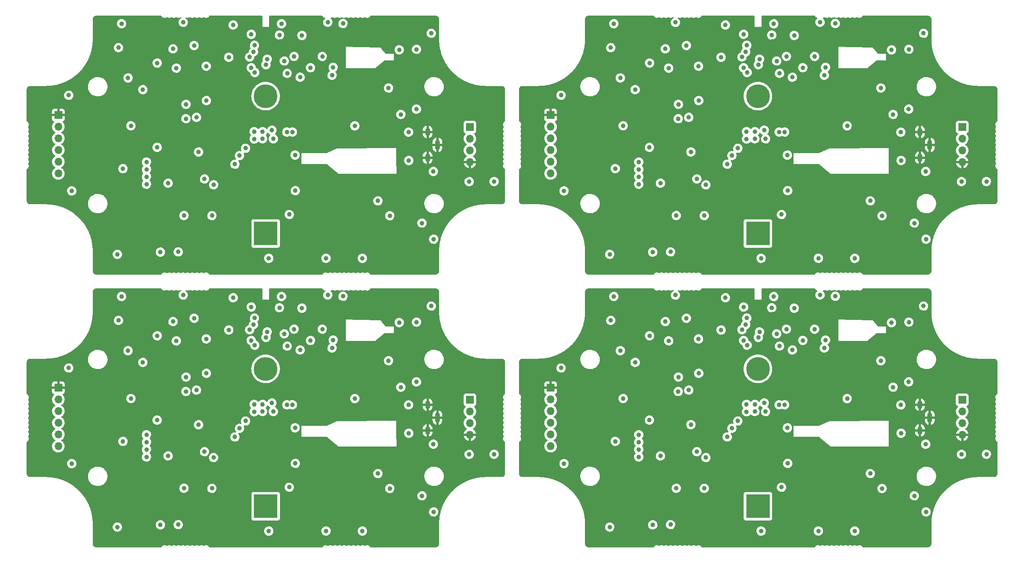
<source format=gbr>
%TF.GenerationSoftware,KiCad,Pcbnew,6.0.11-2627ca5db0~126~ubuntu20.04.1*%
%TF.CreationDate,2024-09-10T20:57:43-04:00*%
%TF.ProjectId,panel,70616e65-6c2e-46b6-9963-61645f706362,rev?*%
%TF.SameCoordinates,Original*%
%TF.FileFunction,Copper,L2,Inr*%
%TF.FilePolarity,Positive*%
%FSLAX46Y46*%
G04 Gerber Fmt 4.6, Leading zero omitted, Abs format (unit mm)*
G04 Created by KiCad (PCBNEW 6.0.11-2627ca5db0~126~ubuntu20.04.1) date 2024-09-10 20:57:43*
%MOMM*%
%LPD*%
G01*
G04 APERTURE LIST*
%TA.AperFunction,ComponentPad*%
%ADD10R,5.175000X5.175000*%
%TD*%
%TA.AperFunction,ComponentPad*%
%ADD11C,5.175000*%
%TD*%
%TA.AperFunction,ComponentPad*%
%ADD12R,1.700000X1.700000*%
%TD*%
%TA.AperFunction,ComponentPad*%
%ADD13O,1.700000X1.700000*%
%TD*%
%TA.AperFunction,ComponentPad*%
%ADD14O,1.100000X1.800000*%
%TD*%
%TA.AperFunction,ComponentPad*%
%ADD15O,1.100000X2.200000*%
%TD*%
%TA.AperFunction,ViaPad*%
%ADD16C,1.000000*%
%TD*%
G04 APERTURE END LIST*
D10*
%TO.N,N/C*%
%TO.C,J6*%
X60380700Y-115097600D03*
D11*
X60380700Y-85257600D03*
%TD*%
D12*
%TO.N,Board_3-+3V3*%
%TO.C,J5*%
X211630919Y-91957600D03*
D13*
%TO.N,Board_3-/SCL*%
X211630919Y-94497600D03*
%TO.N,Board_3-/SDA*%
X211630919Y-97037600D03*
%TO.N,Board_3-GND*%
X211630919Y-99577600D03*
%TD*%
D14*
%TO.N,Board_2-GND*%
%TO.C,J4*%
X95550700Y-98627600D03*
D15*
X97700700Y-95827600D03*
D14*
X95550700Y-93027600D03*
%TD*%
D10*
%TO.N,N/C*%
%TO.C,J6*%
X60380700Y-55830000D03*
D11*
X60380700Y-25990000D03*
%TD*%
D12*
%TO.N,Board_1-GND*%
%TO.C,J3*%
X122266633Y-30090000D03*
D13*
%TO.N,Board_1-/RTS*%
X122266633Y-32630000D03*
%TO.N,Board_1-+3V3*%
X122266633Y-35170000D03*
%TO.N,Board_1-/UART0_RX*%
X122266633Y-37710000D03*
%TO.N,Board_1-/UART0_TX*%
X122266633Y-40250000D03*
%TO.N,Board_1-/DTR*%
X122266633Y-42790000D03*
%TD*%
D15*
%TO.N,Board_3-GND*%
%TO.C,J4*%
X204593300Y-95827600D03*
D14*
X202443300Y-98627600D03*
X202443300Y-93027600D03*
%TD*%
D12*
%TO.N,Board_0-+3V3*%
%TO.C,J5*%
X104738319Y-32690000D03*
D13*
%TO.N,Board_0-/SCL*%
X104738319Y-35230000D03*
%TO.N,Board_0-/SDA*%
X104738319Y-37770000D03*
%TO.N,Board_0-GND*%
X104738319Y-40310000D03*
%TD*%
D12*
%TO.N,Board_3-GND*%
%TO.C,J3*%
X122266633Y-89357600D03*
D13*
%TO.N,Board_3-/RTS*%
X122266633Y-91897600D03*
%TO.N,Board_3-+3V3*%
X122266633Y-94437600D03*
%TO.N,Board_3-/UART0_RX*%
X122266633Y-96977600D03*
%TO.N,Board_3-/UART0_TX*%
X122266633Y-99517600D03*
%TO.N,Board_3-/DTR*%
X122266633Y-102057600D03*
%TD*%
D12*
%TO.N,Board_1-+3V3*%
%TO.C,J5*%
X211630919Y-32690000D03*
D13*
%TO.N,Board_1-/SCL*%
X211630919Y-35230000D03*
%TO.N,Board_1-/SDA*%
X211630919Y-37770000D03*
%TO.N,Board_1-GND*%
X211630919Y-40310000D03*
%TD*%
D12*
%TO.N,Board_0-GND*%
%TO.C,J3*%
X15374033Y-30090000D03*
D13*
%TO.N,Board_0-/RTS*%
X15374033Y-32630000D03*
%TO.N,Board_0-+3V3*%
X15374033Y-35170000D03*
%TO.N,Board_0-/UART0_RX*%
X15374033Y-37710000D03*
%TO.N,Board_0-/UART0_TX*%
X15374033Y-40250000D03*
%TO.N,Board_0-/DTR*%
X15374033Y-42790000D03*
%TD*%
D10*
%TO.N,N/C*%
%TO.C,J6*%
X167273300Y-55830000D03*
D11*
X167273300Y-25990000D03*
%TD*%
D10*
%TO.N,N/C*%
%TO.C,J6*%
X167273300Y-115097600D03*
D11*
X167273300Y-85257600D03*
%TD*%
D12*
%TO.N,Board_2-GND*%
%TO.C,J3*%
X15374033Y-89357600D03*
D13*
%TO.N,Board_2-/RTS*%
X15374033Y-91897600D03*
%TO.N,Board_2-+3V3*%
X15374033Y-94437600D03*
%TO.N,Board_2-/UART0_RX*%
X15374033Y-96977600D03*
%TO.N,Board_2-/UART0_TX*%
X15374033Y-99517600D03*
%TO.N,Board_2-/DTR*%
X15374033Y-102057600D03*
%TD*%
D14*
%TO.N,Board_1-GND*%
%TO.C,J4*%
X202443300Y-39360000D03*
D15*
X204593300Y-36560000D03*
D14*
X202443300Y-33760000D03*
%TD*%
D12*
%TO.N,Board_2-+3V3*%
%TO.C,J5*%
X104738319Y-91957600D03*
D13*
%TO.N,Board_2-/SCL*%
X104738319Y-94497600D03*
%TO.N,Board_2-/SDA*%
X104738319Y-97037600D03*
%TO.N,Board_2-GND*%
X104738319Y-99577600D03*
%TD*%
D14*
%TO.N,Board_0-GND*%
%TO.C,J4*%
X95550700Y-33760000D03*
X95550700Y-39360000D03*
D15*
X97700700Y-36560000D03*
%TD*%
D16*
%TO.N,Board_0-+3V3*%
X29410700Y-41730000D03*
X45370700Y-30600000D03*
X96350700Y-12330000D03*
X57270700Y-12540000D03*
X73880700Y-9930000D03*
X28200700Y-60350000D03*
X42480700Y-9960000D03*
X74810700Y-21450000D03*
X81400700Y-61220000D03*
X109990700Y-44530000D03*
X65510700Y-51700000D03*
X39210700Y-44900000D03*
X48730700Y-51950000D03*
X104580700Y-44560000D03*
X59720700Y-35260000D03*
X36850700Y-18790000D03*
X47490700Y-19470000D03*
X53340700Y-10530000D03*
X59730700Y-33700000D03*
X61070700Y-61220000D03*
X91470700Y-39970000D03*
X87080700Y-24210000D03*
X18290700Y-46580000D03*
X58030700Y-20840000D03*
X63380700Y-12710000D03*
X87340700Y-51970000D03*
X30510700Y-22030000D03*
X41410700Y-59830000D03*
X79760700Y-32430000D03*
X57900700Y-33690000D03*
X94330700Y-53570000D03*
X37540700Y-59880000D03*
X45830700Y-38120000D03*
X42660700Y-51930000D03*
X93150700Y-15810000D03*
X29100700Y-10240000D03*
X57910700Y-35290000D03*
X73500700Y-61210000D03*
X17630700Y-25790000D03*
%TO.N,Board_0-/EN*%
X31130700Y-32410000D03*
X43110700Y-27760000D03*
X44850700Y-14980000D03*
X66840700Y-46530000D03*
%TO.N,Board_0-/LED_PIN0*%
X41000700Y-19890000D03*
X54720700Y-38900000D03*
%TO.N,Board_0-/LED_PWR*%
X56020700Y-37310000D03*
X33730700Y-24580000D03*
%TO.N,Board_0-/MAG*%
X65070700Y-21040000D03*
X52380700Y-17540000D03*
X66780700Y-38790000D03*
%TO.N,Board_0-/M_CLK*%
X57960700Y-14940000D03*
X89390700Y-15920000D03*
%TO.N,Board_0-/SCL*%
X84770700Y-48740000D03*
X64440700Y-18350000D03*
X96815700Y-42365000D03*
X93130700Y-28810000D03*
%TO.N,Board_0-/SDA*%
X89740700Y-29950000D03*
X72690700Y-17350000D03*
X66570700Y-17340000D03*
X75060700Y-19710000D03*
%TO.N,Board_0-/SLG_INT1*%
X57740700Y-16380000D03*
X61750700Y-33380000D03*
%TO.N,Board_0-/SLG_INT2*%
X56920700Y-17470000D03*
X62060700Y-35270000D03*
%TO.N,Board_0-/Sensors/MAG_PWR*%
X63830700Y-10270000D03*
X68270700Y-12790000D03*
%TO.N,Board_0-/Sensors/OP_AMP_PWR_DOWN*%
X70130700Y-19790000D03*
X60731417Y-17932502D03*
%TO.N,Board_0-/Sensors/RH1_B*%
X67870700Y-21880000D03*
X60470700Y-19140000D03*
X57270700Y-19820000D03*
%TO.N,Board_0-/UART0_RX*%
X47120700Y-43990000D03*
%TO.N,Board_0-/UART0_TX*%
X49090700Y-45260000D03*
%TO.N,Board_0-/USB_D+*%
X64990700Y-33780000D03*
%TO.N,Board_0-/USB_D-*%
X66190700Y-33780000D03*
%TO.N,Board_0-/USER_INPUT*%
X53710700Y-40780000D03*
X47530700Y-26950000D03*
X77180700Y-10210000D03*
%TO.N,Board_0-GND*%
X74870700Y-13810000D03*
X54580700Y-11710000D03*
X73060700Y-23650000D03*
X93380700Y-33760000D03*
X67060700Y-57970000D03*
X48830700Y-49080000D03*
X11010700Y-46670000D03*
X71530700Y-23660000D03*
X90420700Y-41730000D03*
X31700700Y-50800000D03*
X44130700Y-41870000D03*
X102930700Y-27880000D03*
X40150700Y-17560000D03*
X58690700Y-44350000D03*
X55430700Y-23310000D03*
X29590700Y-38380000D03*
X28640700Y-37410000D03*
X85020700Y-12070000D03*
X87680700Y-33030000D03*
X59840700Y-21010000D03*
X25450700Y-18640000D03*
X41140700Y-23900000D03*
X38420700Y-11670000D03*
X60450700Y-11910000D03*
X58800700Y-38450000D03*
X64730700Y-44300000D03*
X18750700Y-34580000D03*
X71670700Y-27050000D03*
X107300700Y-46960000D03*
X31680700Y-53060000D03*
X32100700Y-10120000D03*
X68820700Y-9520000D03*
X10770700Y-38660000D03*
X31600700Y-40400000D03*
X99870700Y-36550000D03*
X64480700Y-38470000D03*
X63550700Y-14050000D03*
X30060700Y-54610000D03*
X66060700Y-49050000D03*
X61780700Y-37950000D03*
X61710700Y-44930000D03*
X85210700Y-20900000D03*
X90390700Y-38410000D03*
X86860700Y-12250000D03*
X31400700Y-54570000D03*
X58100700Y-41360000D03*
X47550700Y-11747500D03*
X44863200Y-9777500D03*
X91720700Y-59800000D03*
X69930700Y-57930000D03*
X38590700Y-54380000D03*
X48730700Y-61280000D03*
X101590700Y-46990000D03*
X93410700Y-39430000D03*
X52100700Y-61290000D03*
X28720700Y-54630000D03*
X79785700Y-57985000D03*
X83230700Y-12870000D03*
X47540700Y-16980000D03*
X24460700Y-12310000D03*
X72200700Y-32970000D03*
X65270700Y-41370000D03*
X30620700Y-39390000D03*
X39350700Y-41880000D03*
X93910700Y-12190000D03*
X57280700Y-10770000D03*
X76753200Y-50680000D03*
%TO.N,Board_0-Net-(C15-Pad1)*%
X28430700Y-15450000D03*
%TO.N,Board_0-Net-(D2-Pad1)*%
X96880700Y-57060000D03*
%TO.N,Board_0-Net-(F1-Pad2)*%
X91420700Y-33820000D03*
%TO.N,Board_0-Net-(J1-Pad1)*%
X34510700Y-43500000D03*
X34510700Y-40290000D03*
X34510700Y-45120000D03*
X34510700Y-41920000D03*
%TO.N,Board_0-Net-(Q4-Pad1)*%
X36830700Y-37120000D03*
X43080700Y-30880000D03*
%TO.N,Board_0-Net-(R11-Pad1)*%
X40270700Y-15710000D03*
%TO.N,Board_1-+3V3*%
X136303300Y-41730000D03*
X152263300Y-30600000D03*
X203243300Y-12330000D03*
X164163300Y-12540000D03*
X180773300Y-9930000D03*
X135093300Y-60350000D03*
X149373300Y-9960000D03*
X181703300Y-21450000D03*
X188293300Y-61220000D03*
X216883300Y-44530000D03*
X172403300Y-51700000D03*
X146103300Y-44900000D03*
X155623300Y-51950000D03*
X211473300Y-44560000D03*
X166613300Y-35260000D03*
X143743300Y-18790000D03*
X154383300Y-19470000D03*
X160233300Y-10530000D03*
X166623300Y-33700000D03*
X167963300Y-61220000D03*
X198363300Y-39970000D03*
X193973300Y-24210000D03*
X125183300Y-46580000D03*
X164923300Y-20840000D03*
X170273300Y-12710000D03*
X194233300Y-51970000D03*
X137403300Y-22030000D03*
X148303300Y-59830000D03*
X186653300Y-32430000D03*
X164793300Y-33690000D03*
X201223300Y-53570000D03*
X144433300Y-59880000D03*
X152723300Y-38120000D03*
X149553300Y-51930000D03*
X200043300Y-15810000D03*
X135993300Y-10240000D03*
X164803300Y-35290000D03*
X180393300Y-61210000D03*
X124523300Y-25790000D03*
%TO.N,Board_1-/EN*%
X138023300Y-32410000D03*
X150003300Y-27760000D03*
X151743300Y-14980000D03*
X173733300Y-46530000D03*
%TO.N,Board_1-/LED_PIN0*%
X147893300Y-19890000D03*
X161613300Y-38900000D03*
%TO.N,Board_1-/LED_PWR*%
X162913300Y-37310000D03*
X140623300Y-24580000D03*
%TO.N,Board_1-/MAG*%
X171963300Y-21040000D03*
X159273300Y-17540000D03*
X173673300Y-38790000D03*
%TO.N,Board_1-/M_CLK*%
X164853300Y-14940000D03*
X196283300Y-15920000D03*
%TO.N,Board_1-/SCL*%
X191663300Y-48740000D03*
X171333300Y-18350000D03*
X203708300Y-42365000D03*
X200023300Y-28810000D03*
%TO.N,Board_1-/SDA*%
X196633300Y-29950000D03*
X179583300Y-17350000D03*
X173463300Y-17340000D03*
X181953300Y-19710000D03*
%TO.N,Board_1-/SLG_INT1*%
X164633300Y-16380000D03*
X168643300Y-33380000D03*
%TO.N,Board_1-/SLG_INT2*%
X163813300Y-17470000D03*
X168953300Y-35270000D03*
%TO.N,Board_1-/Sensors/MAG_PWR*%
X170723300Y-10270000D03*
X175163300Y-12790000D03*
%TO.N,Board_1-/Sensors/OP_AMP_PWR_DOWN*%
X177023300Y-19790000D03*
X167624017Y-17932502D03*
%TO.N,Board_1-/Sensors/RH1_B*%
X174763300Y-21880000D03*
X167363300Y-19140000D03*
X164163300Y-19820000D03*
%TO.N,Board_1-/UART0_RX*%
X154013300Y-43990000D03*
%TO.N,Board_1-/UART0_TX*%
X155983300Y-45260000D03*
%TO.N,Board_1-/USB_D+*%
X171883300Y-33780000D03*
%TO.N,Board_1-/USB_D-*%
X173083300Y-33780000D03*
%TO.N,Board_1-/USER_INPUT*%
X160603300Y-40780000D03*
X154423300Y-26950000D03*
X184073300Y-10210000D03*
%TO.N,Board_1-GND*%
X181763300Y-13810000D03*
X161473300Y-11710000D03*
X179953300Y-23650000D03*
X200273300Y-33760000D03*
X173953300Y-57970000D03*
X155723300Y-49080000D03*
X117903300Y-46670000D03*
X178423300Y-23660000D03*
X197313300Y-41730000D03*
X138593300Y-50800000D03*
X151023300Y-41870000D03*
X209823300Y-27880000D03*
X147043300Y-17560000D03*
X165583300Y-44350000D03*
X162323300Y-23310000D03*
X136483300Y-38380000D03*
X135533300Y-37410000D03*
X191913300Y-12070000D03*
X194573300Y-33030000D03*
X166733300Y-21010000D03*
X132343300Y-18640000D03*
X148033300Y-23900000D03*
X145313300Y-11670000D03*
X167343300Y-11910000D03*
X165693300Y-38450000D03*
X171623300Y-44300000D03*
X125643300Y-34580000D03*
X178563300Y-27050000D03*
X214193300Y-46960000D03*
X138573300Y-53060000D03*
X138993300Y-10120000D03*
X175713300Y-9520000D03*
X117663300Y-38660000D03*
X138493300Y-40400000D03*
X206763300Y-36550000D03*
X171373300Y-38470000D03*
X170443300Y-14050000D03*
X136953300Y-54610000D03*
X172953300Y-49050000D03*
X168673300Y-37950000D03*
X168603300Y-44930000D03*
X192103300Y-20900000D03*
X197283300Y-38410000D03*
X193753300Y-12250000D03*
X138293300Y-54570000D03*
X164993300Y-41360000D03*
X154443300Y-11747500D03*
X151755800Y-9777500D03*
X198613300Y-59800000D03*
X176823300Y-57930000D03*
X145483300Y-54380000D03*
X155623300Y-61280000D03*
X208483300Y-46990000D03*
X200303300Y-39430000D03*
X158993300Y-61290000D03*
X135613300Y-54630000D03*
X186678300Y-57985000D03*
X190123300Y-12870000D03*
X154433300Y-16980000D03*
X131353300Y-12310000D03*
X179093300Y-32970000D03*
X172163300Y-41370000D03*
X137513300Y-39390000D03*
X146243300Y-41880000D03*
X200803300Y-12190000D03*
X164173300Y-10770000D03*
X183645800Y-50680000D03*
%TO.N,Board_1-Net-(C15-Pad1)*%
X135323300Y-15450000D03*
%TO.N,Board_1-Net-(D2-Pad1)*%
X203773300Y-57060000D03*
%TO.N,Board_1-Net-(F1-Pad2)*%
X198313300Y-33820000D03*
%TO.N,Board_1-Net-(J1-Pad1)*%
X141403300Y-43500000D03*
X141403300Y-40290000D03*
X141403300Y-45120000D03*
X141403300Y-41920000D03*
%TO.N,Board_1-Net-(Q4-Pad1)*%
X143723300Y-37120000D03*
X149973300Y-30880000D03*
%TO.N,Board_1-Net-(R11-Pad1)*%
X147163300Y-15710000D03*
%TO.N,Board_2-+3V3*%
X29410700Y-100997600D03*
X45370700Y-89867600D03*
X96350700Y-71597600D03*
X57270700Y-71807600D03*
X73880700Y-69197600D03*
X28200700Y-119617600D03*
X42480700Y-69227600D03*
X74810700Y-80717600D03*
X81400700Y-120487600D03*
X109990700Y-103797600D03*
X65510700Y-110967600D03*
X39210700Y-104167600D03*
X48730700Y-111217600D03*
X104580700Y-103827600D03*
X59720700Y-94527600D03*
X36850700Y-78057600D03*
X47490700Y-78737600D03*
X53340700Y-69797600D03*
X59730700Y-92967600D03*
X61070700Y-120487600D03*
X91470700Y-99237600D03*
X87080700Y-83477600D03*
X18290700Y-105847600D03*
X58030700Y-80107600D03*
X63380700Y-71977600D03*
X87340700Y-111237600D03*
X30510700Y-81297600D03*
X41410700Y-119097600D03*
X79760700Y-91697600D03*
X57900700Y-92957600D03*
X94330700Y-112837600D03*
X37540700Y-119147600D03*
X45830700Y-97387600D03*
X42660700Y-111197600D03*
X93150700Y-75077600D03*
X29100700Y-69507600D03*
X57910700Y-94557600D03*
X73500700Y-120477600D03*
X17630700Y-85057600D03*
%TO.N,Board_2-/EN*%
X31130700Y-91677600D03*
X43110700Y-87027600D03*
X44850700Y-74247600D03*
X66840700Y-105797600D03*
%TO.N,Board_2-/LED_PIN0*%
X41000700Y-79157600D03*
X54720700Y-98167600D03*
%TO.N,Board_2-/LED_PWR*%
X56020700Y-96577600D03*
X33730700Y-83847600D03*
%TO.N,Board_2-/MAG*%
X65070700Y-80307600D03*
X52380700Y-76807600D03*
X66780700Y-98057600D03*
%TO.N,Board_2-/M_CLK*%
X57960700Y-74207600D03*
X89390700Y-75187600D03*
%TO.N,Board_2-/SCL*%
X84770700Y-108007600D03*
X64440700Y-77617600D03*
X96815700Y-101632600D03*
X93130700Y-88077600D03*
%TO.N,Board_2-/SDA*%
X89740700Y-89217600D03*
X72690700Y-76617600D03*
X66570700Y-76607600D03*
X75060700Y-78977600D03*
%TO.N,Board_2-/SLG_INT1*%
X57740700Y-75647600D03*
X61750700Y-92647600D03*
%TO.N,Board_2-/SLG_INT2*%
X56920700Y-76737600D03*
X62060700Y-94537600D03*
%TO.N,Board_2-/Sensors/MAG_PWR*%
X63830700Y-69537600D03*
X68270700Y-72057600D03*
%TO.N,Board_2-/Sensors/OP_AMP_PWR_DOWN*%
X70130700Y-79057600D03*
X60731417Y-77200102D03*
%TO.N,Board_2-/Sensors/RH1_B*%
X67870700Y-81147600D03*
X60470700Y-78407600D03*
X57270700Y-79087600D03*
%TO.N,Board_2-/UART0_RX*%
X47120700Y-103257600D03*
%TO.N,Board_2-/UART0_TX*%
X49090700Y-104527600D03*
%TO.N,Board_2-/USB_D+*%
X64990700Y-93047600D03*
%TO.N,Board_2-/USB_D-*%
X66190700Y-93047600D03*
%TO.N,Board_2-/USER_INPUT*%
X53710700Y-100047600D03*
X47530700Y-86217600D03*
X77180700Y-69477600D03*
%TO.N,Board_2-GND*%
X74870700Y-73077600D03*
X54580700Y-70977600D03*
X73060700Y-82917600D03*
X93380700Y-93027600D03*
X67060700Y-117237600D03*
X48830700Y-108347600D03*
X11010700Y-105937600D03*
X71530700Y-82927600D03*
X90420700Y-100997600D03*
X31700700Y-110067600D03*
X44130700Y-101137600D03*
X102930700Y-87147600D03*
X40150700Y-76827600D03*
X58690700Y-103617600D03*
X55430700Y-82577600D03*
X29590700Y-97647600D03*
X28640700Y-96677600D03*
X85020700Y-71337600D03*
X87680700Y-92297600D03*
X59840700Y-80277600D03*
X25450700Y-77907600D03*
X41140700Y-83167600D03*
X38420700Y-70937600D03*
X60450700Y-71177600D03*
X58800700Y-97717600D03*
X64730700Y-103567600D03*
X18750700Y-93847600D03*
X71670700Y-86317600D03*
X107300700Y-106227600D03*
X31680700Y-112327600D03*
X32100700Y-69387600D03*
X68820700Y-68787600D03*
X10770700Y-97927600D03*
X31600700Y-99667600D03*
X99870700Y-95817600D03*
X64480700Y-97737600D03*
X63550700Y-73317600D03*
X30060700Y-113877600D03*
X66060700Y-108317600D03*
X61780700Y-97217600D03*
X61710700Y-104197600D03*
X85210700Y-80167600D03*
X90390700Y-97677600D03*
X86860700Y-71517600D03*
X31400700Y-113837600D03*
X58100700Y-100627600D03*
X47550700Y-71015100D03*
X44863200Y-69045100D03*
X91720700Y-119067600D03*
X69930700Y-117197600D03*
X38590700Y-113647600D03*
X48730700Y-120547600D03*
X101590700Y-106257600D03*
X93410700Y-98697600D03*
X52100700Y-120557600D03*
X28720700Y-113897600D03*
X79785700Y-117252600D03*
X83230700Y-72137600D03*
X47540700Y-76247600D03*
X24460700Y-71577600D03*
X72200700Y-92237600D03*
X65270700Y-100637600D03*
X30620700Y-98657600D03*
X39350700Y-101147600D03*
X93910700Y-71457600D03*
X57280700Y-70037600D03*
X76753200Y-109947600D03*
%TO.N,Board_2-Net-(C15-Pad1)*%
X28430700Y-74717600D03*
%TO.N,Board_2-Net-(D2-Pad1)*%
X96880700Y-116327600D03*
%TO.N,Board_2-Net-(F1-Pad2)*%
X91420700Y-93087600D03*
%TO.N,Board_2-Net-(J1-Pad1)*%
X34510700Y-102767600D03*
X34510700Y-99557600D03*
X34510700Y-104387600D03*
X34510700Y-101187600D03*
%TO.N,Board_2-Net-(Q4-Pad1)*%
X36830700Y-96387600D03*
X43080700Y-90147600D03*
%TO.N,Board_2-Net-(R11-Pad1)*%
X40270700Y-74977600D03*
%TO.N,Board_3-+3V3*%
X136303300Y-100997600D03*
X152263300Y-89867600D03*
X203243300Y-71597600D03*
X164163300Y-71807600D03*
X180773300Y-69197600D03*
X135093300Y-119617600D03*
X149373300Y-69227600D03*
X181703300Y-80717600D03*
X188293300Y-120487600D03*
X216883300Y-103797600D03*
X172403300Y-110967600D03*
X146103300Y-104167600D03*
X155623300Y-111217600D03*
X211473300Y-103827600D03*
X166613300Y-94527600D03*
X143743300Y-78057600D03*
X154383300Y-78737600D03*
X160233300Y-69797600D03*
X166623300Y-92967600D03*
X167963300Y-120487600D03*
X198363300Y-99237600D03*
X193973300Y-83477600D03*
X125183300Y-105847600D03*
X164923300Y-80107600D03*
X170273300Y-71977600D03*
X194233300Y-111237600D03*
X137403300Y-81297600D03*
X148303300Y-119097600D03*
X186653300Y-91697600D03*
X164793300Y-92957600D03*
X201223300Y-112837600D03*
X144433300Y-119147600D03*
X152723300Y-97387600D03*
X149553300Y-111197600D03*
X200043300Y-75077600D03*
X135993300Y-69507600D03*
X164803300Y-94557600D03*
X180393300Y-120477600D03*
X124523300Y-85057600D03*
%TO.N,Board_3-/EN*%
X138023300Y-91677600D03*
X150003300Y-87027600D03*
X151743300Y-74247600D03*
X173733300Y-105797600D03*
%TO.N,Board_3-/LED_PIN0*%
X147893300Y-79157600D03*
X161613300Y-98167600D03*
%TO.N,Board_3-/LED_PWR*%
X162913300Y-96577600D03*
X140623300Y-83847600D03*
%TO.N,Board_3-/MAG*%
X171963300Y-80307600D03*
X159273300Y-76807600D03*
X173673300Y-98057600D03*
%TO.N,Board_3-/M_CLK*%
X164853300Y-74207600D03*
X196283300Y-75187600D03*
%TO.N,Board_3-/SCL*%
X191663300Y-108007600D03*
X171333300Y-77617600D03*
X203708300Y-101632600D03*
X200023300Y-88077600D03*
%TO.N,Board_3-/SDA*%
X196633300Y-89217600D03*
X179583300Y-76617600D03*
X173463300Y-76607600D03*
X181953300Y-78977600D03*
%TO.N,Board_3-/SLG_INT1*%
X164633300Y-75647600D03*
X168643300Y-92647600D03*
%TO.N,Board_3-/SLG_INT2*%
X163813300Y-76737600D03*
X168953300Y-94537600D03*
%TO.N,Board_3-/Sensors/MAG_PWR*%
X170723300Y-69537600D03*
X175163300Y-72057600D03*
%TO.N,Board_3-/Sensors/OP_AMP_PWR_DOWN*%
X177023300Y-79057600D03*
X167624017Y-77200102D03*
%TO.N,Board_3-/Sensors/RH1_B*%
X174763300Y-81147600D03*
X167363300Y-78407600D03*
X164163300Y-79087600D03*
%TO.N,Board_3-/UART0_RX*%
X154013300Y-103257600D03*
%TO.N,Board_3-/UART0_TX*%
X155983300Y-104527600D03*
%TO.N,Board_3-/USB_D+*%
X171883300Y-93047600D03*
%TO.N,Board_3-/USB_D-*%
X173083300Y-93047600D03*
%TO.N,Board_3-/USER_INPUT*%
X160603300Y-100047600D03*
X154423300Y-86217600D03*
X184073300Y-69477600D03*
%TO.N,Board_3-GND*%
X181763300Y-73077600D03*
X161473300Y-70977600D03*
X179953300Y-82917600D03*
X200273300Y-93027600D03*
X173953300Y-117237600D03*
X155723300Y-108347600D03*
X117903300Y-105937600D03*
X178423300Y-82927600D03*
X197313300Y-100997600D03*
X138593300Y-110067600D03*
X151023300Y-101137600D03*
X209823300Y-87147600D03*
X147043300Y-76827600D03*
X165583300Y-103617600D03*
X162323300Y-82577600D03*
X136483300Y-97647600D03*
X135533300Y-96677600D03*
X191913300Y-71337600D03*
X194573300Y-92297600D03*
X166733300Y-80277600D03*
X132343300Y-77907600D03*
X148033300Y-83167600D03*
X145313300Y-70937600D03*
X167343300Y-71177600D03*
X165693300Y-97717600D03*
X171623300Y-103567600D03*
X125643300Y-93847600D03*
X178563300Y-86317600D03*
X214193300Y-106227600D03*
X138573300Y-112327600D03*
X138993300Y-69387600D03*
X175713300Y-68787600D03*
X117663300Y-97927600D03*
X138493300Y-99667600D03*
X206763300Y-95817600D03*
X171373300Y-97737600D03*
X170443300Y-73317600D03*
X136953300Y-113877600D03*
X172953300Y-108317600D03*
X168673300Y-97217600D03*
X168603300Y-104197600D03*
X192103300Y-80167600D03*
X197283300Y-97677600D03*
X193753300Y-71517600D03*
X138293300Y-113837600D03*
X164993300Y-100627600D03*
X154443300Y-71015100D03*
X151755800Y-69045100D03*
X198613300Y-119067600D03*
X176823300Y-117197600D03*
X145483300Y-113647600D03*
X155623300Y-120547600D03*
X208483300Y-106257600D03*
X200303300Y-98697600D03*
X158993300Y-120557600D03*
X135613300Y-113897600D03*
X186678300Y-117252600D03*
X190123300Y-72137600D03*
X154433300Y-76247600D03*
X131353300Y-71577600D03*
X179093300Y-92237600D03*
X172163300Y-100637600D03*
X137513300Y-98657600D03*
X146243300Y-101147600D03*
X200803300Y-71457600D03*
X164173300Y-70037600D03*
X183645800Y-109947600D03*
%TO.N,Board_3-Net-(C15-Pad1)*%
X135323300Y-74717600D03*
%TO.N,Board_3-Net-(D2-Pad1)*%
X203773300Y-116327600D03*
%TO.N,Board_3-Net-(F1-Pad2)*%
X198313300Y-93087600D03*
%TO.N,Board_3-Net-(J1-Pad1)*%
X141403300Y-102767600D03*
X141403300Y-99557600D03*
X141403300Y-104387600D03*
X141403300Y-101187600D03*
%TO.N,Board_3-Net-(Q4-Pad1)*%
X143723300Y-96387600D03*
X149973300Y-90147600D03*
%TO.N,Board_3-Net-(R11-Pad1)*%
X147163300Y-74977600D03*
%TD*%
%TA.AperFunction,Conductor*%
%TO.N,Board_0-GND*%
G36*
X37756918Y-8528502D02*
G01*
X37798129Y-8571952D01*
X37800857Y-8578364D01*
X37905692Y-8720818D01*
X37911270Y-8725557D01*
X37911273Y-8725560D01*
X38034906Y-8830594D01*
X38034910Y-8830597D01*
X38040485Y-8835333D01*
X38122020Y-8876967D01*
X38191492Y-8912442D01*
X38191494Y-8912443D01*
X38198008Y-8915769D01*
X38205113Y-8917508D01*
X38205117Y-8917509D01*
X38286073Y-8937318D01*
X38369810Y-8957808D01*
X38375412Y-8958156D01*
X38375415Y-8958156D01*
X38379025Y-8958380D01*
X38379035Y-8958380D01*
X38380964Y-8958500D01*
X38508493Y-8958500D01*
X38581469Y-8949992D01*
X38632611Y-8944030D01*
X38632615Y-8944029D01*
X38639881Y-8943182D01*
X38646756Y-8940687D01*
X38646758Y-8940686D01*
X38799261Y-8885329D01*
X38799262Y-8885329D01*
X38806137Y-8882833D01*
X38812254Y-8878822D01*
X38812261Y-8878819D01*
X38891320Y-8826986D01*
X38959255Y-8806363D01*
X39030313Y-8827531D01*
X39034910Y-8830597D01*
X39040485Y-8835333D01*
X39113554Y-8872644D01*
X39191492Y-8912442D01*
X39191494Y-8912443D01*
X39198008Y-8915769D01*
X39205113Y-8917508D01*
X39205117Y-8917509D01*
X39286073Y-8937318D01*
X39369810Y-8957808D01*
X39375412Y-8958156D01*
X39375415Y-8958156D01*
X39379025Y-8958380D01*
X39379035Y-8958380D01*
X39380964Y-8958500D01*
X39508493Y-8958500D01*
X39581469Y-8949992D01*
X39632611Y-8944030D01*
X39632615Y-8944029D01*
X39639881Y-8943182D01*
X39646756Y-8940687D01*
X39646758Y-8940686D01*
X39799261Y-8885329D01*
X39799262Y-8885329D01*
X39806137Y-8882833D01*
X39812254Y-8878822D01*
X39812261Y-8878819D01*
X39891320Y-8826986D01*
X39959255Y-8806363D01*
X40030313Y-8827531D01*
X40034910Y-8830597D01*
X40040485Y-8835333D01*
X40113554Y-8872644D01*
X40191492Y-8912442D01*
X40191494Y-8912443D01*
X40198008Y-8915769D01*
X40205113Y-8917508D01*
X40205117Y-8917509D01*
X40286073Y-8937318D01*
X40369810Y-8957808D01*
X40375412Y-8958156D01*
X40375415Y-8958156D01*
X40379025Y-8958380D01*
X40379035Y-8958380D01*
X40380964Y-8958500D01*
X40508493Y-8958500D01*
X40581469Y-8949992D01*
X40632611Y-8944030D01*
X40632615Y-8944029D01*
X40639881Y-8943182D01*
X40646756Y-8940687D01*
X40646758Y-8940686D01*
X40799261Y-8885329D01*
X40799262Y-8885329D01*
X40806137Y-8882833D01*
X40812254Y-8878822D01*
X40812261Y-8878819D01*
X40891320Y-8826986D01*
X40959255Y-8806363D01*
X41030313Y-8827531D01*
X41034910Y-8830597D01*
X41040485Y-8835333D01*
X41113554Y-8872644D01*
X41191492Y-8912442D01*
X41191494Y-8912443D01*
X41198008Y-8915769D01*
X41205113Y-8917508D01*
X41205117Y-8917509D01*
X41286073Y-8937318D01*
X41369810Y-8957808D01*
X41375412Y-8958156D01*
X41375415Y-8958156D01*
X41379025Y-8958380D01*
X41379035Y-8958380D01*
X41380964Y-8958500D01*
X41508493Y-8958500D01*
X41581469Y-8949992D01*
X41632611Y-8944030D01*
X41632615Y-8944029D01*
X41639881Y-8943182D01*
X41646756Y-8940687D01*
X41646758Y-8940686D01*
X41799261Y-8885329D01*
X41799262Y-8885329D01*
X41806137Y-8882833D01*
X41812254Y-8878822D01*
X41812261Y-8878819D01*
X41891320Y-8826986D01*
X41959255Y-8806363D01*
X42030314Y-8827532D01*
X42034913Y-8830599D01*
X42040485Y-8835333D01*
X42046717Y-8838515D01*
X42092210Y-8892853D01*
X42101119Y-8963288D01*
X42070534Y-9027359D01*
X42035100Y-9054903D01*
X41931276Y-9109182D01*
X41931273Y-9109184D01*
X41925810Y-9112040D01*
X41771675Y-9235968D01*
X41767711Y-9240692D01*
X41752629Y-9258666D01*
X41644546Y-9387474D01*
X41641579Y-9392872D01*
X41641575Y-9392877D01*
X41573906Y-9515968D01*
X41549267Y-9560787D01*
X41547406Y-9566654D01*
X41547405Y-9566656D01*
X41496457Y-9727264D01*
X41489465Y-9749306D01*
X41467419Y-9945851D01*
X41467935Y-9951995D01*
X41483441Y-10136656D01*
X41483968Y-10142934D01*
X41497569Y-10190365D01*
X41536297Y-10325425D01*
X41538483Y-10333050D01*
X41628887Y-10508956D01*
X41751735Y-10663953D01*
X41756428Y-10667947D01*
X41756429Y-10667948D01*
X41894700Y-10785625D01*
X41902350Y-10792136D01*
X42074994Y-10888624D01*
X42263092Y-10949740D01*
X42459477Y-10973158D01*
X42465612Y-10972686D01*
X42465614Y-10972686D01*
X42650530Y-10958457D01*
X42650534Y-10958456D01*
X42656672Y-10957984D01*
X42847163Y-10904798D01*
X42852667Y-10902018D01*
X42852669Y-10902017D01*
X43018195Y-10818404D01*
X43018197Y-10818403D01*
X43023696Y-10815625D01*
X43179547Y-10693861D01*
X43308778Y-10544145D01*
X43324851Y-10515851D01*
X52327419Y-10515851D01*
X52327935Y-10521995D01*
X52341386Y-10682179D01*
X52343968Y-10712934D01*
X52358549Y-10763783D01*
X52390858Y-10876457D01*
X52398483Y-10903050D01*
X52488887Y-11078956D01*
X52611735Y-11233953D01*
X52616428Y-11237947D01*
X52616429Y-11237948D01*
X52735330Y-11339140D01*
X52762350Y-11362136D01*
X52934994Y-11458624D01*
X53123092Y-11519740D01*
X53319477Y-11543158D01*
X53325612Y-11542686D01*
X53325614Y-11542686D01*
X53510530Y-11528457D01*
X53510534Y-11528456D01*
X53516672Y-11527984D01*
X53707163Y-11474798D01*
X53712667Y-11472018D01*
X53712669Y-11472017D01*
X53878195Y-11388404D01*
X53878197Y-11388403D01*
X53883696Y-11385625D01*
X54039547Y-11263861D01*
X54158869Y-11125625D01*
X54164749Y-11118813D01*
X54164750Y-11118811D01*
X54168778Y-11114145D01*
X54266469Y-10942179D01*
X54328897Y-10754513D01*
X54353685Y-10558295D01*
X54354080Y-10530000D01*
X54334780Y-10333167D01*
X54325310Y-10301799D01*
X54298657Y-10213523D01*
X54277616Y-10143831D01*
X54184766Y-9969204D01*
X54084818Y-9846656D01*
X54063660Y-9820713D01*
X54063657Y-9820710D01*
X54059765Y-9815938D01*
X54053424Y-9810692D01*
X53912125Y-9693799D01*
X53912121Y-9693797D01*
X53907375Y-9689870D01*
X53733401Y-9595802D01*
X53544468Y-9537318D01*
X53538343Y-9536674D01*
X53538342Y-9536674D01*
X53353904Y-9517289D01*
X53353902Y-9517289D01*
X53347775Y-9516645D01*
X53265276Y-9524153D01*
X53156951Y-9534011D01*
X53156948Y-9534012D01*
X53150812Y-9534570D01*
X53144906Y-9536308D01*
X53144902Y-9536309D01*
X53061984Y-9560713D01*
X52961081Y-9590410D01*
X52955623Y-9593263D01*
X52955619Y-9593265D01*
X52880098Y-9632747D01*
X52785810Y-9682040D01*
X52631675Y-9805968D01*
X52504546Y-9957474D01*
X52501579Y-9962872D01*
X52501575Y-9962877D01*
X52437571Y-10079301D01*
X52409267Y-10130787D01*
X52407406Y-10136654D01*
X52407405Y-10136656D01*
X52354622Y-10303050D01*
X52349465Y-10319306D01*
X52327419Y-10515851D01*
X43324851Y-10515851D01*
X43406469Y-10372179D01*
X43468897Y-10184513D01*
X43493685Y-9988295D01*
X43494080Y-9960000D01*
X43474780Y-9763167D01*
X43467575Y-9739301D01*
X43447520Y-9672877D01*
X43417616Y-9573831D01*
X43324766Y-9399204D01*
X43246520Y-9303265D01*
X43203660Y-9250713D01*
X43203657Y-9250710D01*
X43199765Y-9245938D01*
X43192392Y-9239838D01*
X43052127Y-9123801D01*
X43052126Y-9123800D01*
X43047375Y-9119870D01*
X43047116Y-9119730D01*
X43003122Y-9066623D01*
X42994579Y-8996143D01*
X43025496Y-8932232D01*
X43086059Y-8895182D01*
X43157038Y-8896756D01*
X43176167Y-8904617D01*
X43191490Y-8912441D01*
X43191492Y-8912442D01*
X43198008Y-8915769D01*
X43205113Y-8917508D01*
X43205117Y-8917509D01*
X43286073Y-8937318D01*
X43369810Y-8957808D01*
X43375412Y-8958156D01*
X43375415Y-8958156D01*
X43379025Y-8958380D01*
X43379035Y-8958380D01*
X43380964Y-8958500D01*
X43508493Y-8958500D01*
X43581469Y-8949992D01*
X43632611Y-8944030D01*
X43632615Y-8944029D01*
X43639881Y-8943182D01*
X43646756Y-8940687D01*
X43646758Y-8940686D01*
X43799261Y-8885329D01*
X43799262Y-8885329D01*
X43806137Y-8882833D01*
X43812254Y-8878822D01*
X43812261Y-8878819D01*
X43891320Y-8826986D01*
X43959255Y-8806363D01*
X44030313Y-8827531D01*
X44034910Y-8830597D01*
X44040485Y-8835333D01*
X44113554Y-8872644D01*
X44191492Y-8912442D01*
X44191494Y-8912443D01*
X44198008Y-8915769D01*
X44205113Y-8917508D01*
X44205117Y-8917509D01*
X44286073Y-8937318D01*
X44369810Y-8957808D01*
X44375412Y-8958156D01*
X44375415Y-8958156D01*
X44379025Y-8958380D01*
X44379035Y-8958380D01*
X44380964Y-8958500D01*
X44508493Y-8958500D01*
X44581469Y-8949992D01*
X44632611Y-8944030D01*
X44632615Y-8944029D01*
X44639881Y-8943182D01*
X44646756Y-8940687D01*
X44646758Y-8940686D01*
X44799261Y-8885329D01*
X44799262Y-8885329D01*
X44806137Y-8882833D01*
X44812254Y-8878822D01*
X44812261Y-8878819D01*
X44891320Y-8826986D01*
X44959255Y-8806363D01*
X45030313Y-8827531D01*
X45034910Y-8830597D01*
X45040485Y-8835333D01*
X45113554Y-8872644D01*
X45191492Y-8912442D01*
X45191494Y-8912443D01*
X45198008Y-8915769D01*
X45205113Y-8917508D01*
X45205117Y-8917509D01*
X45286073Y-8937318D01*
X45369810Y-8957808D01*
X45375412Y-8958156D01*
X45375415Y-8958156D01*
X45379025Y-8958380D01*
X45379035Y-8958380D01*
X45380964Y-8958500D01*
X45508493Y-8958500D01*
X45581469Y-8949992D01*
X45632611Y-8944030D01*
X45632615Y-8944029D01*
X45639881Y-8943182D01*
X45646756Y-8940687D01*
X45646758Y-8940686D01*
X45799261Y-8885329D01*
X45799262Y-8885329D01*
X45806137Y-8882833D01*
X45812254Y-8878822D01*
X45812261Y-8878819D01*
X45891320Y-8826986D01*
X45959255Y-8806363D01*
X46030313Y-8827531D01*
X46034910Y-8830597D01*
X46040485Y-8835333D01*
X46113554Y-8872644D01*
X46191492Y-8912442D01*
X46191494Y-8912443D01*
X46198008Y-8915769D01*
X46205113Y-8917508D01*
X46205117Y-8917509D01*
X46286073Y-8937318D01*
X46369810Y-8957808D01*
X46375412Y-8958156D01*
X46375415Y-8958156D01*
X46379025Y-8958380D01*
X46379035Y-8958380D01*
X46380964Y-8958500D01*
X46508493Y-8958500D01*
X46581469Y-8949992D01*
X46632611Y-8944030D01*
X46632615Y-8944029D01*
X46639881Y-8943182D01*
X46646756Y-8940687D01*
X46646758Y-8940686D01*
X46799261Y-8885329D01*
X46799262Y-8885329D01*
X46806137Y-8882833D01*
X46812254Y-8878822D01*
X46812261Y-8878819D01*
X46891320Y-8826986D01*
X46959255Y-8806363D01*
X47030313Y-8827531D01*
X47034910Y-8830597D01*
X47040485Y-8835333D01*
X47113554Y-8872644D01*
X47191492Y-8912442D01*
X47191494Y-8912443D01*
X47198008Y-8915769D01*
X47205113Y-8917508D01*
X47205117Y-8917509D01*
X47286073Y-8937318D01*
X47369810Y-8957808D01*
X47375412Y-8958156D01*
X47375415Y-8958156D01*
X47379025Y-8958380D01*
X47379035Y-8958380D01*
X47380964Y-8958500D01*
X47508493Y-8958500D01*
X47581469Y-8949992D01*
X47632611Y-8944030D01*
X47632615Y-8944029D01*
X47639881Y-8943182D01*
X47646756Y-8940687D01*
X47646758Y-8940686D01*
X47799261Y-8885329D01*
X47799262Y-8885329D01*
X47806137Y-8882833D01*
X47812254Y-8878822D01*
X47812257Y-8878821D01*
X47947933Y-8789868D01*
X47947934Y-8789867D01*
X47954052Y-8785856D01*
X48075690Y-8657453D01*
X48079365Y-8651126D01*
X48079368Y-8651122D01*
X48125781Y-8571215D01*
X48177292Y-8522356D01*
X48234735Y-8508500D01*
X59560894Y-8508500D01*
X59629015Y-8528502D01*
X59675508Y-8582158D01*
X59686881Y-8632700D01*
X59690684Y-8898914D01*
X59690696Y-8901112D01*
X59684291Y-10927984D01*
X59684227Y-10948177D01*
X60208634Y-10942343D01*
X61132502Y-10932065D01*
X61132504Y-10932065D01*
X61150617Y-10931863D01*
X61150869Y-10897123D01*
X61155515Y-10255851D01*
X62817419Y-10255851D01*
X62817935Y-10261995D01*
X62832913Y-10440365D01*
X62833968Y-10452934D01*
X62839859Y-10473477D01*
X62879881Y-10613050D01*
X62888483Y-10643050D01*
X62914596Y-10693861D01*
X62963381Y-10788784D01*
X62978887Y-10818956D01*
X63101735Y-10973953D01*
X63106428Y-10977947D01*
X63106429Y-10977948D01*
X63244700Y-11095625D01*
X63252350Y-11102136D01*
X63424994Y-11198624D01*
X63613092Y-11259740D01*
X63809477Y-11283158D01*
X63815612Y-11282686D01*
X63815614Y-11282686D01*
X64000530Y-11268457D01*
X64000534Y-11268456D01*
X64006672Y-11267984D01*
X64197163Y-11214798D01*
X64202667Y-11212018D01*
X64202669Y-11212017D01*
X64368195Y-11128404D01*
X64368197Y-11128403D01*
X64373696Y-11125625D01*
X64529547Y-11003861D01*
X64640951Y-10874798D01*
X64654749Y-10858813D01*
X64654750Y-10858811D01*
X64658778Y-10854145D01*
X64756469Y-10682179D01*
X64818897Y-10494513D01*
X64843685Y-10298295D01*
X64844080Y-10270000D01*
X64824780Y-10073167D01*
X64817575Y-10049301D01*
X64789850Y-9957474D01*
X64767616Y-9883831D01*
X64674766Y-9709204D01*
X64584667Y-9598732D01*
X64553660Y-9560713D01*
X64553657Y-9560710D01*
X64549765Y-9555938D01*
X64542262Y-9549731D01*
X64402125Y-9433799D01*
X64402121Y-9433797D01*
X64397375Y-9429870D01*
X64223401Y-9335802D01*
X64034468Y-9277318D01*
X64028343Y-9276674D01*
X64028342Y-9276674D01*
X63843904Y-9257289D01*
X63843902Y-9257289D01*
X63837775Y-9256645D01*
X63762023Y-9263539D01*
X63646951Y-9274011D01*
X63646948Y-9274012D01*
X63640812Y-9274570D01*
X63634906Y-9276308D01*
X63634902Y-9276309D01*
X63558926Y-9298670D01*
X63451081Y-9330410D01*
X63445623Y-9333263D01*
X63445619Y-9333265D01*
X63381208Y-9366939D01*
X63275810Y-9422040D01*
X63121675Y-9545968D01*
X62994546Y-9697474D01*
X62991579Y-9702872D01*
X62991575Y-9702877D01*
X62918725Y-9835392D01*
X62899267Y-9870787D01*
X62897406Y-9876654D01*
X62897405Y-9876656D01*
X62846457Y-10037264D01*
X62839465Y-10059306D01*
X62817419Y-10255851D01*
X61155515Y-10255851D01*
X61167269Y-8633587D01*
X61187764Y-8565613D01*
X61241755Y-8519510D01*
X61293266Y-8508500D01*
X72652997Y-8508500D01*
X72721118Y-8528502D01*
X72762329Y-8571952D01*
X72765057Y-8578364D01*
X72869892Y-8720818D01*
X72875470Y-8725557D01*
X72875473Y-8725560D01*
X72999106Y-8830594D01*
X72999110Y-8830597D01*
X73004685Y-8835333D01*
X73086220Y-8876967D01*
X73155692Y-8912442D01*
X73155694Y-8912443D01*
X73162208Y-8915769D01*
X73190018Y-8922574D01*
X73198277Y-8924595D01*
X73259691Y-8960216D01*
X73292098Y-9023384D01*
X73285209Y-9094046D01*
X73247282Y-9145178D01*
X73171675Y-9205968D01*
X73167711Y-9210692D01*
X73152629Y-9228666D01*
X73044546Y-9357474D01*
X73041579Y-9362872D01*
X73041575Y-9362877D01*
X72973906Y-9485968D01*
X72949267Y-9530787D01*
X72947406Y-9536654D01*
X72947405Y-9536656D01*
X72891327Y-9713436D01*
X72889465Y-9719306D01*
X72867419Y-9915851D01*
X72867935Y-9921995D01*
X72879979Y-10065425D01*
X72883968Y-10112934D01*
X72895891Y-10154513D01*
X72927507Y-10264771D01*
X72938483Y-10303050D01*
X73028887Y-10478956D01*
X73151735Y-10633953D01*
X73156428Y-10637947D01*
X73156429Y-10637948D01*
X73292176Y-10753477D01*
X73302350Y-10762136D01*
X73474994Y-10858624D01*
X73663092Y-10919740D01*
X73859477Y-10943158D01*
X73865612Y-10942686D01*
X73865614Y-10942686D01*
X74050530Y-10928457D01*
X74050534Y-10928456D01*
X74056672Y-10927984D01*
X74247163Y-10874798D01*
X74252667Y-10872018D01*
X74252669Y-10872017D01*
X74418195Y-10788404D01*
X74418197Y-10788403D01*
X74423696Y-10785625D01*
X74579547Y-10663861D01*
X74673711Y-10554771D01*
X74704749Y-10518813D01*
X74704750Y-10518811D01*
X74708778Y-10514145D01*
X74806469Y-10342179D01*
X74855146Y-10195851D01*
X76167419Y-10195851D01*
X76167935Y-10201995D01*
X76182676Y-10377542D01*
X76183968Y-10392934D01*
X76194136Y-10428393D01*
X76231385Y-10558295D01*
X76238483Y-10583050D01*
X76241302Y-10588535D01*
X76293036Y-10689197D01*
X76328887Y-10758956D01*
X76451735Y-10913953D01*
X76456428Y-10917947D01*
X76456429Y-10917948D01*
X76551897Y-10999197D01*
X76602350Y-11042136D01*
X76774994Y-11138624D01*
X76963092Y-11199740D01*
X77159477Y-11223158D01*
X77165612Y-11222686D01*
X77165614Y-11222686D01*
X77350530Y-11208457D01*
X77350534Y-11208456D01*
X77356672Y-11207984D01*
X77547163Y-11154798D01*
X77552667Y-11152018D01*
X77552669Y-11152017D01*
X77718195Y-11068404D01*
X77718197Y-11068403D01*
X77723696Y-11065625D01*
X77874023Y-10948177D01*
X77874691Y-10947655D01*
X77879547Y-10943861D01*
X77973189Y-10835376D01*
X78004749Y-10798813D01*
X78004750Y-10798811D01*
X78008778Y-10794145D01*
X78106469Y-10622179D01*
X78168897Y-10434513D01*
X78193685Y-10238295D01*
X78194080Y-10210000D01*
X78174780Y-10013167D01*
X78117616Y-9823831D01*
X78024766Y-9649204D01*
X77930817Y-9534011D01*
X77903660Y-9500713D01*
X77903657Y-9500710D01*
X77899765Y-9495938D01*
X77893424Y-9490692D01*
X77752125Y-9373799D01*
X77752121Y-9373797D01*
X77747375Y-9369870D01*
X77573401Y-9275802D01*
X77384468Y-9217318D01*
X77378343Y-9216674D01*
X77378342Y-9216674D01*
X77193904Y-9197289D01*
X77193902Y-9197289D01*
X77187775Y-9196645D01*
X77127725Y-9202110D01*
X76996951Y-9214011D01*
X76996948Y-9214012D01*
X76990812Y-9214570D01*
X76984906Y-9216308D01*
X76984902Y-9216309D01*
X76888879Y-9244570D01*
X76801081Y-9270410D01*
X76795623Y-9273263D01*
X76795619Y-9273265D01*
X76720127Y-9312732D01*
X76625810Y-9362040D01*
X76471675Y-9485968D01*
X76344546Y-9637474D01*
X76341579Y-9642872D01*
X76341575Y-9642877D01*
X76286293Y-9743436D01*
X76249267Y-9810787D01*
X76247406Y-9816654D01*
X76247405Y-9816656D01*
X76201934Y-9960000D01*
X76189465Y-9999306D01*
X76167419Y-10195851D01*
X74855146Y-10195851D01*
X74868897Y-10154513D01*
X74893685Y-9958295D01*
X74894080Y-9930000D01*
X74874780Y-9733167D01*
X74862577Y-9692747D01*
X74847520Y-9642877D01*
X74817616Y-9543831D01*
X74724766Y-9369204D01*
X74646520Y-9273265D01*
X74603660Y-9220713D01*
X74603657Y-9220710D01*
X74599765Y-9215938D01*
X74538620Y-9165354D01*
X74498883Y-9106522D01*
X74497261Y-9035544D01*
X74534271Y-8974956D01*
X74589955Y-8945649D01*
X74596802Y-8944031D01*
X74604081Y-8943182D01*
X74719980Y-8901112D01*
X74763461Y-8885329D01*
X74763462Y-8885329D01*
X74770337Y-8882833D01*
X74776454Y-8878822D01*
X74776461Y-8878819D01*
X74855520Y-8826986D01*
X74923455Y-8806363D01*
X74994513Y-8827531D01*
X74999110Y-8830597D01*
X75004685Y-8835333D01*
X75077754Y-8872644D01*
X75155692Y-8912442D01*
X75155694Y-8912443D01*
X75162208Y-8915769D01*
X75169313Y-8917508D01*
X75169317Y-8917509D01*
X75250273Y-8937318D01*
X75334010Y-8957808D01*
X75339612Y-8958156D01*
X75339615Y-8958156D01*
X75343225Y-8958380D01*
X75343235Y-8958380D01*
X75345164Y-8958500D01*
X75472693Y-8958500D01*
X75545669Y-8949992D01*
X75596811Y-8944030D01*
X75596815Y-8944029D01*
X75604081Y-8943182D01*
X75610956Y-8940687D01*
X75610958Y-8940686D01*
X75763461Y-8885329D01*
X75763462Y-8885329D01*
X75770337Y-8882833D01*
X75776454Y-8878822D01*
X75776461Y-8878819D01*
X75855520Y-8826986D01*
X75923455Y-8806363D01*
X75994513Y-8827531D01*
X75999110Y-8830597D01*
X76004685Y-8835333D01*
X76077754Y-8872644D01*
X76155692Y-8912442D01*
X76155694Y-8912443D01*
X76162208Y-8915769D01*
X76169313Y-8917508D01*
X76169317Y-8917509D01*
X76250273Y-8937318D01*
X76334010Y-8957808D01*
X76339612Y-8958156D01*
X76339615Y-8958156D01*
X76343225Y-8958380D01*
X76343235Y-8958380D01*
X76345164Y-8958500D01*
X76472693Y-8958500D01*
X76545669Y-8949992D01*
X76596811Y-8944030D01*
X76596815Y-8944029D01*
X76604081Y-8943182D01*
X76610956Y-8940687D01*
X76610958Y-8940686D01*
X76763461Y-8885329D01*
X76763462Y-8885329D01*
X76770337Y-8882833D01*
X76776454Y-8878822D01*
X76776461Y-8878819D01*
X76855520Y-8826986D01*
X76923455Y-8806363D01*
X76994513Y-8827531D01*
X76999110Y-8830597D01*
X77004685Y-8835333D01*
X77077754Y-8872644D01*
X77155692Y-8912442D01*
X77155694Y-8912443D01*
X77162208Y-8915769D01*
X77169313Y-8917508D01*
X77169317Y-8917509D01*
X77250273Y-8937318D01*
X77334010Y-8957808D01*
X77339612Y-8958156D01*
X77339615Y-8958156D01*
X77343225Y-8958380D01*
X77343235Y-8958380D01*
X77345164Y-8958500D01*
X77472693Y-8958500D01*
X77545669Y-8949992D01*
X77596811Y-8944030D01*
X77596815Y-8944029D01*
X77604081Y-8943182D01*
X77610956Y-8940687D01*
X77610958Y-8940686D01*
X77763461Y-8885329D01*
X77763462Y-8885329D01*
X77770337Y-8882833D01*
X77776454Y-8878822D01*
X77776461Y-8878819D01*
X77855520Y-8826986D01*
X77923455Y-8806363D01*
X77994513Y-8827531D01*
X77999110Y-8830597D01*
X78004685Y-8835333D01*
X78077754Y-8872644D01*
X78155692Y-8912442D01*
X78155694Y-8912443D01*
X78162208Y-8915769D01*
X78169313Y-8917508D01*
X78169317Y-8917509D01*
X78250273Y-8937318D01*
X78334010Y-8957808D01*
X78339612Y-8958156D01*
X78339615Y-8958156D01*
X78343225Y-8958380D01*
X78343235Y-8958380D01*
X78345164Y-8958500D01*
X78472693Y-8958500D01*
X78545669Y-8949992D01*
X78596811Y-8944030D01*
X78596815Y-8944029D01*
X78604081Y-8943182D01*
X78610956Y-8940687D01*
X78610958Y-8940686D01*
X78763461Y-8885329D01*
X78763462Y-8885329D01*
X78770337Y-8882833D01*
X78776454Y-8878822D01*
X78776461Y-8878819D01*
X78855520Y-8826986D01*
X78923455Y-8806363D01*
X78994513Y-8827531D01*
X78999110Y-8830597D01*
X79004685Y-8835333D01*
X79077754Y-8872644D01*
X79155692Y-8912442D01*
X79155694Y-8912443D01*
X79162208Y-8915769D01*
X79169313Y-8917508D01*
X79169317Y-8917509D01*
X79250273Y-8937318D01*
X79334010Y-8957808D01*
X79339612Y-8958156D01*
X79339615Y-8958156D01*
X79343225Y-8958380D01*
X79343235Y-8958380D01*
X79345164Y-8958500D01*
X79472693Y-8958500D01*
X79545669Y-8949992D01*
X79596811Y-8944030D01*
X79596815Y-8944029D01*
X79604081Y-8943182D01*
X79610956Y-8940687D01*
X79610958Y-8940686D01*
X79763461Y-8885329D01*
X79763462Y-8885329D01*
X79770337Y-8882833D01*
X79776454Y-8878822D01*
X79776461Y-8878819D01*
X79855520Y-8826986D01*
X79923455Y-8806363D01*
X79994513Y-8827531D01*
X79999110Y-8830597D01*
X80004685Y-8835333D01*
X80077754Y-8872644D01*
X80155692Y-8912442D01*
X80155694Y-8912443D01*
X80162208Y-8915769D01*
X80169313Y-8917508D01*
X80169317Y-8917509D01*
X80250273Y-8937318D01*
X80334010Y-8957808D01*
X80339612Y-8958156D01*
X80339615Y-8958156D01*
X80343225Y-8958380D01*
X80343235Y-8958380D01*
X80345164Y-8958500D01*
X80472693Y-8958500D01*
X80545669Y-8949992D01*
X80596811Y-8944030D01*
X80596815Y-8944029D01*
X80604081Y-8943182D01*
X80610956Y-8940687D01*
X80610958Y-8940686D01*
X80763461Y-8885329D01*
X80763462Y-8885329D01*
X80770337Y-8882833D01*
X80776454Y-8878822D01*
X80776461Y-8878819D01*
X80855520Y-8826986D01*
X80923455Y-8806363D01*
X80994513Y-8827531D01*
X80999110Y-8830597D01*
X81004685Y-8835333D01*
X81077754Y-8872644D01*
X81155692Y-8912442D01*
X81155694Y-8912443D01*
X81162208Y-8915769D01*
X81169313Y-8917508D01*
X81169317Y-8917509D01*
X81250273Y-8937318D01*
X81334010Y-8957808D01*
X81339612Y-8958156D01*
X81339615Y-8958156D01*
X81343225Y-8958380D01*
X81343235Y-8958380D01*
X81345164Y-8958500D01*
X81472693Y-8958500D01*
X81545669Y-8949992D01*
X81596811Y-8944030D01*
X81596815Y-8944029D01*
X81604081Y-8943182D01*
X81610956Y-8940687D01*
X81610958Y-8940686D01*
X81763461Y-8885329D01*
X81763462Y-8885329D01*
X81770337Y-8882833D01*
X81776454Y-8878822D01*
X81776461Y-8878819D01*
X81855520Y-8826986D01*
X81923455Y-8806363D01*
X81994513Y-8827531D01*
X81999110Y-8830597D01*
X82004685Y-8835333D01*
X82077754Y-8872644D01*
X82155692Y-8912442D01*
X82155694Y-8912443D01*
X82162208Y-8915769D01*
X82169313Y-8917508D01*
X82169317Y-8917509D01*
X82250273Y-8937318D01*
X82334010Y-8957808D01*
X82339612Y-8958156D01*
X82339615Y-8958156D01*
X82343225Y-8958380D01*
X82343235Y-8958380D01*
X82345164Y-8958500D01*
X82472693Y-8958500D01*
X82545669Y-8949992D01*
X82596811Y-8944030D01*
X82596815Y-8944029D01*
X82604081Y-8943182D01*
X82610956Y-8940687D01*
X82610958Y-8940686D01*
X82763461Y-8885329D01*
X82763462Y-8885329D01*
X82770337Y-8882833D01*
X82776454Y-8878822D01*
X82776457Y-8878821D01*
X82912133Y-8789868D01*
X82912134Y-8789867D01*
X82918252Y-8785856D01*
X83039890Y-8657453D01*
X83043565Y-8651126D01*
X83043568Y-8651122D01*
X83089981Y-8571215D01*
X83141492Y-8522356D01*
X83198935Y-8508500D01*
X97280378Y-8508500D01*
X97281956Y-8508510D01*
X97283483Y-8508529D01*
X97286620Y-8508569D01*
X97288143Y-8508598D01*
X97314790Y-8509274D01*
X97321417Y-8509442D01*
X97324592Y-8509562D01*
X97333894Y-8510033D01*
X97337094Y-8510236D01*
X97344792Y-8510822D01*
X97359982Y-8511980D01*
X97363097Y-8512257D01*
X97372313Y-8513194D01*
X97375454Y-8513554D01*
X97398247Y-8516457D01*
X97401400Y-8516899D01*
X97407158Y-8517781D01*
X97410533Y-8518298D01*
X97413657Y-8518817D01*
X97436281Y-8522872D01*
X97439407Y-8523474D01*
X97448452Y-8525333D01*
X97451566Y-8526014D01*
X97473920Y-8531201D01*
X97476957Y-8531946D01*
X97485985Y-8534283D01*
X97489014Y-8535109D01*
X97511114Y-8541432D01*
X97514179Y-8542351D01*
X97522965Y-8545108D01*
X97525994Y-8546101D01*
X97547737Y-8553533D01*
X97550754Y-8554607D01*
X97559419Y-8557817D01*
X97562389Y-8558960D01*
X97583698Y-8567472D01*
X97586648Y-8568694D01*
X97595123Y-8572331D01*
X97597991Y-8573605D01*
X97618925Y-8583223D01*
X97621767Y-8584573D01*
X97627977Y-8587619D01*
X97630107Y-8588664D01*
X97632906Y-8590082D01*
X97653319Y-8600744D01*
X97656050Y-8602216D01*
X97659881Y-8604342D01*
X97664138Y-8606705D01*
X97666856Y-8608258D01*
X97686694Y-8619936D01*
X97689317Y-8621524D01*
X97697319Y-8626512D01*
X97699926Y-8628185D01*
X97719138Y-8640846D01*
X97721782Y-8642637D01*
X97729294Y-8647865D01*
X97729295Y-8647866D01*
X97731866Y-8649704D01*
X97735354Y-8652265D01*
X97750430Y-8663336D01*
X97752957Y-8665241D01*
X97760297Y-8670923D01*
X97762764Y-8672883D01*
X97780560Y-8687394D01*
X97783005Y-8689440D01*
X97790034Y-8695474D01*
X97792405Y-8697562D01*
X97809443Y-8712955D01*
X97811787Y-8715127D01*
X97818493Y-8721502D01*
X97820775Y-8723728D01*
X97837001Y-8739954D01*
X97839231Y-8742241D01*
X97845535Y-8748873D01*
X97847700Y-8751209D01*
X97863137Y-8768294D01*
X97865250Y-8770693D01*
X97871243Y-8777674D01*
X97873280Y-8780108D01*
X97887819Y-8797938D01*
X97889807Y-8800441D01*
X97895454Y-8807737D01*
X97897371Y-8810279D01*
X97902718Y-8817561D01*
X97910973Y-8828802D01*
X97912787Y-8831338D01*
X97918114Y-8838992D01*
X97919837Y-8841537D01*
X97932516Y-8860773D01*
X97934202Y-8863404D01*
X97939134Y-8871318D01*
X97940754Y-8873992D01*
X97941277Y-8874879D01*
X97952438Y-8893840D01*
X97953994Y-8896561D01*
X97958469Y-8904624D01*
X97959968Y-8907407D01*
X97963148Y-8913494D01*
X97970634Y-8927825D01*
X97972035Y-8930592D01*
X97972840Y-8932232D01*
X97976125Y-8938931D01*
X97977474Y-8941771D01*
X97987086Y-8962687D01*
X97988338Y-8965505D01*
X97992005Y-8974051D01*
X97992011Y-8974064D01*
X97993217Y-8976978D01*
X98000874Y-8996143D01*
X98001743Y-8998319D01*
X98002888Y-9001296D01*
X98006106Y-9009984D01*
X98007180Y-9013000D01*
X98014598Y-9034705D01*
X98015586Y-9037720D01*
X98018339Y-9046491D01*
X98019262Y-9049567D01*
X98025590Y-9071686D01*
X98026427Y-9074756D01*
X98028740Y-9083688D01*
X98029495Y-9086763D01*
X98034686Y-9109133D01*
X98035364Y-9112231D01*
X98037221Y-9121269D01*
X98037822Y-9124395D01*
X98041878Y-9147021D01*
X98042400Y-9150160D01*
X98043810Y-9159366D01*
X98044239Y-9162421D01*
X98047149Y-9185276D01*
X98047501Y-9188352D01*
X98048440Y-9197583D01*
X98048721Y-9200741D01*
X98049479Y-9210692D01*
X98050463Y-9223603D01*
X98050666Y-9226802D01*
X98051137Y-9236103D01*
X98051257Y-9239278D01*
X98051873Y-9263539D01*
X98052099Y-9272453D01*
X98052130Y-9274068D01*
X98052189Y-9278768D01*
X98052199Y-9280353D01*
X98052101Y-13608267D01*
X98052011Y-13611052D01*
X98051639Y-13613655D01*
X98051974Y-13640069D01*
X98051920Y-13642844D01*
X98051581Y-13645449D01*
X98051704Y-13650318D01*
X98051704Y-13650323D01*
X98052059Y-13664327D01*
X98052099Y-13667516D01*
X98052099Y-13683327D01*
X98052471Y-13685925D01*
X98052590Y-13688770D01*
X98052840Y-13708457D01*
X98052924Y-13715119D01*
X98053329Y-13717713D01*
X98053483Y-13720528D01*
X98062425Y-14073419D01*
X98062955Y-14094335D01*
X98062951Y-14100872D01*
X98062929Y-14101699D01*
X98062424Y-14106549D01*
X98063913Y-14135903D01*
X98064022Y-14138057D01*
X98064143Y-14141228D01*
X98064509Y-14155666D01*
X98064856Y-14169364D01*
X98064418Y-14169375D01*
X98064576Y-14170061D01*
X98064803Y-14170044D01*
X98065171Y-14174875D01*
X98065171Y-14174878D01*
X98067201Y-14201533D01*
X98067403Y-14204719D01*
X98068845Y-14233153D01*
X98069707Y-14237566D01*
X98069989Y-14239871D01*
X98070556Y-14245593D01*
X98097702Y-14602040D01*
X98097937Y-14605129D01*
X98098265Y-14611669D01*
X98098285Y-14612510D01*
X98098026Y-14617381D01*
X98098519Y-14622229D01*
X98098519Y-14622230D01*
X98101225Y-14648844D01*
X98101507Y-14652021D01*
X98103637Y-14679987D01*
X98103192Y-14680021D01*
X98103387Y-14680706D01*
X98103618Y-14680677D01*
X98104231Y-14685489D01*
X98104231Y-14685490D01*
X98107610Y-14712027D01*
X98107972Y-14715192D01*
X98110030Y-14735425D01*
X98110851Y-14743498D01*
X98111933Y-14747852D01*
X98112335Y-14750161D01*
X98113193Y-14755860D01*
X98118459Y-14797204D01*
X98157116Y-15100723D01*
X98158746Y-15113524D01*
X98159404Y-15120030D01*
X98159468Y-15120883D01*
X98159456Y-15125755D01*
X98160194Y-15130572D01*
X98164242Y-15157000D01*
X98164685Y-15160159D01*
X98165240Y-15164513D01*
X98167600Y-15183043D01*
X98168230Y-15187993D01*
X98167785Y-15188050D01*
X98168017Y-15188730D01*
X98168246Y-15188689D01*
X98168518Y-15190205D01*
X98169105Y-15193478D01*
X98169105Y-15193481D01*
X98173816Y-15219770D01*
X98174339Y-15222914D01*
X98178651Y-15251060D01*
X98179950Y-15255347D01*
X98180467Y-15257625D01*
X98181615Y-15263278D01*
X98196500Y-15346326D01*
X98244327Y-15613167D01*
X98245230Y-15618207D01*
X98246216Y-15624669D01*
X98246321Y-15625499D01*
X98246556Y-15630373D01*
X98252921Y-15661343D01*
X98253517Y-15664443D01*
X98258471Y-15692088D01*
X98258035Y-15692166D01*
X98258298Y-15692826D01*
X98258522Y-15692774D01*
X98259620Y-15697504D01*
X98265662Y-15723541D01*
X98266345Y-15726660D01*
X98272075Y-15754545D01*
X98273594Y-15758772D01*
X98274215Y-15760983D01*
X98275645Y-15766559D01*
X98357164Y-16117849D01*
X98358476Y-16124258D01*
X98358623Y-16125084D01*
X98359103Y-16129924D01*
X98367028Y-16160532D01*
X98367778Y-16163591D01*
X98374129Y-16190958D01*
X98373689Y-16191060D01*
X98373983Y-16191705D01*
X98374213Y-16191639D01*
X98374648Y-16193161D01*
X98374651Y-16193168D01*
X98375559Y-16196342D01*
X98375560Y-16196345D01*
X98382903Y-16222009D01*
X98383727Y-16225030D01*
X98390877Y-16252644D01*
X98392606Y-16256783D01*
X98393344Y-16258978D01*
X98395056Y-16264479D01*
X98445049Y-16439197D01*
X98494258Y-16611176D01*
X98495892Y-16617505D01*
X98496079Y-16618316D01*
X98496804Y-16623126D01*
X98506255Y-16653249D01*
X98507170Y-16656303D01*
X98514901Y-16683321D01*
X98514475Y-16683443D01*
X98514806Y-16684080D01*
X98515023Y-16684006D01*
X98516589Y-16688588D01*
X98516590Y-16688591D01*
X98525234Y-16713878D01*
X98526230Y-16716916D01*
X98528147Y-16723025D01*
X98534752Y-16744080D01*
X98536690Y-16748130D01*
X98537542Y-16750293D01*
X98539531Y-16755704D01*
X98576820Y-16864798D01*
X98656156Y-17096904D01*
X98658109Y-17103141D01*
X98658347Y-17103978D01*
X98659314Y-17108741D01*
X98666930Y-17129306D01*
X98670284Y-17138361D01*
X98671353Y-17141365D01*
X98680439Y-17167945D01*
X98680011Y-17168091D01*
X98680368Y-17168700D01*
X98680591Y-17168611D01*
X98681181Y-17170089D01*
X98681185Y-17170095D01*
X98682400Y-17173138D01*
X98682403Y-17173147D01*
X98692323Y-17197981D01*
X98693460Y-17200935D01*
X98703342Y-17227617D01*
X98705482Y-17231563D01*
X98706433Y-17233659D01*
X98708696Y-17238969D01*
X98842460Y-17573842D01*
X98844727Y-17579975D01*
X98845000Y-17580778D01*
X98846207Y-17585486D01*
X98848124Y-17589953D01*
X98858652Y-17614487D01*
X98859873Y-17617435D01*
X98870305Y-17643551D01*
X98869897Y-17643714D01*
X98870282Y-17644301D01*
X98870492Y-17644205D01*
X98883647Y-17672836D01*
X98884943Y-17675753D01*
X98892994Y-17694513D01*
X98896198Y-17701980D01*
X98898527Y-17705799D01*
X98899619Y-17707916D01*
X98902143Y-17713094D01*
X98956020Y-17830352D01*
X99051945Y-18039123D01*
X99052677Y-18040717D01*
X99055253Y-18046729D01*
X99055559Y-18047498D01*
X99057007Y-18052153D01*
X99059151Y-18056524D01*
X99059155Y-18056534D01*
X99070903Y-18080484D01*
X99072271Y-18083365D01*
X99084014Y-18108922D01*
X99083605Y-18109110D01*
X99084024Y-18109681D01*
X99084235Y-18109571D01*
X99090392Y-18121357D01*
X99098849Y-18137548D01*
X99100292Y-18140397D01*
X99112834Y-18165966D01*
X99115354Y-18169664D01*
X99116542Y-18171705D01*
X99119325Y-18176748D01*
X99141179Y-18218586D01*
X99286268Y-18496343D01*
X99289143Y-18502213D01*
X99289500Y-18502993D01*
X99291178Y-18507557D01*
X99293535Y-18511803D01*
X99293538Y-18511810D01*
X99306510Y-18535180D01*
X99308023Y-18537990D01*
X99321025Y-18562881D01*
X99320631Y-18563087D01*
X99321073Y-18563630D01*
X99321275Y-18563511D01*
X99321276Y-18563513D01*
X99337315Y-18590760D01*
X99338837Y-18593421D01*
X99352699Y-18618395D01*
X99355408Y-18621966D01*
X99356684Y-18623923D01*
X99359723Y-18628826D01*
X99542637Y-18939553D01*
X99545807Y-18945273D01*
X99546207Y-18946041D01*
X99548111Y-18950509D01*
X99550683Y-18954635D01*
X99564817Y-18977310D01*
X99566452Y-18980008D01*
X99580720Y-19004248D01*
X99580721Y-19004249D01*
X99580342Y-19004472D01*
X99580810Y-19004991D01*
X99581001Y-19004865D01*
X99581834Y-19006128D01*
X99583666Y-19008908D01*
X99583669Y-19008913D01*
X99598404Y-19031270D01*
X99600099Y-19033915D01*
X99615167Y-19058088D01*
X99618052Y-19061516D01*
X99619413Y-19063389D01*
X99622694Y-19068127D01*
X99821143Y-19369239D01*
X99824598Y-19374790D01*
X99825013Y-19375497D01*
X99827148Y-19379876D01*
X99829929Y-19383872D01*
X99829931Y-19383875D01*
X99845178Y-19405781D01*
X99846961Y-19408413D01*
X99855116Y-19420787D01*
X99862438Y-19431897D01*
X99862068Y-19432141D01*
X99862564Y-19432639D01*
X99862752Y-19432501D01*
X99865628Y-19436417D01*
X99881433Y-19457941D01*
X99883290Y-19460538D01*
X99897002Y-19480239D01*
X99897006Y-19480244D01*
X99899566Y-19483922D01*
X99902623Y-19487202D01*
X99904088Y-19489016D01*
X99907608Y-19493587D01*
X100121027Y-19784224D01*
X100124758Y-19789591D01*
X100125223Y-19790299D01*
X100127573Y-19794557D01*
X100130550Y-19798403D01*
X100130552Y-19798406D01*
X100146904Y-19819531D01*
X100148825Y-19822079D01*
X100165453Y-19844723D01*
X100165091Y-19844989D01*
X100165615Y-19845464D01*
X100165799Y-19845314D01*
X100168875Y-19849086D01*
X100185748Y-19869779D01*
X100187736Y-19872281D01*
X100205168Y-19894802D01*
X100208383Y-19897918D01*
X100209950Y-19899670D01*
X100213694Y-19904053D01*
X100314180Y-20027289D01*
X100433769Y-20173953D01*
X100441554Y-20183501D01*
X100445553Y-20188675D01*
X100446054Y-20189359D01*
X100448618Y-20193495D01*
X100451787Y-20197186D01*
X100469185Y-20217453D01*
X100471231Y-20219898D01*
X100488991Y-20241678D01*
X100488640Y-20241964D01*
X100489186Y-20242411D01*
X100489365Y-20242249D01*
X100508158Y-20263050D01*
X100510550Y-20265698D01*
X100512657Y-20268092D01*
X100528271Y-20286279D01*
X100531192Y-20289681D01*
X100534562Y-20292631D01*
X100536196Y-20294281D01*
X100540163Y-20298474D01*
X100720381Y-20497948D01*
X100781895Y-20566035D01*
X100786149Y-20570996D01*
X100786683Y-20571653D01*
X100789457Y-20575659D01*
X100811235Y-20598569D01*
X100813334Y-20600834D01*
X100828973Y-20618143D01*
X100832222Y-20621739D01*
X100831889Y-20622040D01*
X100832452Y-20622455D01*
X100832621Y-20622286D01*
X100854927Y-20644592D01*
X100857155Y-20646876D01*
X100876797Y-20667539D01*
X100880312Y-20670315D01*
X100882050Y-20671901D01*
X100886221Y-20675886D01*
X101141163Y-20930828D01*
X101145667Y-20935572D01*
X101146244Y-20936213D01*
X101149212Y-20940066D01*
X101152734Y-20943414D01*
X101152735Y-20943415D01*
X101172137Y-20961858D01*
X101174422Y-20964087D01*
X101194250Y-20983915D01*
X101193934Y-20984231D01*
X101194528Y-20984623D01*
X101194684Y-20984450D01*
X101198299Y-20987716D01*
X101218102Y-21005607D01*
X101220438Y-21007771D01*
X101241092Y-21027405D01*
X101244746Y-21030001D01*
X101246546Y-21031484D01*
X101250916Y-21035254D01*
X101518471Y-21276983D01*
X101523204Y-21281487D01*
X101523808Y-21282092D01*
X101526965Y-21285788D01*
X101545971Y-21302104D01*
X101550938Y-21306368D01*
X101553334Y-21308479D01*
X101574170Y-21327304D01*
X101573872Y-21327634D01*
X101574479Y-21327993D01*
X101574627Y-21327812D01*
X101578389Y-21330880D01*
X101578395Y-21330885D01*
X101599108Y-21347774D01*
X101601554Y-21349821D01*
X101623151Y-21368361D01*
X101626940Y-21370774D01*
X101628799Y-21372153D01*
X101633340Y-21375685D01*
X101844603Y-21547948D01*
X101912820Y-21603572D01*
X101917780Y-21607835D01*
X101918396Y-21608393D01*
X101921745Y-21611933D01*
X101925600Y-21614917D01*
X101946718Y-21631264D01*
X101949219Y-21633251D01*
X101970992Y-21651005D01*
X101970715Y-21651345D01*
X101971334Y-21651671D01*
X101971470Y-21651485D01*
X101971471Y-21651486D01*
X101996954Y-21670198D01*
X101999423Y-21672060D01*
X102021990Y-21689528D01*
X102025882Y-21691738D01*
X102027843Y-21693045D01*
X102032562Y-21696347D01*
X102323180Y-21909751D01*
X102328348Y-21913756D01*
X102329015Y-21914301D01*
X102332532Y-21917661D01*
X102336528Y-21920443D01*
X102336530Y-21920444D01*
X102358466Y-21935713D01*
X102361057Y-21937565D01*
X102383689Y-21954183D01*
X102383423Y-21954545D01*
X102384072Y-21954845D01*
X102384202Y-21954648D01*
X102410552Y-21972014D01*
X102413176Y-21973792D01*
X102432899Y-21987520D01*
X102432907Y-21987525D01*
X102436578Y-21990080D01*
X102440573Y-21992088D01*
X102442593Y-21993291D01*
X102447477Y-21996351D01*
X102748560Y-22194780D01*
X102753928Y-22198522D01*
X102754592Y-22199011D01*
X102758279Y-22202192D01*
X102762409Y-22204766D01*
X102762410Y-22204767D01*
X102785073Y-22218893D01*
X102787760Y-22220615D01*
X102811224Y-22236079D01*
X102810975Y-22236456D01*
X102811635Y-22236721D01*
X102811756Y-22236515D01*
X102831934Y-22248393D01*
X102838975Y-22252538D01*
X102841660Y-22254164D01*
X102865859Y-22269248D01*
X102869958Y-22271055D01*
X102872058Y-22272165D01*
X102877073Y-22274965D01*
X103181818Y-22454357D01*
X103187801Y-22457879D01*
X103193349Y-22461342D01*
X103194054Y-22461808D01*
X103197893Y-22464795D01*
X103224197Y-22479395D01*
X103225477Y-22480105D01*
X103228250Y-22481690D01*
X103252486Y-22495957D01*
X103252256Y-22496348D01*
X103252928Y-22496579D01*
X103253039Y-22496366D01*
X103254450Y-22497103D01*
X103254452Y-22497104D01*
X103257367Y-22498626D01*
X103257376Y-22498632D01*
X103281055Y-22511001D01*
X103283862Y-22512513D01*
X103308731Y-22526316D01*
X103312905Y-22527909D01*
X103315058Y-22528911D01*
X103320222Y-22531460D01*
X103639797Y-22698392D01*
X103645504Y-22701563D01*
X103646262Y-22702010D01*
X103650249Y-22704800D01*
X103678600Y-22718706D01*
X103681432Y-22720140D01*
X103706346Y-22733154D01*
X103706139Y-22733550D01*
X103706818Y-22733746D01*
X103706917Y-22733532D01*
X103735636Y-22746727D01*
X103738484Y-22748081D01*
X103760025Y-22758647D01*
X103760039Y-22758653D01*
X103764062Y-22760626D01*
X103768328Y-22762010D01*
X103770473Y-22762879D01*
X103775760Y-22765163D01*
X103909821Y-22826760D01*
X104103414Y-22915711D01*
X104109276Y-22918591D01*
X104110053Y-22918998D01*
X104114170Y-22921578D01*
X104118643Y-22923498D01*
X104118644Y-22923498D01*
X104143203Y-22934037D01*
X104146074Y-22935311D01*
X104171630Y-22947054D01*
X104171631Y-22947054D01*
X104171449Y-22947451D01*
X104172138Y-22947613D01*
X104172222Y-22947404D01*
X104173613Y-22947960D01*
X104173615Y-22947961D01*
X104190382Y-22954658D01*
X104201537Y-22959114D01*
X104204485Y-22960335D01*
X104226548Y-22969803D01*
X104226552Y-22969804D01*
X104230664Y-22971569D01*
X104234989Y-22972734D01*
X104237212Y-22973506D01*
X104242592Y-22975513D01*
X104549236Y-23098001D01*
X104577450Y-23109271D01*
X104583462Y-23111855D01*
X104584217Y-23112203D01*
X104588474Y-23114580D01*
X104593044Y-23116272D01*
X104593045Y-23116273D01*
X104599037Y-23118492D01*
X104608323Y-23121931D01*
X104618100Y-23125552D01*
X104621068Y-23126694D01*
X104639227Y-23133948D01*
X104647153Y-23137114D01*
X104646986Y-23137532D01*
X104647688Y-23137660D01*
X104647765Y-23137436D01*
X104677626Y-23147643D01*
X104680631Y-23148712D01*
X104707350Y-23158608D01*
X104711739Y-23159555D01*
X104713975Y-23160206D01*
X104719479Y-23161948D01*
X104733568Y-23166764D01*
X105060668Y-23278571D01*
X105066797Y-23280845D01*
X105067600Y-23281167D01*
X105071960Y-23283319D01*
X105076596Y-23284773D01*
X105076600Y-23284775D01*
X105102092Y-23292772D01*
X105105129Y-23293768D01*
X105131711Y-23302854D01*
X105131565Y-23303282D01*
X105132256Y-23303372D01*
X105132323Y-23303137D01*
X105162711Y-23311833D01*
X105165685Y-23312723D01*
X105192914Y-23321266D01*
X105197335Y-23321988D01*
X105199578Y-23322520D01*
X105205155Y-23323978D01*
X105551864Y-23423183D01*
X105558088Y-23425141D01*
X105558882Y-23425413D01*
X105563353Y-23427345D01*
X105568065Y-23428565D01*
X105568068Y-23428566D01*
X105593916Y-23435258D01*
X105596993Y-23436096D01*
X105606621Y-23438851D01*
X105624017Y-23443829D01*
X105623895Y-23444254D01*
X105624595Y-23444309D01*
X105624648Y-23444083D01*
X105624649Y-23444083D01*
X105655449Y-23451230D01*
X105658453Y-23451968D01*
X105686073Y-23459119D01*
X105690515Y-23459614D01*
X105692825Y-23460040D01*
X105698471Y-23461214D01*
X105953185Y-23520322D01*
X106033308Y-23538915D01*
X106049726Y-23542725D01*
X106056056Y-23544369D01*
X106056864Y-23544601D01*
X106061417Y-23546300D01*
X106066172Y-23547277D01*
X106066185Y-23547281D01*
X106092378Y-23552664D01*
X106095496Y-23553346D01*
X106122842Y-23559692D01*
X106122742Y-23560121D01*
X106123442Y-23560141D01*
X106123483Y-23559913D01*
X106124993Y-23560184D01*
X106124997Y-23560184D01*
X106149819Y-23564633D01*
X106154546Y-23565480D01*
X106157659Y-23566079D01*
X106185588Y-23571819D01*
X106190066Y-23572090D01*
X106192394Y-23572398D01*
X106198088Y-23573284D01*
X106297903Y-23591174D01*
X106553011Y-23636898D01*
X106559411Y-23638218D01*
X106560241Y-23638412D01*
X106564874Y-23639878D01*
X106589285Y-23643617D01*
X106596052Y-23644654D01*
X106599200Y-23645177D01*
X106626888Y-23650139D01*
X106626808Y-23650587D01*
X106627514Y-23650571D01*
X106627545Y-23650329D01*
X106629152Y-23650534D01*
X106629154Y-23650534D01*
X106632405Y-23650948D01*
X106658903Y-23654323D01*
X106662061Y-23654766D01*
X106685744Y-23658394D01*
X106685749Y-23658394D01*
X106690179Y-23659073D01*
X106694665Y-23659117D01*
X106696984Y-23659305D01*
X106702706Y-23659902D01*
X107060409Y-23705458D01*
X107066865Y-23706450D01*
X107067697Y-23706600D01*
X107072417Y-23707835D01*
X107077262Y-23708328D01*
X107077264Y-23708328D01*
X107103877Y-23711034D01*
X107107048Y-23711398D01*
X107134868Y-23714941D01*
X107134811Y-23715386D01*
X107135523Y-23715333D01*
X107135541Y-23715098D01*
X107154929Y-23716575D01*
X107167008Y-23717495D01*
X107170181Y-23717777D01*
X107194066Y-23720205D01*
X107194069Y-23720205D01*
X107198533Y-23720659D01*
X107203019Y-23720475D01*
X107205354Y-23720546D01*
X107211095Y-23720852D01*
X107570630Y-23748231D01*
X107577121Y-23748895D01*
X107577985Y-23749006D01*
X107582748Y-23749997D01*
X107587604Y-23750243D01*
X107587609Y-23750244D01*
X107602306Y-23750989D01*
X107614344Y-23751600D01*
X107617457Y-23751797D01*
X107645483Y-23753931D01*
X107645485Y-23753931D01*
X107645451Y-23754377D01*
X107646152Y-23754288D01*
X107646158Y-23754054D01*
X107646491Y-23754062D01*
X107677753Y-23754855D01*
X107680896Y-23754975D01*
X107709353Y-23756418D01*
X107713835Y-23756006D01*
X107716135Y-23755959D01*
X107721896Y-23755973D01*
X107937267Y-23761431D01*
X108095430Y-23765440D01*
X108098198Y-23765600D01*
X108100785Y-23766036D01*
X108105642Y-23766098D01*
X108105646Y-23766098D01*
X108127175Y-23766371D01*
X108129952Y-23766496D01*
X108132548Y-23766900D01*
X108151445Y-23766900D01*
X108154637Y-23766940D01*
X108165987Y-23767228D01*
X108165992Y-23767228D01*
X108170461Y-23767341D01*
X108173061Y-23767035D01*
X108175904Y-23766988D01*
X108182759Y-23767075D01*
X108202226Y-23767322D01*
X108204828Y-23766983D01*
X108207669Y-23766900D01*
X111612278Y-23766900D01*
X111613856Y-23766910D01*
X111615383Y-23766929D01*
X111618520Y-23766969D01*
X111620043Y-23766998D01*
X111646690Y-23767674D01*
X111653317Y-23767842D01*
X111656492Y-23767962D01*
X111665794Y-23768433D01*
X111668994Y-23768636D01*
X111676692Y-23769222D01*
X111691882Y-23770380D01*
X111694997Y-23770657D01*
X111704213Y-23771594D01*
X111707354Y-23771954D01*
X111730147Y-23774857D01*
X111733300Y-23775299D01*
X111739058Y-23776181D01*
X111742433Y-23776698D01*
X111745557Y-23777217D01*
X111768181Y-23781272D01*
X111771307Y-23781874D01*
X111780352Y-23783733D01*
X111783466Y-23784414D01*
X111805820Y-23789601D01*
X111808857Y-23790346D01*
X111817885Y-23792683D01*
X111820914Y-23793509D01*
X111843014Y-23799832D01*
X111846079Y-23800751D01*
X111854865Y-23803508D01*
X111857894Y-23804501D01*
X111879637Y-23811933D01*
X111882654Y-23813007D01*
X111891319Y-23816217D01*
X111894277Y-23817355D01*
X111915595Y-23825871D01*
X111915598Y-23825872D01*
X111918548Y-23827094D01*
X111927023Y-23830731D01*
X111929891Y-23832005D01*
X111950825Y-23841623D01*
X111953667Y-23842973D01*
X111959877Y-23846019D01*
X111962007Y-23847064D01*
X111964806Y-23848482D01*
X111985219Y-23859144D01*
X111987950Y-23860616D01*
X111990460Y-23862009D01*
X111996038Y-23865105D01*
X111998756Y-23866658D01*
X112018594Y-23878336D01*
X112021217Y-23879924D01*
X112029219Y-23884912D01*
X112031826Y-23886585D01*
X112051038Y-23899246D01*
X112053682Y-23901037D01*
X112061194Y-23906265D01*
X112061195Y-23906266D01*
X112063766Y-23908104D01*
X112063802Y-23908130D01*
X112082330Y-23921736D01*
X112084857Y-23923641D01*
X112092197Y-23929323D01*
X112094664Y-23931283D01*
X112112460Y-23945794D01*
X112114905Y-23947840D01*
X112121934Y-23953874D01*
X112124305Y-23955962D01*
X112141343Y-23971355D01*
X112143687Y-23973527D01*
X112150393Y-23979902D01*
X112152675Y-23982128D01*
X112168901Y-23998354D01*
X112171131Y-24000641D01*
X112177435Y-24007273D01*
X112179600Y-24009609D01*
X112195037Y-24026694D01*
X112197150Y-24029093D01*
X112203143Y-24036074D01*
X112205180Y-24038508D01*
X112219719Y-24056338D01*
X112221707Y-24058841D01*
X112227354Y-24066137D01*
X112229271Y-24068679D01*
X112234618Y-24075961D01*
X112242873Y-24087202D01*
X112244687Y-24089738D01*
X112250014Y-24097392D01*
X112251737Y-24099937D01*
X112264416Y-24119173D01*
X112266102Y-24121804D01*
X112271034Y-24129718D01*
X112272654Y-24132392D01*
X112273177Y-24133279D01*
X112284338Y-24152240D01*
X112285894Y-24154961D01*
X112290358Y-24163003D01*
X112291868Y-24165807D01*
X112294239Y-24170345D01*
X112302534Y-24186225D01*
X112303935Y-24188992D01*
X112305475Y-24192131D01*
X112308025Y-24197331D01*
X112309374Y-24200171D01*
X112318986Y-24221087D01*
X112320238Y-24223905D01*
X112323905Y-24232451D01*
X112323911Y-24232464D01*
X112325128Y-24235403D01*
X112333643Y-24256719D01*
X112334788Y-24259696D01*
X112338006Y-24268384D01*
X112339080Y-24271400D01*
X112346498Y-24293105D01*
X112347486Y-24296120D01*
X112350239Y-24304891D01*
X112351162Y-24307967D01*
X112357490Y-24330086D01*
X112358327Y-24333156D01*
X112360640Y-24342088D01*
X112361395Y-24345163D01*
X112366586Y-24367533D01*
X112367264Y-24370631D01*
X112369121Y-24379669D01*
X112369722Y-24382795D01*
X112373778Y-24405421D01*
X112374300Y-24408560D01*
X112375710Y-24417766D01*
X112376139Y-24420821D01*
X112379049Y-24443676D01*
X112379401Y-24446752D01*
X112380340Y-24455983D01*
X112380623Y-24459162D01*
X112382363Y-24482000D01*
X112382566Y-24485202D01*
X112383037Y-24494507D01*
X112383157Y-24497679D01*
X112384000Y-24530894D01*
X112384029Y-24532421D01*
X112384069Y-24535552D01*
X112384090Y-24537245D01*
X112384100Y-24538826D01*
X112384100Y-31360988D01*
X112364098Y-31429109D01*
X112327186Y-31466359D01*
X112283292Y-31495137D01*
X112209763Y-31543345D01*
X112202748Y-31547944D01*
X112081110Y-31676347D01*
X111992274Y-31829290D01*
X111990153Y-31836294D01*
X111990151Y-31836298D01*
X111962709Y-31926906D01*
X111941005Y-31998567D01*
X111930053Y-32175098D01*
X111931293Y-32182314D01*
X111931293Y-32182316D01*
X111937648Y-32219301D01*
X111960006Y-32349414D01*
X112029257Y-32512164D01*
X112043884Y-32532040D01*
X112062571Y-32557433D01*
X112086837Y-32624154D01*
X112070043Y-32695400D01*
X112064717Y-32704570D01*
X111992274Y-32829290D01*
X111990153Y-32836294D01*
X111990151Y-32836298D01*
X111957593Y-32943799D01*
X111941005Y-32998567D01*
X111930053Y-33175098D01*
X111931293Y-33182314D01*
X111931293Y-33182316D01*
X111953892Y-33313831D01*
X111960006Y-33349414D01*
X112029257Y-33512164D01*
X112033594Y-33518057D01*
X112062571Y-33557433D01*
X112086837Y-33624154D01*
X112070043Y-33695400D01*
X111992274Y-33829290D01*
X111990153Y-33836294D01*
X111990151Y-33836298D01*
X111962790Y-33926638D01*
X111941005Y-33998567D01*
X111930053Y-34175098D01*
X111931293Y-34182314D01*
X111931293Y-34182316D01*
X111958092Y-34338277D01*
X111960006Y-34349414D01*
X112029257Y-34512164D01*
X112042817Y-34530590D01*
X112062571Y-34557433D01*
X112086837Y-34624154D01*
X112070043Y-34695400D01*
X112052296Y-34725954D01*
X111992274Y-34829290D01*
X111990153Y-34836294D01*
X111990151Y-34836298D01*
X111958034Y-34942342D01*
X111941005Y-34998567D01*
X111930053Y-35175098D01*
X111931293Y-35182314D01*
X111931293Y-35182316D01*
X111950920Y-35296536D01*
X111960006Y-35349414D01*
X112029257Y-35512164D01*
X112050342Y-35540816D01*
X112062571Y-35557433D01*
X112086837Y-35624154D01*
X112070043Y-35695400D01*
X111992274Y-35829290D01*
X111990153Y-35836294D01*
X111990151Y-35836298D01*
X111952951Y-35959123D01*
X111941005Y-35998567D01*
X111930053Y-36175098D01*
X111931293Y-36182314D01*
X111931293Y-36182316D01*
X111958201Y-36338909D01*
X111960006Y-36349414D01*
X112029257Y-36512164D01*
X112033594Y-36518057D01*
X112062571Y-36557433D01*
X112086837Y-36624154D01*
X112070043Y-36695400D01*
X111992274Y-36829290D01*
X111990153Y-36836294D01*
X111990151Y-36836298D01*
X111961853Y-36929731D01*
X111941005Y-36998567D01*
X111930053Y-37175098D01*
X111931293Y-37182314D01*
X111931293Y-37182316D01*
X111958766Y-37342198D01*
X111960006Y-37349414D01*
X112029257Y-37512164D01*
X112037186Y-37522938D01*
X112062571Y-37557433D01*
X112086837Y-37624154D01*
X112070043Y-37695400D01*
X112064964Y-37704145D01*
X111992274Y-37829290D01*
X111990153Y-37836294D01*
X111990151Y-37836298D01*
X111958989Y-37939187D01*
X111941005Y-37998567D01*
X111930053Y-38175098D01*
X111931293Y-38182314D01*
X111931293Y-38182316D01*
X111951470Y-38299740D01*
X111960006Y-38349414D01*
X112029257Y-38512164D01*
X112034826Y-38519731D01*
X112062571Y-38557433D01*
X112086837Y-38624154D01*
X112070043Y-38695400D01*
X112065532Y-38703167D01*
X111992274Y-38829290D01*
X111990153Y-38836294D01*
X111990151Y-38836298D01*
X111954157Y-38955141D01*
X111941005Y-38998567D01*
X111930053Y-39175098D01*
X111931293Y-39182314D01*
X111931293Y-39182316D01*
X111958209Y-39338956D01*
X111960006Y-39349414D01*
X112029257Y-39512164D01*
X112033594Y-39518057D01*
X112062571Y-39557433D01*
X112086837Y-39624154D01*
X112070043Y-39695400D01*
X111992274Y-39829290D01*
X111990153Y-39836294D01*
X111990151Y-39836298D01*
X111955797Y-39949726D01*
X111941005Y-39998567D01*
X111930053Y-40175098D01*
X111931293Y-40182314D01*
X111931293Y-40182316D01*
X111949797Y-40290000D01*
X111960006Y-40349414D01*
X112029257Y-40512164D01*
X112035292Y-40520365D01*
X112062571Y-40557433D01*
X112086837Y-40624154D01*
X112070043Y-40695400D01*
X112047217Y-40734698D01*
X111992274Y-40829290D01*
X111990153Y-40836294D01*
X111990151Y-40836298D01*
X111962137Y-40928794D01*
X111941005Y-40998567D01*
X111930053Y-41175098D01*
X111931293Y-41182314D01*
X111931293Y-41182316D01*
X111952117Y-41303502D01*
X111960006Y-41349414D01*
X112029257Y-41512164D01*
X112033590Y-41518052D01*
X112033593Y-41518057D01*
X112082801Y-41584922D01*
X112134092Y-41654618D01*
X112139670Y-41659357D01*
X112139673Y-41659360D01*
X112263306Y-41764394D01*
X112263310Y-41764397D01*
X112268885Y-41769133D01*
X112275405Y-41772462D01*
X112275406Y-41772463D01*
X112315400Y-41792885D01*
X112366973Y-41841678D01*
X112384100Y-41905102D01*
X112384100Y-48728899D01*
X112384090Y-48730478D01*
X112384031Y-48735187D01*
X112384001Y-48736743D01*
X112383772Y-48745773D01*
X112383157Y-48770014D01*
X112383037Y-48773183D01*
X112382566Y-48782493D01*
X112382362Y-48785705D01*
X112380620Y-48808555D01*
X112380340Y-48811708D01*
X112379407Y-48820895D01*
X112379042Y-48824083D01*
X112376148Y-48846805D01*
X112375708Y-48849944D01*
X112374296Y-48859161D01*
X112373777Y-48862281D01*
X112369720Y-48884914D01*
X112369116Y-48888056D01*
X112367267Y-48897050D01*
X112366587Y-48900156D01*
X112361404Y-48922494D01*
X112360643Y-48925595D01*
X112358323Y-48934556D01*
X112357483Y-48937639D01*
X112354406Y-48948393D01*
X112351738Y-48957718D01*
X112351161Y-48959733D01*
X112350244Y-48962790D01*
X112347493Y-48971558D01*
X112346498Y-48974594D01*
X112339062Y-48996347D01*
X112337996Y-48999343D01*
X112334782Y-49008020D01*
X112333663Y-49010928D01*
X112327898Y-49025362D01*
X112325135Y-49032280D01*
X112323910Y-49035237D01*
X112320264Y-49043732D01*
X112318970Y-49046645D01*
X112309390Y-49067494D01*
X112308021Y-49070375D01*
X112303933Y-49078709D01*
X112302544Y-49081454D01*
X112291865Y-49101899D01*
X112290381Y-49104653D01*
X112285912Y-49112706D01*
X112284323Y-49115486D01*
X112272669Y-49135283D01*
X112271033Y-49137983D01*
X112266086Y-49145920D01*
X112264432Y-49148499D01*
X112251767Y-49167717D01*
X112250000Y-49170326D01*
X112244697Y-49177946D01*
X112242857Y-49180518D01*
X112229268Y-49199023D01*
X112227357Y-49201559D01*
X112221684Y-49208888D01*
X112219739Y-49211336D01*
X112205183Y-49229188D01*
X112203145Y-49231623D01*
X112197163Y-49238592D01*
X112195057Y-49240983D01*
X112179608Y-49258082D01*
X112177481Y-49260377D01*
X112171094Y-49267096D01*
X112168905Y-49269340D01*
X112152652Y-49285593D01*
X112150376Y-49287814D01*
X112150348Y-49287840D01*
X112143710Y-49294150D01*
X112141372Y-49296317D01*
X112124296Y-49311746D01*
X112121892Y-49313863D01*
X112114936Y-49319834D01*
X112112495Y-49321876D01*
X112094684Y-49336400D01*
X112092179Y-49338390D01*
X112084842Y-49344069D01*
X112082307Y-49345981D01*
X112063819Y-49359557D01*
X112063815Y-49359560D01*
X112061216Y-49361418D01*
X112053642Y-49366689D01*
X112051060Y-49368438D01*
X112039399Y-49376124D01*
X112031863Y-49381091D01*
X112029176Y-49382813D01*
X112021328Y-49387705D01*
X112018607Y-49389354D01*
X112013230Y-49392520D01*
X111998759Y-49401038D01*
X111996019Y-49402604D01*
X111987993Y-49407059D01*
X111985199Y-49408564D01*
X111964783Y-49419228D01*
X111961952Y-49420662D01*
X111953694Y-49424714D01*
X111950819Y-49426079D01*
X111929945Y-49435670D01*
X111927022Y-49436968D01*
X111918534Y-49440610D01*
X111915595Y-49441827D01*
X111894248Y-49450355D01*
X111891282Y-49451497D01*
X111882630Y-49454702D01*
X111879674Y-49455754D01*
X111869032Y-49459392D01*
X111857893Y-49463199D01*
X111854868Y-49464190D01*
X111846066Y-49466952D01*
X111843047Y-49467858D01*
X111820923Y-49474188D01*
X111817871Y-49475019D01*
X111817856Y-49475023D01*
X111808898Y-49477343D01*
X111805857Y-49478090D01*
X111783427Y-49483294D01*
X111780382Y-49483960D01*
X111776130Y-49484834D01*
X111771333Y-49485820D01*
X111768225Y-49486418D01*
X111745554Y-49490482D01*
X111742433Y-49491000D01*
X111733267Y-49492405D01*
X111730100Y-49492849D01*
X111720602Y-49494059D01*
X111707374Y-49495743D01*
X111704209Y-49496105D01*
X111704194Y-49496107D01*
X111695016Y-49497040D01*
X111691860Y-49497321D01*
X111668938Y-49499067D01*
X111665823Y-49499264D01*
X111656500Y-49499737D01*
X111653367Y-49499856D01*
X111620075Y-49500700D01*
X111618578Y-49500729D01*
X111615447Y-49500769D01*
X111613754Y-49500790D01*
X111612173Y-49500800D01*
X108210711Y-49500800D01*
X108207942Y-49500710D01*
X108205347Y-49500340D01*
X108178951Y-49500674D01*
X108176171Y-49500619D01*
X108173561Y-49500280D01*
X108168697Y-49500403D01*
X108168692Y-49500403D01*
X108154619Y-49500760D01*
X108151427Y-49500800D01*
X108135649Y-49500800D01*
X108133060Y-49501171D01*
X108130241Y-49501290D01*
X108120820Y-49501409D01*
X108108391Y-49501565D01*
X108108386Y-49501565D01*
X108103906Y-49501622D01*
X108101305Y-49502028D01*
X108098480Y-49502183D01*
X107724668Y-49511655D01*
X107718132Y-49511651D01*
X107717304Y-49511629D01*
X107712455Y-49511124D01*
X107680921Y-49512723D01*
X107677778Y-49512843D01*
X107652167Y-49513492D01*
X107649641Y-49513556D01*
X107649640Y-49513556D01*
X107649629Y-49513118D01*
X107648943Y-49513276D01*
X107648960Y-49513503D01*
X107647461Y-49513617D01*
X107647459Y-49513617D01*
X107644129Y-49513871D01*
X107644126Y-49513871D01*
X107617471Y-49515901D01*
X107614285Y-49516103D01*
X107602718Y-49516690D01*
X107585851Y-49517545D01*
X107581447Y-49518405D01*
X107579117Y-49518690D01*
X107573385Y-49519258D01*
X107361492Y-49535395D01*
X107213871Y-49546637D01*
X107207343Y-49546964D01*
X107206487Y-49546985D01*
X107201628Y-49546726D01*
X107170153Y-49549927D01*
X107167018Y-49550205D01*
X107146322Y-49551781D01*
X107139021Y-49552337D01*
X107138987Y-49551892D01*
X107138304Y-49552087D01*
X107138333Y-49552318D01*
X107138153Y-49552341D01*
X107133521Y-49552931D01*
X107133520Y-49552931D01*
X107106983Y-49556310D01*
X107103818Y-49556672D01*
X107081329Y-49558959D01*
X107075512Y-49559551D01*
X107071158Y-49560633D01*
X107068849Y-49561035D01*
X107063150Y-49561893D01*
X106705492Y-49607444D01*
X106698993Y-49608101D01*
X106698114Y-49608167D01*
X106693259Y-49608155D01*
X106688458Y-49608891D01*
X106688451Y-49608891D01*
X106662013Y-49612941D01*
X106658854Y-49613384D01*
X106631022Y-49616929D01*
X106630966Y-49616486D01*
X106630287Y-49616716D01*
X106630328Y-49616944D01*
X106628827Y-49617213D01*
X106628822Y-49617215D01*
X106625548Y-49617802D01*
X106625534Y-49617803D01*
X106599221Y-49622520D01*
X106596148Y-49623031D01*
X106567954Y-49627350D01*
X106563661Y-49628651D01*
X106561383Y-49629168D01*
X106555732Y-49630315D01*
X106200804Y-49693928D01*
X106194344Y-49694913D01*
X106193501Y-49695019D01*
X106188646Y-49695254D01*
X106157711Y-49701611D01*
X106154621Y-49702205D01*
X106144360Y-49704045D01*
X106126922Y-49707170D01*
X106126844Y-49706737D01*
X106126193Y-49706996D01*
X106126245Y-49707220D01*
X106095497Y-49714356D01*
X106092381Y-49715037D01*
X106068876Y-49719868D01*
X106068871Y-49719869D01*
X106064474Y-49720773D01*
X106060249Y-49722291D01*
X106058035Y-49722913D01*
X106052451Y-49724345D01*
X105860192Y-49768959D01*
X105701167Y-49805861D01*
X105694765Y-49807172D01*
X105693933Y-49807320D01*
X105689094Y-49807800D01*
X105658533Y-49815713D01*
X105655462Y-49816467D01*
X105628048Y-49822828D01*
X105627948Y-49822397D01*
X105627319Y-49822685D01*
X105627384Y-49822911D01*
X105625888Y-49823339D01*
X105625886Y-49823340D01*
X105622719Y-49824246D01*
X105622710Y-49824248D01*
X105597070Y-49831585D01*
X105593991Y-49832424D01*
X105570728Y-49838447D01*
X105570710Y-49838453D01*
X105566373Y-49839576D01*
X105562229Y-49841307D01*
X105560045Y-49842042D01*
X105554540Y-49843755D01*
X105335727Y-49906365D01*
X105207843Y-49942957D01*
X105201506Y-49944593D01*
X105200713Y-49944776D01*
X105195893Y-49945502D01*
X105165738Y-49954963D01*
X105162722Y-49955867D01*
X105135691Y-49963602D01*
X105135567Y-49963170D01*
X105134946Y-49963494D01*
X105135023Y-49963720D01*
X105133536Y-49964228D01*
X105133535Y-49964229D01*
X105130423Y-49965292D01*
X105130420Y-49965293D01*
X105105171Y-49973923D01*
X105102147Y-49974914D01*
X105074940Y-49983451D01*
X105070887Y-49985391D01*
X105068733Y-49986239D01*
X105063326Y-49988227D01*
X104932969Y-50032784D01*
X104722112Y-50104856D01*
X104715877Y-50106808D01*
X104715066Y-50107039D01*
X104710293Y-50108008D01*
X104705722Y-50109701D01*
X104680668Y-50118980D01*
X104677665Y-50120049D01*
X104651093Y-50129132D01*
X104650948Y-50128707D01*
X104650335Y-50129066D01*
X104650423Y-50129285D01*
X104648977Y-50129863D01*
X104648975Y-50129864D01*
X104645912Y-50131088D01*
X104645905Y-50131090D01*
X104621053Y-50141017D01*
X104618099Y-50142154D01*
X104591417Y-50152036D01*
X104587475Y-50154174D01*
X104585363Y-50155132D01*
X104580058Y-50157393D01*
X104546755Y-50170696D01*
X104245192Y-50291154D01*
X104239070Y-50293418D01*
X104238276Y-50293688D01*
X104233557Y-50294898D01*
X104229079Y-50296820D01*
X104229075Y-50296821D01*
X104204571Y-50307336D01*
X104201624Y-50308557D01*
X104175493Y-50318995D01*
X104175328Y-50318583D01*
X104174738Y-50318971D01*
X104174835Y-50319182D01*
X104174833Y-50319183D01*
X104146103Y-50332384D01*
X104143276Y-50333640D01*
X104117062Y-50344889D01*
X104113234Y-50347223D01*
X104111167Y-50348290D01*
X104105986Y-50350816D01*
X104039284Y-50381464D01*
X103778322Y-50501370D01*
X103772317Y-50503942D01*
X103771543Y-50504250D01*
X103766890Y-50505697D01*
X103762515Y-50507843D01*
X103762510Y-50507845D01*
X103738502Y-50519621D01*
X103735621Y-50520989D01*
X103710129Y-50532702D01*
X103709942Y-50532295D01*
X103709364Y-50532718D01*
X103709472Y-50532925D01*
X103708118Y-50533632D01*
X103708114Y-50533635D01*
X103705173Y-50535171D01*
X103705164Y-50535175D01*
X103681478Y-50547548D01*
X103678628Y-50548991D01*
X103660123Y-50558068D01*
X103653077Y-50561524D01*
X103649374Y-50564048D01*
X103647345Y-50565229D01*
X103642298Y-50568014D01*
X103531064Y-50626118D01*
X103373766Y-50708284D01*
X103322703Y-50734957D01*
X103316828Y-50737835D01*
X103316072Y-50738181D01*
X103311491Y-50739865D01*
X103283826Y-50755220D01*
X103281114Y-50756680D01*
X103256168Y-50769711D01*
X103256166Y-50769712D01*
X103255962Y-50769322D01*
X103255419Y-50769764D01*
X103255536Y-50769962D01*
X103255535Y-50769963D01*
X103255534Y-50769963D01*
X103228291Y-50786000D01*
X103225578Y-50787551D01*
X103215355Y-50793225D01*
X103204569Y-50799212D01*
X103204565Y-50799214D01*
X103200653Y-50801386D01*
X103197089Y-50804089D01*
X103195108Y-50805381D01*
X103190209Y-50808417D01*
X102879504Y-50991319D01*
X102873788Y-50994488D01*
X102873032Y-50994882D01*
X102868548Y-50996793D01*
X102864412Y-50999371D01*
X102841744Y-51013500D01*
X102839034Y-51015143D01*
X102814812Y-51029402D01*
X102814583Y-51029013D01*
X102814052Y-51029490D01*
X102814183Y-51029688D01*
X102812869Y-51030554D01*
X102812866Y-51030556D01*
X102810108Y-51032375D01*
X102810105Y-51032376D01*
X102787795Y-51047079D01*
X102785109Y-51048801D01*
X102760967Y-51063849D01*
X102757534Y-51066738D01*
X102755673Y-51068091D01*
X102750928Y-51071376D01*
X102449833Y-51269814D01*
X102444283Y-51273269D01*
X102443548Y-51273700D01*
X102439172Y-51275834D01*
X102435182Y-51278611D01*
X102435179Y-51278613D01*
X102413263Y-51293868D01*
X102410626Y-51295654D01*
X102387148Y-51311128D01*
X102386899Y-51310750D01*
X102386409Y-51311237D01*
X102386555Y-51311436D01*
X102386037Y-51311816D01*
X102385244Y-51312398D01*
X102385242Y-51312400D01*
X102364765Y-51327436D01*
X102361095Y-51330131D01*
X102358521Y-51331971D01*
X102335128Y-51348254D01*
X102331850Y-51351309D01*
X102330036Y-51352774D01*
X102325468Y-51356292D01*
X102034827Y-51569713D01*
X102029457Y-51573446D01*
X102028769Y-51573898D01*
X102024503Y-51576252D01*
X102020654Y-51579232D01*
X102020650Y-51579234D01*
X101999556Y-51595562D01*
X101997009Y-51597482D01*
X101974331Y-51614135D01*
X101974066Y-51613774D01*
X101973595Y-51614294D01*
X101973745Y-51614478D01*
X101972537Y-51615463D01*
X101972534Y-51615466D01*
X101969981Y-51617548D01*
X101969975Y-51617552D01*
X101949258Y-51634444D01*
X101946761Y-51636428D01*
X101924258Y-51653847D01*
X101921134Y-51657069D01*
X101919388Y-51658631D01*
X101915020Y-51662362D01*
X101635559Y-51890234D01*
X101630376Y-51894240D01*
X101629713Y-51894725D01*
X101625569Y-51897294D01*
X101621879Y-51900462D01*
X101621876Y-51900464D01*
X101601588Y-51917881D01*
X101599141Y-51919928D01*
X101577385Y-51937668D01*
X101577097Y-51937315D01*
X101576650Y-51937862D01*
X101576813Y-51938043D01*
X101573198Y-51941309D01*
X101553401Y-51959195D01*
X101551005Y-51961305D01*
X101536773Y-51973523D01*
X101529383Y-51979867D01*
X101526429Y-51983241D01*
X101524774Y-51984880D01*
X101520585Y-51988844D01*
X101292941Y-52194513D01*
X101253021Y-52230579D01*
X101248051Y-52234839D01*
X101247417Y-52235354D01*
X101243414Y-52238126D01*
X101237785Y-52243477D01*
X101220531Y-52259877D01*
X101218194Y-52262042D01*
X101197341Y-52280883D01*
X101197037Y-52280547D01*
X101196612Y-52281124D01*
X101196781Y-52281293D01*
X101174450Y-52303624D01*
X101172204Y-52305815D01*
X101151534Y-52325463D01*
X101148752Y-52328986D01*
X101147182Y-52330706D01*
X101143201Y-52334873D01*
X100888237Y-52589838D01*
X100883497Y-52594338D01*
X100882857Y-52594915D01*
X100878999Y-52597886D01*
X100875643Y-52601417D01*
X100857224Y-52620794D01*
X100855007Y-52623068D01*
X100835152Y-52642923D01*
X100834834Y-52642605D01*
X100834446Y-52643192D01*
X100834623Y-52643352D01*
X100834622Y-52643353D01*
X100821436Y-52657948D01*
X100813467Y-52666769D01*
X100811305Y-52669102D01*
X100791662Y-52689767D01*
X100789066Y-52693420D01*
X100787592Y-52695210D01*
X100783824Y-52699578D01*
X100542092Y-52967138D01*
X100537591Y-52971867D01*
X100536984Y-52972473D01*
X100533288Y-52975630D01*
X100512700Y-52999611D01*
X100510665Y-53001924D01*
X100491776Y-53022830D01*
X100491774Y-53022831D01*
X100491449Y-53022537D01*
X100491089Y-53023146D01*
X100491266Y-53023290D01*
X100491264Y-53023291D01*
X100471261Y-53047822D01*
X100469301Y-53050165D01*
X100450714Y-53071816D01*
X100448304Y-53075600D01*
X100446918Y-53077468D01*
X100443380Y-53082016D01*
X100396068Y-53140040D01*
X100215504Y-53361483D01*
X100211245Y-53366438D01*
X100210679Y-53367063D01*
X100207145Y-53370406D01*
X100204170Y-53374250D01*
X100204166Y-53374254D01*
X100187819Y-53395374D01*
X100185833Y-53397873D01*
X100168074Y-53419652D01*
X100167733Y-53419374D01*
X100167405Y-53419997D01*
X100167591Y-53420133D01*
X100164719Y-53424043D01*
X100164719Y-53424044D01*
X100148904Y-53445581D01*
X100146983Y-53448128D01*
X100132294Y-53467105D01*
X100132289Y-53467112D01*
X100129550Y-53470651D01*
X100127340Y-53474542D01*
X100126037Y-53476498D01*
X100122733Y-53481221D01*
X99909310Y-53771865D01*
X99905297Y-53777042D01*
X99904790Y-53777662D01*
X99901426Y-53781183D01*
X99898644Y-53785180D01*
X99883388Y-53807097D01*
X99881538Y-53809685D01*
X99864897Y-53832347D01*
X99864538Y-53832084D01*
X99864240Y-53832729D01*
X99864434Y-53832857D01*
X99864433Y-53832858D01*
X99847053Y-53859229D01*
X99845283Y-53861841D01*
X99831572Y-53881539D01*
X99831566Y-53881549D01*
X99829006Y-53885227D01*
X99826992Y-53889234D01*
X99825789Y-53891255D01*
X99822730Y-53896136D01*
X99715283Y-54059168D01*
X99624315Y-54197195D01*
X99620576Y-54202560D01*
X99620068Y-54203250D01*
X99616889Y-54206935D01*
X99614316Y-54211063D01*
X99600183Y-54233737D01*
X99598461Y-54236423D01*
X99583003Y-54259878D01*
X99582635Y-54259635D01*
X99582371Y-54260293D01*
X99582569Y-54260410D01*
X99566556Y-54287612D01*
X99566554Y-54287615D01*
X99564901Y-54290343D01*
X99549834Y-54314516D01*
X99548024Y-54318623D01*
X99546933Y-54320687D01*
X99544121Y-54325723D01*
X99392856Y-54582686D01*
X99361210Y-54636444D01*
X99357747Y-54641992D01*
X99357274Y-54642708D01*
X99354291Y-54646542D01*
X99351937Y-54650782D01*
X99351927Y-54650798D01*
X99338970Y-54674142D01*
X99337389Y-54676908D01*
X99323129Y-54701134D01*
X99322735Y-54700902D01*
X99322504Y-54701574D01*
X99322721Y-54701687D01*
X99320457Y-54706021D01*
X99320454Y-54706026D01*
X99308098Y-54729681D01*
X99306605Y-54732454D01*
X99292770Y-54757380D01*
X99291166Y-54761583D01*
X99290193Y-54763675D01*
X99287647Y-54768833D01*
X99120694Y-55088448D01*
X99117519Y-55094161D01*
X99117084Y-55094897D01*
X99114289Y-55098893D01*
X99100358Y-55127295D01*
X99098955Y-55130065D01*
X99085937Y-55154987D01*
X99085543Y-55154781D01*
X99085347Y-55155462D01*
X99085558Y-55155559D01*
X99083527Y-55159980D01*
X99072369Y-55184264D01*
X99071000Y-55187147D01*
X99058463Y-55212706D01*
X99057079Y-55216971D01*
X99056212Y-55219111D01*
X99053923Y-55224410D01*
X98903377Y-55552061D01*
X98900492Y-55557933D01*
X98900099Y-55558684D01*
X98897511Y-55562812D01*
X98885032Y-55591894D01*
X98883772Y-55594730D01*
X98872033Y-55620277D01*
X98872033Y-55620278D01*
X98871632Y-55620094D01*
X98871472Y-55620775D01*
X98871687Y-55620861D01*
X98871308Y-55621811D01*
X98869886Y-55625371D01*
X98869885Y-55625373D01*
X98859981Y-55650168D01*
X98858758Y-55653121D01*
X98847521Y-55679307D01*
X98846357Y-55683629D01*
X98845590Y-55685837D01*
X98843573Y-55691243D01*
X98709815Y-56026100D01*
X98707231Y-56032111D01*
X98706888Y-56032856D01*
X98704513Y-56037109D01*
X98700743Y-56047289D01*
X98693558Y-56066689D01*
X98692411Y-56069668D01*
X98681973Y-56095799D01*
X98681557Y-56095633D01*
X98681432Y-56096322D01*
X98681658Y-56096399D01*
X98681657Y-56096401D01*
X98671427Y-56126330D01*
X98670418Y-56129167D01*
X98660485Y-56155985D01*
X98659538Y-56160376D01*
X98658880Y-56162633D01*
X98657142Y-56168123D01*
X98554326Y-56468922D01*
X98540527Y-56509291D01*
X98538253Y-56515422D01*
X98537938Y-56516209D01*
X98535779Y-56520582D01*
X98526313Y-56550755D01*
X98525337Y-56553732D01*
X98516245Y-56580329D01*
X98516244Y-56580331D01*
X98515824Y-56580188D01*
X98515734Y-56580889D01*
X98515957Y-56580953D01*
X98514620Y-56585625D01*
X98507269Y-56611314D01*
X98506353Y-56614367D01*
X98499171Y-56637259D01*
X98499169Y-56637266D01*
X98497830Y-56641535D01*
X98497110Y-56645946D01*
X98496568Y-56648230D01*
X98495111Y-56653803D01*
X98395913Y-57000489D01*
X98393951Y-57006728D01*
X98393687Y-57007498D01*
X98391754Y-57011971D01*
X98390533Y-57016687D01*
X98383839Y-57042539D01*
X98383002Y-57045609D01*
X98375271Y-57072628D01*
X98374844Y-57072506D01*
X98374788Y-57073221D01*
X98375011Y-57073273D01*
X98374669Y-57074746D01*
X98374669Y-57074750D01*
X98373914Y-57078004D01*
X98373912Y-57078009D01*
X98367863Y-57104077D01*
X98367112Y-57107137D01*
X98359977Y-57134692D01*
X98359480Y-57139151D01*
X98359058Y-57141440D01*
X98357887Y-57147069D01*
X98281200Y-57477542D01*
X98276375Y-57498335D01*
X98274732Y-57504664D01*
X98274499Y-57505475D01*
X98272797Y-57510036D01*
X98271817Y-57514802D01*
X98271815Y-57514811D01*
X98266440Y-57540964D01*
X98265759Y-57544079D01*
X98259408Y-57571449D01*
X98258973Y-57571348D01*
X98258954Y-57572061D01*
X98259183Y-57572102D01*
X98258966Y-57573317D01*
X98258324Y-57576897D01*
X98253609Y-57603206D01*
X98253022Y-57606258D01*
X98247278Y-57634208D01*
X98247007Y-57638680D01*
X98246701Y-57640993D01*
X98245815Y-57646686D01*
X98182197Y-58001638D01*
X98180877Y-58008038D01*
X98180687Y-58008853D01*
X98179220Y-58013489D01*
X98178484Y-58018295D01*
X98174441Y-58044685D01*
X98173918Y-58047830D01*
X98172014Y-58058457D01*
X98168959Y-58075503D01*
X98168506Y-58075422D01*
X98168523Y-58076127D01*
X98168769Y-58076158D01*
X98168563Y-58077776D01*
X98168152Y-58081007D01*
X98164776Y-58107518D01*
X98164340Y-58110629D01*
X98160025Y-58138794D01*
X98159981Y-58143277D01*
X98159793Y-58145597D01*
X98159196Y-58151321D01*
X98146585Y-58250343D01*
X98113643Y-58509005D01*
X98112649Y-58515469D01*
X98112496Y-58516314D01*
X98111264Y-58521026D01*
X98110772Y-58525868D01*
X98110771Y-58525871D01*
X98108066Y-58552470D01*
X98107707Y-58555609D01*
X98104158Y-58583475D01*
X98103720Y-58583419D01*
X98103774Y-58584133D01*
X98104001Y-58584150D01*
X98103633Y-58588982D01*
X98101605Y-58615609D01*
X98101323Y-58618785D01*
X98101322Y-58618796D01*
X98098440Y-58647143D01*
X98098624Y-58651627D01*
X98098553Y-58653961D01*
X98098247Y-58659708D01*
X98072805Y-58993799D01*
X98070869Y-59019226D01*
X98070204Y-59025729D01*
X98070094Y-59026585D01*
X98069102Y-59031353D01*
X98068855Y-59036214D01*
X98068855Y-59036217D01*
X98067500Y-59062925D01*
X98067301Y-59066070D01*
X98065168Y-59094085D01*
X98064722Y-59094051D01*
X98064811Y-59094757D01*
X98065045Y-59094763D01*
X98065045Y-59094764D01*
X98064388Y-59120713D01*
X98064245Y-59126339D01*
X98064124Y-59129506D01*
X98062681Y-59157958D01*
X98063093Y-59162440D01*
X98063140Y-59164740D01*
X98063126Y-59170501D01*
X98054526Y-59509870D01*
X98053660Y-59544028D01*
X98053500Y-59546804D01*
X98053061Y-59549405D01*
X98052999Y-59554274D01*
X98052999Y-59554278D01*
X98052727Y-59575798D01*
X98052603Y-59578558D01*
X98052200Y-59581148D01*
X98052200Y-59600006D01*
X98052160Y-59603198D01*
X98051758Y-59619061D01*
X98052065Y-59621670D01*
X98052112Y-59624526D01*
X98051779Y-59650846D01*
X98052117Y-59653439D01*
X98052200Y-59656270D01*
X98052200Y-63987199D01*
X98052190Y-63988778D01*
X98052131Y-63993487D01*
X98052101Y-63995043D01*
X98051872Y-64004081D01*
X98051257Y-64028314D01*
X98051137Y-64031483D01*
X98050666Y-64040793D01*
X98050462Y-64044005D01*
X98048720Y-64066855D01*
X98048440Y-64070008D01*
X98047507Y-64079195D01*
X98047142Y-64082383D01*
X98044248Y-64105105D01*
X98043808Y-64108244D01*
X98042396Y-64117461D01*
X98041877Y-64120581D01*
X98037820Y-64143214D01*
X98037216Y-64146356D01*
X98035367Y-64155350D01*
X98034687Y-64158456D01*
X98029504Y-64180794D01*
X98028743Y-64183895D01*
X98026423Y-64192856D01*
X98025583Y-64195939D01*
X98022397Y-64207073D01*
X98019838Y-64216018D01*
X98019269Y-64218005D01*
X98018356Y-64221052D01*
X98015597Y-64229848D01*
X98014598Y-64232894D01*
X98007162Y-64254647D01*
X98006096Y-64257643D01*
X98002882Y-64266320D01*
X98001763Y-64269228D01*
X97995998Y-64283662D01*
X97993235Y-64290580D01*
X97992010Y-64293537D01*
X97988364Y-64302032D01*
X97987070Y-64304945D01*
X97977490Y-64325794D01*
X97976121Y-64328675D01*
X97972033Y-64337009D01*
X97970644Y-64339754D01*
X97959965Y-64360199D01*
X97958481Y-64362953D01*
X97954012Y-64371006D01*
X97952423Y-64373786D01*
X97940769Y-64393583D01*
X97939133Y-64396283D01*
X97934186Y-64404220D01*
X97932532Y-64406799D01*
X97919867Y-64426017D01*
X97918100Y-64428626D01*
X97912797Y-64436246D01*
X97910957Y-64438818D01*
X97897368Y-64457323D01*
X97895457Y-64459859D01*
X97889784Y-64467188D01*
X97887839Y-64469636D01*
X97873635Y-64487056D01*
X97873283Y-64487488D01*
X97871245Y-64489923D01*
X97865263Y-64496892D01*
X97863157Y-64499283D01*
X97847708Y-64516382D01*
X97845581Y-64518677D01*
X97839194Y-64525396D01*
X97837005Y-64527640D01*
X97820752Y-64543893D01*
X97818476Y-64546114D01*
X97818448Y-64546140D01*
X97811810Y-64552450D01*
X97809472Y-64554617D01*
X97792396Y-64570046D01*
X97789992Y-64572163D01*
X97783036Y-64578134D01*
X97780595Y-64580176D01*
X97762784Y-64594700D01*
X97760279Y-64596690D01*
X97752942Y-64602369D01*
X97750407Y-64604281D01*
X97733797Y-64616478D01*
X97731915Y-64617860D01*
X97729316Y-64619718D01*
X97721742Y-64624989D01*
X97719160Y-64626738D01*
X97707499Y-64634424D01*
X97699963Y-64639391D01*
X97697276Y-64641113D01*
X97689428Y-64646005D01*
X97686707Y-64647654D01*
X97681330Y-64650820D01*
X97666859Y-64659338D01*
X97664119Y-64660904D01*
X97656093Y-64665359D01*
X97653299Y-64666864D01*
X97632883Y-64677528D01*
X97630052Y-64678962D01*
X97621794Y-64683014D01*
X97618919Y-64684379D01*
X97598045Y-64693970D01*
X97595122Y-64695268D01*
X97586634Y-64698910D01*
X97583695Y-64700127D01*
X97562348Y-64708655D01*
X97559382Y-64709797D01*
X97550730Y-64713002D01*
X97547774Y-64714054D01*
X97537132Y-64717692D01*
X97525993Y-64721499D01*
X97522968Y-64722490D01*
X97514166Y-64725252D01*
X97511147Y-64726158D01*
X97489023Y-64732488D01*
X97485971Y-64733319D01*
X97485956Y-64733323D01*
X97476998Y-64735643D01*
X97473957Y-64736390D01*
X97451527Y-64741594D01*
X97448482Y-64742260D01*
X97444230Y-64743134D01*
X97439433Y-64744120D01*
X97436325Y-64744718D01*
X97413654Y-64748782D01*
X97410533Y-64749300D01*
X97401367Y-64750705D01*
X97398200Y-64751149D01*
X97388702Y-64752359D01*
X97375474Y-64754043D01*
X97372309Y-64754405D01*
X97372294Y-64754407D01*
X97363116Y-64755340D01*
X97359960Y-64755621D01*
X97337038Y-64757367D01*
X97333923Y-64757564D01*
X97324600Y-64758037D01*
X97321467Y-64758156D01*
X97288175Y-64759000D01*
X97286678Y-64759029D01*
X97283547Y-64759069D01*
X97281854Y-64759090D01*
X97280273Y-64759100D01*
X83203803Y-64759100D01*
X83135682Y-64739098D01*
X83094471Y-64695648D01*
X83091743Y-64689236D01*
X82986908Y-64546782D01*
X82981330Y-64542043D01*
X82981327Y-64542040D01*
X82857694Y-64437006D01*
X82857690Y-64437003D01*
X82852115Y-64432267D01*
X82754205Y-64382271D01*
X82701108Y-64355158D01*
X82701106Y-64355157D01*
X82694592Y-64351831D01*
X82687487Y-64350092D01*
X82687483Y-64350091D01*
X82599960Y-64328675D01*
X82522790Y-64309792D01*
X82517188Y-64309444D01*
X82517185Y-64309444D01*
X82513575Y-64309220D01*
X82513565Y-64309220D01*
X82511636Y-64309100D01*
X82384107Y-64309100D01*
X82314364Y-64317231D01*
X82259989Y-64323570D01*
X82259985Y-64323571D01*
X82252719Y-64324418D01*
X82245844Y-64326913D01*
X82245842Y-64326914D01*
X82111585Y-64375648D01*
X82086463Y-64384767D01*
X82080346Y-64388778D01*
X82080339Y-64388781D01*
X82001280Y-64440614D01*
X81933345Y-64461237D01*
X81862287Y-64440069D01*
X81857690Y-64437003D01*
X81852115Y-64432267D01*
X81754205Y-64382271D01*
X81701108Y-64355158D01*
X81701106Y-64355157D01*
X81694592Y-64351831D01*
X81687487Y-64350092D01*
X81687483Y-64350091D01*
X81599960Y-64328675D01*
X81522790Y-64309792D01*
X81517188Y-64309444D01*
X81517185Y-64309444D01*
X81513575Y-64309220D01*
X81513565Y-64309220D01*
X81511636Y-64309100D01*
X81384107Y-64309100D01*
X81314364Y-64317231D01*
X81259989Y-64323570D01*
X81259985Y-64323571D01*
X81252719Y-64324418D01*
X81245844Y-64326913D01*
X81245842Y-64326914D01*
X81111585Y-64375648D01*
X81086463Y-64384767D01*
X81080346Y-64388778D01*
X81080339Y-64388781D01*
X81001280Y-64440614D01*
X80933345Y-64461237D01*
X80862287Y-64440069D01*
X80857690Y-64437003D01*
X80852115Y-64432267D01*
X80754205Y-64382271D01*
X80701108Y-64355158D01*
X80701106Y-64355157D01*
X80694592Y-64351831D01*
X80687487Y-64350092D01*
X80687483Y-64350091D01*
X80599960Y-64328675D01*
X80522790Y-64309792D01*
X80517188Y-64309444D01*
X80517185Y-64309444D01*
X80513575Y-64309220D01*
X80513565Y-64309220D01*
X80511636Y-64309100D01*
X80384107Y-64309100D01*
X80314364Y-64317231D01*
X80259989Y-64323570D01*
X80259985Y-64323571D01*
X80252719Y-64324418D01*
X80245844Y-64326913D01*
X80245842Y-64326914D01*
X80111585Y-64375648D01*
X80086463Y-64384767D01*
X80080346Y-64388778D01*
X80080339Y-64388781D01*
X80001280Y-64440614D01*
X79933345Y-64461237D01*
X79862287Y-64440069D01*
X79857690Y-64437003D01*
X79852115Y-64432267D01*
X79754205Y-64382271D01*
X79701108Y-64355158D01*
X79701106Y-64355157D01*
X79694592Y-64351831D01*
X79687487Y-64350092D01*
X79687483Y-64350091D01*
X79599960Y-64328675D01*
X79522790Y-64309792D01*
X79517188Y-64309444D01*
X79517185Y-64309444D01*
X79513575Y-64309220D01*
X79513565Y-64309220D01*
X79511636Y-64309100D01*
X79384107Y-64309100D01*
X79314364Y-64317231D01*
X79259989Y-64323570D01*
X79259985Y-64323571D01*
X79252719Y-64324418D01*
X79245844Y-64326913D01*
X79245842Y-64326914D01*
X79111585Y-64375648D01*
X79086463Y-64384767D01*
X79080346Y-64388778D01*
X79080339Y-64388781D01*
X79001280Y-64440614D01*
X78933345Y-64461237D01*
X78862287Y-64440069D01*
X78857690Y-64437003D01*
X78852115Y-64432267D01*
X78754205Y-64382271D01*
X78701108Y-64355158D01*
X78701106Y-64355157D01*
X78694592Y-64351831D01*
X78687487Y-64350092D01*
X78687483Y-64350091D01*
X78599960Y-64328675D01*
X78522790Y-64309792D01*
X78517188Y-64309444D01*
X78517185Y-64309444D01*
X78513575Y-64309220D01*
X78513565Y-64309220D01*
X78511636Y-64309100D01*
X78384107Y-64309100D01*
X78314364Y-64317231D01*
X78259989Y-64323570D01*
X78259985Y-64323571D01*
X78252719Y-64324418D01*
X78245844Y-64326913D01*
X78245842Y-64326914D01*
X78111585Y-64375648D01*
X78086463Y-64384767D01*
X78080346Y-64388778D01*
X78080339Y-64388781D01*
X78001280Y-64440614D01*
X77933345Y-64461237D01*
X77862287Y-64440069D01*
X77857690Y-64437003D01*
X77852115Y-64432267D01*
X77754205Y-64382271D01*
X77701108Y-64355158D01*
X77701106Y-64355157D01*
X77694592Y-64351831D01*
X77687487Y-64350092D01*
X77687483Y-64350091D01*
X77599960Y-64328675D01*
X77522790Y-64309792D01*
X77517188Y-64309444D01*
X77517185Y-64309444D01*
X77513575Y-64309220D01*
X77513565Y-64309220D01*
X77511636Y-64309100D01*
X77384107Y-64309100D01*
X77314364Y-64317231D01*
X77259989Y-64323570D01*
X77259985Y-64323571D01*
X77252719Y-64324418D01*
X77245844Y-64326913D01*
X77245842Y-64326914D01*
X77111585Y-64375648D01*
X77086463Y-64384767D01*
X77080346Y-64388778D01*
X77080339Y-64388781D01*
X77001280Y-64440614D01*
X76933345Y-64461237D01*
X76862287Y-64440069D01*
X76857690Y-64437003D01*
X76852115Y-64432267D01*
X76754205Y-64382271D01*
X76701108Y-64355158D01*
X76701106Y-64355157D01*
X76694592Y-64351831D01*
X76687487Y-64350092D01*
X76687483Y-64350091D01*
X76599960Y-64328675D01*
X76522790Y-64309792D01*
X76517188Y-64309444D01*
X76517185Y-64309444D01*
X76513575Y-64309220D01*
X76513565Y-64309220D01*
X76511636Y-64309100D01*
X76384107Y-64309100D01*
X76314364Y-64317231D01*
X76259989Y-64323570D01*
X76259985Y-64323571D01*
X76252719Y-64324418D01*
X76245844Y-64326913D01*
X76245842Y-64326914D01*
X76111585Y-64375648D01*
X76086463Y-64384767D01*
X76080346Y-64388778D01*
X76080339Y-64388781D01*
X76001280Y-64440614D01*
X75933345Y-64461237D01*
X75862287Y-64440069D01*
X75857690Y-64437003D01*
X75852115Y-64432267D01*
X75754205Y-64382271D01*
X75701108Y-64355158D01*
X75701106Y-64355157D01*
X75694592Y-64351831D01*
X75687487Y-64350092D01*
X75687483Y-64350091D01*
X75599960Y-64328675D01*
X75522790Y-64309792D01*
X75517188Y-64309444D01*
X75517185Y-64309444D01*
X75513575Y-64309220D01*
X75513565Y-64309220D01*
X75511636Y-64309100D01*
X75384107Y-64309100D01*
X75314364Y-64317231D01*
X75259989Y-64323570D01*
X75259985Y-64323571D01*
X75252719Y-64324418D01*
X75245844Y-64326913D01*
X75245842Y-64326914D01*
X75111585Y-64375648D01*
X75086463Y-64384767D01*
X75080346Y-64388778D01*
X75080339Y-64388781D01*
X75001280Y-64440614D01*
X74933345Y-64461237D01*
X74862287Y-64440069D01*
X74857690Y-64437003D01*
X74852115Y-64432267D01*
X74754205Y-64382271D01*
X74701108Y-64355158D01*
X74701106Y-64355157D01*
X74694592Y-64351831D01*
X74687487Y-64350092D01*
X74687483Y-64350091D01*
X74599960Y-64328675D01*
X74522790Y-64309792D01*
X74517188Y-64309444D01*
X74517185Y-64309444D01*
X74513575Y-64309220D01*
X74513565Y-64309220D01*
X74511636Y-64309100D01*
X74384107Y-64309100D01*
X74314364Y-64317231D01*
X74259989Y-64323570D01*
X74259985Y-64323571D01*
X74252719Y-64324418D01*
X74245844Y-64326913D01*
X74245842Y-64326914D01*
X74111585Y-64375648D01*
X74086463Y-64384767D01*
X74080346Y-64388778D01*
X74080339Y-64388781D01*
X74001280Y-64440614D01*
X73933345Y-64461237D01*
X73862287Y-64440069D01*
X73857690Y-64437003D01*
X73852115Y-64432267D01*
X73754205Y-64382271D01*
X73701108Y-64355158D01*
X73701106Y-64355157D01*
X73694592Y-64351831D01*
X73687487Y-64350092D01*
X73687483Y-64350091D01*
X73599960Y-64328675D01*
X73522790Y-64309792D01*
X73517188Y-64309444D01*
X73517185Y-64309444D01*
X73513575Y-64309220D01*
X73513565Y-64309220D01*
X73511636Y-64309100D01*
X73384107Y-64309100D01*
X73314364Y-64317231D01*
X73259989Y-64323570D01*
X73259985Y-64323571D01*
X73252719Y-64324418D01*
X73245844Y-64326913D01*
X73245842Y-64326914D01*
X73111585Y-64375648D01*
X73086463Y-64384767D01*
X73080346Y-64388778D01*
X73080343Y-64388779D01*
X72946415Y-64476586D01*
X72938548Y-64481744D01*
X72816910Y-64610147D01*
X72813235Y-64616474D01*
X72813232Y-64616478D01*
X72766819Y-64696385D01*
X72715308Y-64745244D01*
X72657865Y-64759100D01*
X48239603Y-64759100D01*
X48171482Y-64739098D01*
X48130271Y-64695648D01*
X48127543Y-64689236D01*
X48022708Y-64546782D01*
X48017130Y-64542043D01*
X48017127Y-64542040D01*
X47893494Y-64437006D01*
X47893490Y-64437003D01*
X47887915Y-64432267D01*
X47790005Y-64382271D01*
X47736908Y-64355158D01*
X47736906Y-64355157D01*
X47730392Y-64351831D01*
X47723287Y-64350092D01*
X47723283Y-64350091D01*
X47635760Y-64328675D01*
X47558590Y-64309792D01*
X47552988Y-64309444D01*
X47552985Y-64309444D01*
X47549375Y-64309220D01*
X47549365Y-64309220D01*
X47547436Y-64309100D01*
X47419907Y-64309100D01*
X47350164Y-64317231D01*
X47295789Y-64323570D01*
X47295785Y-64323571D01*
X47288519Y-64324418D01*
X47281644Y-64326913D01*
X47281642Y-64326914D01*
X47147385Y-64375648D01*
X47122263Y-64384767D01*
X47116146Y-64388778D01*
X47116139Y-64388781D01*
X47037080Y-64440614D01*
X46969145Y-64461237D01*
X46898087Y-64440069D01*
X46893490Y-64437003D01*
X46887915Y-64432267D01*
X46790005Y-64382271D01*
X46736908Y-64355158D01*
X46736906Y-64355157D01*
X46730392Y-64351831D01*
X46723287Y-64350092D01*
X46723283Y-64350091D01*
X46635760Y-64328675D01*
X46558590Y-64309792D01*
X46552988Y-64309444D01*
X46552985Y-64309444D01*
X46549375Y-64309220D01*
X46549365Y-64309220D01*
X46547436Y-64309100D01*
X46419907Y-64309100D01*
X46350164Y-64317231D01*
X46295789Y-64323570D01*
X46295785Y-64323571D01*
X46288519Y-64324418D01*
X46281644Y-64326913D01*
X46281642Y-64326914D01*
X46147385Y-64375648D01*
X46122263Y-64384767D01*
X46116146Y-64388778D01*
X46116139Y-64388781D01*
X46037080Y-64440614D01*
X45969145Y-64461237D01*
X45898087Y-64440069D01*
X45893490Y-64437003D01*
X45887915Y-64432267D01*
X45790005Y-64382271D01*
X45736908Y-64355158D01*
X45736906Y-64355157D01*
X45730392Y-64351831D01*
X45723287Y-64350092D01*
X45723283Y-64350091D01*
X45635760Y-64328675D01*
X45558590Y-64309792D01*
X45552988Y-64309444D01*
X45552985Y-64309444D01*
X45549375Y-64309220D01*
X45549365Y-64309220D01*
X45547436Y-64309100D01*
X45419907Y-64309100D01*
X45350164Y-64317231D01*
X45295789Y-64323570D01*
X45295785Y-64323571D01*
X45288519Y-64324418D01*
X45281644Y-64326913D01*
X45281642Y-64326914D01*
X45147385Y-64375648D01*
X45122263Y-64384767D01*
X45116146Y-64388778D01*
X45116139Y-64388781D01*
X45037080Y-64440614D01*
X44969145Y-64461237D01*
X44898087Y-64440069D01*
X44893490Y-64437003D01*
X44887915Y-64432267D01*
X44790005Y-64382271D01*
X44736908Y-64355158D01*
X44736906Y-64355157D01*
X44730392Y-64351831D01*
X44723287Y-64350092D01*
X44723283Y-64350091D01*
X44635760Y-64328675D01*
X44558590Y-64309792D01*
X44552988Y-64309444D01*
X44552985Y-64309444D01*
X44549375Y-64309220D01*
X44549365Y-64309220D01*
X44547436Y-64309100D01*
X44419907Y-64309100D01*
X44350164Y-64317231D01*
X44295789Y-64323570D01*
X44295785Y-64323571D01*
X44288519Y-64324418D01*
X44281644Y-64326913D01*
X44281642Y-64326914D01*
X44147385Y-64375648D01*
X44122263Y-64384767D01*
X44116146Y-64388778D01*
X44116139Y-64388781D01*
X44037080Y-64440614D01*
X43969145Y-64461237D01*
X43898087Y-64440069D01*
X43893490Y-64437003D01*
X43887915Y-64432267D01*
X43790005Y-64382271D01*
X43736908Y-64355158D01*
X43736906Y-64355157D01*
X43730392Y-64351831D01*
X43723287Y-64350092D01*
X43723283Y-64350091D01*
X43635760Y-64328675D01*
X43558590Y-64309792D01*
X43552988Y-64309444D01*
X43552985Y-64309444D01*
X43549375Y-64309220D01*
X43549365Y-64309220D01*
X43547436Y-64309100D01*
X43419907Y-64309100D01*
X43350164Y-64317231D01*
X43295789Y-64323570D01*
X43295785Y-64323571D01*
X43288519Y-64324418D01*
X43281644Y-64326913D01*
X43281642Y-64326914D01*
X43147385Y-64375648D01*
X43122263Y-64384767D01*
X43116146Y-64388778D01*
X43116139Y-64388781D01*
X43037080Y-64440614D01*
X42969145Y-64461237D01*
X42898087Y-64440069D01*
X42893490Y-64437003D01*
X42887915Y-64432267D01*
X42790005Y-64382271D01*
X42736908Y-64355158D01*
X42736906Y-64355157D01*
X42730392Y-64351831D01*
X42723287Y-64350092D01*
X42723283Y-64350091D01*
X42635760Y-64328675D01*
X42558590Y-64309792D01*
X42552988Y-64309444D01*
X42552985Y-64309444D01*
X42549375Y-64309220D01*
X42549365Y-64309220D01*
X42547436Y-64309100D01*
X42419907Y-64309100D01*
X42350164Y-64317231D01*
X42295789Y-64323570D01*
X42295785Y-64323571D01*
X42288519Y-64324418D01*
X42281644Y-64326913D01*
X42281642Y-64326914D01*
X42147385Y-64375648D01*
X42122263Y-64384767D01*
X42116146Y-64388778D01*
X42116139Y-64388781D01*
X42037080Y-64440614D01*
X41969145Y-64461237D01*
X41898087Y-64440069D01*
X41893490Y-64437003D01*
X41887915Y-64432267D01*
X41790005Y-64382271D01*
X41736908Y-64355158D01*
X41736906Y-64355157D01*
X41730392Y-64351831D01*
X41723287Y-64350092D01*
X41723283Y-64350091D01*
X41635760Y-64328675D01*
X41558590Y-64309792D01*
X41552988Y-64309444D01*
X41552985Y-64309444D01*
X41549375Y-64309220D01*
X41549365Y-64309220D01*
X41547436Y-64309100D01*
X41419907Y-64309100D01*
X41350164Y-64317231D01*
X41295789Y-64323570D01*
X41295785Y-64323571D01*
X41288519Y-64324418D01*
X41281644Y-64326913D01*
X41281642Y-64326914D01*
X41147385Y-64375648D01*
X41122263Y-64384767D01*
X41116146Y-64388778D01*
X41116139Y-64388781D01*
X41037080Y-64440614D01*
X40969145Y-64461237D01*
X40898087Y-64440069D01*
X40893490Y-64437003D01*
X40887915Y-64432267D01*
X40790005Y-64382271D01*
X40736908Y-64355158D01*
X40736906Y-64355157D01*
X40730392Y-64351831D01*
X40723287Y-64350092D01*
X40723283Y-64350091D01*
X40635760Y-64328675D01*
X40558590Y-64309792D01*
X40552988Y-64309444D01*
X40552985Y-64309444D01*
X40549375Y-64309220D01*
X40549365Y-64309220D01*
X40547436Y-64309100D01*
X40419907Y-64309100D01*
X40350164Y-64317231D01*
X40295789Y-64323570D01*
X40295785Y-64323571D01*
X40288519Y-64324418D01*
X40281644Y-64326913D01*
X40281642Y-64326914D01*
X40147385Y-64375648D01*
X40122263Y-64384767D01*
X40116146Y-64388778D01*
X40116139Y-64388781D01*
X40037080Y-64440614D01*
X39969145Y-64461237D01*
X39898087Y-64440069D01*
X39893490Y-64437003D01*
X39887915Y-64432267D01*
X39790005Y-64382271D01*
X39736908Y-64355158D01*
X39736906Y-64355157D01*
X39730392Y-64351831D01*
X39723287Y-64350092D01*
X39723283Y-64350091D01*
X39635760Y-64328675D01*
X39558590Y-64309792D01*
X39552988Y-64309444D01*
X39552985Y-64309444D01*
X39549375Y-64309220D01*
X39549365Y-64309220D01*
X39547436Y-64309100D01*
X39419907Y-64309100D01*
X39350164Y-64317231D01*
X39295789Y-64323570D01*
X39295785Y-64323571D01*
X39288519Y-64324418D01*
X39281644Y-64326913D01*
X39281642Y-64326914D01*
X39147385Y-64375648D01*
X39122263Y-64384767D01*
X39116146Y-64388778D01*
X39116139Y-64388781D01*
X39037080Y-64440614D01*
X38969145Y-64461237D01*
X38898087Y-64440069D01*
X38893490Y-64437003D01*
X38887915Y-64432267D01*
X38790005Y-64382271D01*
X38736908Y-64355158D01*
X38736906Y-64355157D01*
X38730392Y-64351831D01*
X38723287Y-64350092D01*
X38723283Y-64350091D01*
X38635760Y-64328675D01*
X38558590Y-64309792D01*
X38552988Y-64309444D01*
X38552985Y-64309444D01*
X38549375Y-64309220D01*
X38549365Y-64309220D01*
X38547436Y-64309100D01*
X38419907Y-64309100D01*
X38350164Y-64317231D01*
X38295789Y-64323570D01*
X38295785Y-64323571D01*
X38288519Y-64324418D01*
X38281644Y-64326913D01*
X38281642Y-64326914D01*
X38147385Y-64375648D01*
X38122263Y-64384767D01*
X38116146Y-64388778D01*
X38116143Y-64388779D01*
X37982215Y-64476586D01*
X37974348Y-64481744D01*
X37852710Y-64610147D01*
X37849035Y-64616474D01*
X37849032Y-64616478D01*
X37802619Y-64696385D01*
X37751108Y-64745244D01*
X37693665Y-64759100D01*
X23612400Y-64759100D01*
X23610821Y-64759090D01*
X23609450Y-64759073D01*
X23606076Y-64759030D01*
X23604556Y-64759001D01*
X23583401Y-64758465D01*
X23571285Y-64758157D01*
X23568116Y-64758037D01*
X23558806Y-64757566D01*
X23555594Y-64757362D01*
X23532744Y-64755620D01*
X23529591Y-64755340D01*
X23520404Y-64754407D01*
X23517216Y-64754042D01*
X23494518Y-64751151D01*
X23494488Y-64751147D01*
X23491355Y-64750708D01*
X23482138Y-64749296D01*
X23479018Y-64748777D01*
X23456385Y-64744720D01*
X23453257Y-64744119D01*
X23449447Y-64743336D01*
X23444249Y-64742267D01*
X23441143Y-64741587D01*
X23418805Y-64736404D01*
X23415704Y-64735643D01*
X23406743Y-64733323D01*
X23403660Y-64732483D01*
X23392906Y-64729406D01*
X23381553Y-64726157D01*
X23378509Y-64725244D01*
X23369741Y-64722493D01*
X23366705Y-64721498D01*
X23344952Y-64714062D01*
X23341953Y-64712995D01*
X23339488Y-64712082D01*
X23333279Y-64709782D01*
X23330350Y-64708655D01*
X23309001Y-64700127D01*
X23306062Y-64698910D01*
X23297567Y-64695264D01*
X23294654Y-64693970D01*
X23273805Y-64684390D01*
X23270924Y-64683021D01*
X23262590Y-64678933D01*
X23259845Y-64677544D01*
X23239390Y-64666859D01*
X23236646Y-64665381D01*
X23228593Y-64660912D01*
X23225813Y-64659323D01*
X23206016Y-64647669D01*
X23203316Y-64646033D01*
X23195379Y-64641086D01*
X23192800Y-64639432D01*
X23173541Y-64626739D01*
X23170973Y-64625000D01*
X23163353Y-64619697D01*
X23160781Y-64617857D01*
X23142276Y-64604268D01*
X23139730Y-64602349D01*
X23132411Y-64596684D01*
X23129963Y-64594739D01*
X23112098Y-64580172D01*
X23109666Y-64578137D01*
X23109663Y-64578134D01*
X23102682Y-64572141D01*
X23100316Y-64570057D01*
X23083217Y-64554608D01*
X23080922Y-64552481D01*
X23074203Y-64546094D01*
X23071959Y-64543905D01*
X23055706Y-64527652D01*
X23053478Y-64525368D01*
X23053472Y-64525361D01*
X23047149Y-64518710D01*
X23044982Y-64516372D01*
X23029553Y-64499296D01*
X23027436Y-64496892D01*
X23021465Y-64489936D01*
X23019423Y-64487495D01*
X23004899Y-64469684D01*
X23002909Y-64467179D01*
X22997230Y-64459842D01*
X22995309Y-64457295D01*
X22995184Y-64457124D01*
X22981737Y-64438812D01*
X22979879Y-64436213D01*
X22975492Y-64429909D01*
X22974610Y-64428642D01*
X22972861Y-64426060D01*
X22960198Y-64406848D01*
X22958486Y-64404176D01*
X22953594Y-64396328D01*
X22951936Y-64393593D01*
X22951860Y-64393463D01*
X22940261Y-64373759D01*
X22938695Y-64371019D01*
X22934240Y-64362993D01*
X22932735Y-64360199D01*
X22922071Y-64339783D01*
X22920635Y-64336948D01*
X22916595Y-64328714D01*
X22915220Y-64325819D01*
X22908616Y-64311445D01*
X22905623Y-64304932D01*
X22904331Y-64302022D01*
X22900689Y-64293534D01*
X22899472Y-64290595D01*
X22890944Y-64269248D01*
X22889799Y-64266274D01*
X22886597Y-64257630D01*
X22885536Y-64254650D01*
X22885007Y-64253100D01*
X22878100Y-64232893D01*
X22877109Y-64229868D01*
X22874347Y-64221066D01*
X22873429Y-64218005D01*
X22867111Y-64195923D01*
X22866280Y-64192871D01*
X22863958Y-64183906D01*
X22863209Y-64180857D01*
X22858005Y-64158427D01*
X22857339Y-64155382D01*
X22856465Y-64151130D01*
X22855479Y-64146333D01*
X22854876Y-64143201D01*
X22851854Y-64126337D01*
X22850817Y-64120554D01*
X22850299Y-64117433D01*
X22848894Y-64108267D01*
X22848448Y-64105089D01*
X22845556Y-64082374D01*
X22845193Y-64079204D01*
X22844259Y-64070016D01*
X22843977Y-64066846D01*
X22842237Y-64044005D01*
X22842232Y-64043933D01*
X22842033Y-64040792D01*
X22841921Y-64038569D01*
X22841562Y-64031500D01*
X22841442Y-64028338D01*
X22840599Y-63995076D01*
X22840569Y-63993542D01*
X22840569Y-63993487D01*
X22840510Y-63988854D01*
X22840500Y-63987267D01*
X22840524Y-60335851D01*
X27187419Y-60335851D01*
X27187935Y-60341995D01*
X27201261Y-60500692D01*
X27203968Y-60532934D01*
X27219743Y-60587948D01*
X27247752Y-60685625D01*
X27258483Y-60723050D01*
X27261302Y-60728535D01*
X27345665Y-60892686D01*
X27348887Y-60898956D01*
X27471735Y-61053953D01*
X27622350Y-61182136D01*
X27794994Y-61278624D01*
X27983092Y-61339740D01*
X28179477Y-61363158D01*
X28185612Y-61362686D01*
X28185614Y-61362686D01*
X28370530Y-61348457D01*
X28370534Y-61348456D01*
X28376672Y-61347984D01*
X28567163Y-61294798D01*
X28572667Y-61292018D01*
X28572669Y-61292017D01*
X28738195Y-61208404D01*
X28738197Y-61208403D01*
X28743249Y-61205851D01*
X60057419Y-61205851D01*
X60057935Y-61211995D01*
X60072613Y-61386793D01*
X60073968Y-61402934D01*
X60075667Y-61408858D01*
X60125616Y-61583050D01*
X60128483Y-61593050D01*
X60218887Y-61768956D01*
X60341735Y-61923953D01*
X60492350Y-62052136D01*
X60664994Y-62148624D01*
X60853092Y-62209740D01*
X61049477Y-62233158D01*
X61055612Y-62232686D01*
X61055614Y-62232686D01*
X61240530Y-62218457D01*
X61240534Y-62218456D01*
X61246672Y-62217984D01*
X61437163Y-62164798D01*
X61442667Y-62162018D01*
X61442669Y-62162017D01*
X61608195Y-62078404D01*
X61608197Y-62078403D01*
X61613696Y-62075625D01*
X61769547Y-61953861D01*
X61898778Y-61804145D01*
X61996469Y-61632179D01*
X62058897Y-61444513D01*
X62083685Y-61248295D01*
X62084080Y-61220000D01*
X62081712Y-61195851D01*
X72487419Y-61195851D01*
X72489447Y-61220000D01*
X72501468Y-61363158D01*
X72503968Y-61392934D01*
X72558483Y-61583050D01*
X72648887Y-61758956D01*
X72771735Y-61913953D01*
X72922350Y-62042136D01*
X73094994Y-62138624D01*
X73283092Y-62199740D01*
X73479477Y-62223158D01*
X73485612Y-62222686D01*
X73485614Y-62222686D01*
X73670530Y-62208457D01*
X73670534Y-62208456D01*
X73676672Y-62207984D01*
X73867163Y-62154798D01*
X73872667Y-62152018D01*
X73872669Y-62152017D01*
X74038195Y-62068404D01*
X74038197Y-62068403D01*
X74043696Y-62065625D01*
X74174846Y-61963160D01*
X74194691Y-61947655D01*
X74199547Y-61943861D01*
X74316117Y-61808813D01*
X74324749Y-61798813D01*
X74324750Y-61798811D01*
X74328778Y-61794145D01*
X74426469Y-61622179D01*
X74488897Y-61434513D01*
X74513685Y-61238295D01*
X74514080Y-61210000D01*
X74513673Y-61205851D01*
X80387419Y-61205851D01*
X80387935Y-61211995D01*
X80402613Y-61386793D01*
X80403968Y-61402934D01*
X80405667Y-61408858D01*
X80455616Y-61583050D01*
X80458483Y-61593050D01*
X80548887Y-61768956D01*
X80671735Y-61923953D01*
X80822350Y-62052136D01*
X80994994Y-62148624D01*
X81183092Y-62209740D01*
X81379477Y-62233158D01*
X81385612Y-62232686D01*
X81385614Y-62232686D01*
X81570530Y-62218457D01*
X81570534Y-62218456D01*
X81576672Y-62217984D01*
X81767163Y-62164798D01*
X81772667Y-62162018D01*
X81772669Y-62162017D01*
X81938195Y-62078404D01*
X81938197Y-62078403D01*
X81943696Y-62075625D01*
X82099547Y-61953861D01*
X82228778Y-61804145D01*
X82326469Y-61632179D01*
X82388897Y-61444513D01*
X82413685Y-61248295D01*
X82414080Y-61220000D01*
X82394780Y-61023167D01*
X82389424Y-61005425D01*
X82351089Y-60878457D01*
X82337616Y-60833831D01*
X82244766Y-60659204D01*
X82142614Y-60533953D01*
X82123660Y-60510713D01*
X82123657Y-60510710D01*
X82119765Y-60505938D01*
X82113424Y-60500692D01*
X81972125Y-60383799D01*
X81972121Y-60383797D01*
X81967375Y-60379870D01*
X81793401Y-60285802D01*
X81604468Y-60227318D01*
X81598343Y-60226674D01*
X81598342Y-60226674D01*
X81413904Y-60207289D01*
X81413902Y-60207289D01*
X81407775Y-60206645D01*
X81326836Y-60214011D01*
X81216951Y-60224011D01*
X81216948Y-60224012D01*
X81210812Y-60224570D01*
X81204906Y-60226308D01*
X81204902Y-60226309D01*
X81114044Y-60253050D01*
X81021081Y-60280410D01*
X81015623Y-60283263D01*
X81015619Y-60283265D01*
X80926749Y-60329726D01*
X80845810Y-60372040D01*
X80691675Y-60495968D01*
X80564546Y-60647474D01*
X80561579Y-60652872D01*
X80561575Y-60652877D01*
X80493637Y-60776457D01*
X80469267Y-60820787D01*
X80467406Y-60826654D01*
X80467405Y-60826656D01*
X80431827Y-60938813D01*
X80409465Y-61009306D01*
X80387419Y-61205851D01*
X74513673Y-61205851D01*
X74494780Y-61013167D01*
X74437616Y-60823831D01*
X74344766Y-60649204D01*
X74254028Y-60537948D01*
X74223660Y-60500713D01*
X74223657Y-60500710D01*
X74219765Y-60495938D01*
X74213424Y-60490692D01*
X74072125Y-60373799D01*
X74072121Y-60373797D01*
X74067375Y-60369870D01*
X73893401Y-60275802D01*
X73704468Y-60217318D01*
X73698343Y-60216674D01*
X73698342Y-60216674D01*
X73513904Y-60197289D01*
X73513902Y-60197289D01*
X73507775Y-60196645D01*
X73437396Y-60203050D01*
X73316951Y-60214011D01*
X73316948Y-60214012D01*
X73310812Y-60214570D01*
X73304906Y-60216308D01*
X73304902Y-60216309D01*
X73236890Y-60236326D01*
X73121081Y-60270410D01*
X73115623Y-60273263D01*
X73115619Y-60273265D01*
X73024847Y-60320720D01*
X72945810Y-60362040D01*
X72791675Y-60485968D01*
X72664546Y-60637474D01*
X72661579Y-60642872D01*
X72661575Y-60642877D01*
X72599596Y-60755618D01*
X72569267Y-60810787D01*
X72567406Y-60816654D01*
X72567405Y-60816656D01*
X72511327Y-60993436D01*
X72509465Y-60999306D01*
X72487419Y-61195851D01*
X62081712Y-61195851D01*
X62064780Y-61023167D01*
X62059424Y-61005425D01*
X62021089Y-60878457D01*
X62007616Y-60833831D01*
X61914766Y-60659204D01*
X61812614Y-60533953D01*
X61793660Y-60510713D01*
X61793657Y-60510710D01*
X61789765Y-60505938D01*
X61783424Y-60500692D01*
X61642125Y-60383799D01*
X61642121Y-60383797D01*
X61637375Y-60379870D01*
X61463401Y-60285802D01*
X61274468Y-60227318D01*
X61268343Y-60226674D01*
X61268342Y-60226674D01*
X61083904Y-60207289D01*
X61083902Y-60207289D01*
X61077775Y-60206645D01*
X60996836Y-60214011D01*
X60886951Y-60224011D01*
X60886948Y-60224012D01*
X60880812Y-60224570D01*
X60874906Y-60226308D01*
X60874902Y-60226309D01*
X60784044Y-60253050D01*
X60691081Y-60280410D01*
X60685623Y-60283263D01*
X60685619Y-60283265D01*
X60596749Y-60329726D01*
X60515810Y-60372040D01*
X60361675Y-60495968D01*
X60234546Y-60647474D01*
X60231579Y-60652872D01*
X60231575Y-60652877D01*
X60163637Y-60776457D01*
X60139267Y-60820787D01*
X60137406Y-60826654D01*
X60137405Y-60826656D01*
X60101827Y-60938813D01*
X60079465Y-61009306D01*
X60057419Y-61205851D01*
X28743249Y-61205851D01*
X28743696Y-61205625D01*
X28899547Y-61083861D01*
X29028778Y-60934145D01*
X29126469Y-60762179D01*
X29188897Y-60574513D01*
X29213685Y-60378295D01*
X29214080Y-60350000D01*
X29194780Y-60153167D01*
X29180091Y-60104513D01*
X29165683Y-60056793D01*
X29137616Y-59963831D01*
X29085520Y-59865851D01*
X36527419Y-59865851D01*
X36527935Y-59871995D01*
X36539770Y-60012934D01*
X36543968Y-60062934D01*
X36545667Y-60068858D01*
X36595366Y-60242179D01*
X36598483Y-60253050D01*
X36601302Y-60258535D01*
X36661040Y-60374771D01*
X36688887Y-60428956D01*
X36811735Y-60583953D01*
X36816428Y-60587947D01*
X36816429Y-60587948D01*
X36931200Y-60685625D01*
X36962350Y-60712136D01*
X37134994Y-60808624D01*
X37323092Y-60869740D01*
X37519477Y-60893158D01*
X37525612Y-60892686D01*
X37525614Y-60892686D01*
X37710530Y-60878457D01*
X37710534Y-60878456D01*
X37716672Y-60877984D01*
X37907163Y-60824798D01*
X37912667Y-60822018D01*
X37912669Y-60822017D01*
X38078195Y-60738404D01*
X38078197Y-60738403D01*
X38083696Y-60735625D01*
X38239547Y-60613861D01*
X38368778Y-60464145D01*
X38466469Y-60292179D01*
X38528897Y-60104513D01*
X38553685Y-59908295D01*
X38554080Y-59880000D01*
X38547790Y-59815851D01*
X40397419Y-59815851D01*
X40397935Y-59821995D01*
X40408750Y-59950787D01*
X40413968Y-60012934D01*
X40427569Y-60060365D01*
X40452487Y-60147264D01*
X40468483Y-60203050D01*
X40471302Y-60208535D01*
X40555333Y-60372040D01*
X40558887Y-60378956D01*
X40681735Y-60533953D01*
X40686428Y-60537947D01*
X40686429Y-60537948D01*
X40821471Y-60652877D01*
X40832350Y-60662136D01*
X41004994Y-60758624D01*
X41193092Y-60819740D01*
X41389477Y-60843158D01*
X41395612Y-60842686D01*
X41395614Y-60842686D01*
X41580530Y-60828457D01*
X41580534Y-60828456D01*
X41586672Y-60827984D01*
X41777163Y-60774798D01*
X41782667Y-60772018D01*
X41782669Y-60772017D01*
X41948195Y-60688404D01*
X41948197Y-60688403D01*
X41953696Y-60685625D01*
X42109547Y-60563861D01*
X42238778Y-60414145D01*
X42336469Y-60242179D01*
X42398897Y-60054513D01*
X42423685Y-59858295D01*
X42424080Y-59830000D01*
X42404780Y-59633167D01*
X42402607Y-59625968D01*
X42377867Y-59544028D01*
X42347616Y-59443831D01*
X42254766Y-59269204D01*
X42160374Y-59153468D01*
X42133660Y-59120713D01*
X42133657Y-59120710D01*
X42129765Y-59115938D01*
X42123424Y-59110692D01*
X41982125Y-58993799D01*
X41982121Y-58993797D01*
X41977375Y-58989870D01*
X41803401Y-58895802D01*
X41614468Y-58837318D01*
X41608343Y-58836674D01*
X41608342Y-58836674D01*
X41423904Y-58817289D01*
X41423902Y-58817289D01*
X41417775Y-58816645D01*
X41335276Y-58824153D01*
X41226951Y-58834011D01*
X41226948Y-58834012D01*
X41220812Y-58834570D01*
X41214906Y-58836308D01*
X41214902Y-58836309D01*
X41125134Y-58862729D01*
X41031081Y-58890410D01*
X41025623Y-58893263D01*
X41025619Y-58893265D01*
X40981231Y-58916471D01*
X40855810Y-58982040D01*
X40701675Y-59105968D01*
X40574546Y-59257474D01*
X40571579Y-59262872D01*
X40571575Y-59262877D01*
X40518655Y-59359140D01*
X40479267Y-59430787D01*
X40477406Y-59436654D01*
X40477405Y-59436656D01*
X40423970Y-59605105D01*
X40419465Y-59619306D01*
X40397419Y-59815851D01*
X38547790Y-59815851D01*
X38534780Y-59683167D01*
X38525960Y-59653952D01*
X38503944Y-59581032D01*
X38477616Y-59493831D01*
X38384766Y-59319204D01*
X38314409Y-59232938D01*
X38263660Y-59170713D01*
X38263657Y-59170710D01*
X38259765Y-59165938D01*
X38255016Y-59162009D01*
X38112125Y-59043799D01*
X38112121Y-59043797D01*
X38107375Y-59039870D01*
X37933401Y-58945802D01*
X37744468Y-58887318D01*
X37738343Y-58886674D01*
X37738342Y-58886674D01*
X37553904Y-58867289D01*
X37553902Y-58867289D01*
X37547775Y-58866645D01*
X37465276Y-58874153D01*
X37356951Y-58884011D01*
X37356948Y-58884012D01*
X37350812Y-58884570D01*
X37344906Y-58886308D01*
X37344902Y-58886309D01*
X37242420Y-58916471D01*
X37161081Y-58940410D01*
X37155623Y-58943263D01*
X37155619Y-58943265D01*
X37074061Y-58985903D01*
X36985810Y-59032040D01*
X36831675Y-59155968D01*
X36704546Y-59307474D01*
X36701579Y-59312872D01*
X36701575Y-59312877D01*
X36633528Y-59436656D01*
X36609267Y-59480787D01*
X36607406Y-59486654D01*
X36607405Y-59486656D01*
X36552631Y-59659326D01*
X36549465Y-59669306D01*
X36527419Y-59865851D01*
X29085520Y-59865851D01*
X29044766Y-59789204D01*
X28951970Y-59675425D01*
X28923660Y-59640713D01*
X28923657Y-59640710D01*
X28919765Y-59635938D01*
X28909280Y-59627264D01*
X28772125Y-59513799D01*
X28772121Y-59513797D01*
X28767375Y-59509870D01*
X28593401Y-59415802D01*
X28404468Y-59357318D01*
X28398343Y-59356674D01*
X28398342Y-59356674D01*
X28213904Y-59337289D01*
X28213902Y-59337289D01*
X28207775Y-59336645D01*
X28125276Y-59344153D01*
X28016951Y-59354011D01*
X28016948Y-59354012D01*
X28010812Y-59354570D01*
X28004906Y-59356308D01*
X28004902Y-59356309D01*
X27899776Y-59387249D01*
X27821081Y-59410410D01*
X27815623Y-59413263D01*
X27815619Y-59413265D01*
X27757153Y-59443831D01*
X27645810Y-59502040D01*
X27491675Y-59625968D01*
X27364546Y-59777474D01*
X27361579Y-59782872D01*
X27361575Y-59782877D01*
X27312583Y-59871995D01*
X27269267Y-59950787D01*
X27267406Y-59956654D01*
X27267405Y-59956656D01*
X27222443Y-60098393D01*
X27209465Y-60139306D01*
X27187419Y-60335851D01*
X22840524Y-60335851D01*
X22840529Y-59659326D01*
X22840619Y-59656549D01*
X22840989Y-59653952D01*
X22840926Y-59648904D01*
X22840726Y-59633167D01*
X22840655Y-59627547D01*
X22840710Y-59624769D01*
X22841049Y-59622157D01*
X22840923Y-59617160D01*
X22840569Y-59603211D01*
X22840529Y-59600020D01*
X22840529Y-59584255D01*
X22840159Y-59581665D01*
X22840040Y-59578836D01*
X22839764Y-59556988D01*
X22839764Y-59556984D01*
X22839707Y-59552504D01*
X22839301Y-59549904D01*
X22839146Y-59547066D01*
X22838204Y-59509870D01*
X22829674Y-59173267D01*
X22829678Y-59166731D01*
X22829700Y-59165903D01*
X22830205Y-59161054D01*
X22828606Y-59129520D01*
X22828485Y-59126356D01*
X22827773Y-59098239D01*
X22828211Y-59098228D01*
X22828053Y-59097542D01*
X22827826Y-59097559D01*
X22827712Y-59096060D01*
X22827712Y-59096058D01*
X22827458Y-59092725D01*
X22825428Y-59066070D01*
X22825226Y-59062884D01*
X22824258Y-59043799D01*
X22823784Y-59034450D01*
X22822922Y-59030037D01*
X22822640Y-59027732D01*
X22822071Y-59021992D01*
X22821861Y-59019226D01*
X22794692Y-58662469D01*
X22794365Y-58655940D01*
X22794344Y-58655084D01*
X22794603Y-58650225D01*
X22791402Y-58618750D01*
X22791124Y-58615615D01*
X22788992Y-58587618D01*
X22789436Y-58587584D01*
X22789242Y-58586900D01*
X22789011Y-58586929D01*
X22788817Y-58585404D01*
X22788816Y-58585401D01*
X22788397Y-58582113D01*
X22788397Y-58582106D01*
X22785025Y-58555630D01*
X22784662Y-58552460D01*
X22782234Y-58528583D01*
X22782231Y-58528568D01*
X22781778Y-58524109D01*
X22780696Y-58519754D01*
X22780294Y-58517448D01*
X22779435Y-58511742D01*
X22779087Y-58509005D01*
X22773563Y-58465634D01*
X57284700Y-58465634D01*
X57291455Y-58527816D01*
X57342585Y-58664205D01*
X57429939Y-58780761D01*
X57546495Y-58868115D01*
X57682884Y-58919245D01*
X57745066Y-58926000D01*
X63016334Y-58926000D01*
X63078516Y-58919245D01*
X63214905Y-58868115D01*
X63331461Y-58780761D01*
X63418815Y-58664205D01*
X63469945Y-58527816D01*
X63476700Y-58465634D01*
X63476700Y-57045851D01*
X95867419Y-57045851D01*
X95867935Y-57051995D01*
X95876146Y-57149777D01*
X95883968Y-57242934D01*
X95938483Y-57433050D01*
X95941302Y-57438535D01*
X96009948Y-57572104D01*
X96028887Y-57608956D01*
X96151735Y-57763953D01*
X96302350Y-57892136D01*
X96474994Y-57988624D01*
X96663092Y-58049740D01*
X96859477Y-58073158D01*
X96865612Y-58072686D01*
X96865614Y-58072686D01*
X97050530Y-58058457D01*
X97050534Y-58058456D01*
X97056672Y-58057984D01*
X97247163Y-58004798D01*
X97252667Y-58002018D01*
X97252669Y-58002017D01*
X97418195Y-57918404D01*
X97418197Y-57918403D01*
X97423696Y-57915625D01*
X97579547Y-57793861D01*
X97673189Y-57685376D01*
X97704749Y-57648813D01*
X97704750Y-57648811D01*
X97708778Y-57644145D01*
X97806469Y-57472179D01*
X97868897Y-57284513D01*
X97893685Y-57088295D01*
X97894080Y-57060000D01*
X97874780Y-56863167D01*
X97817616Y-56673831D01*
X97724766Y-56499204D01*
X97654409Y-56412938D01*
X97603660Y-56350713D01*
X97603657Y-56350710D01*
X97599765Y-56345938D01*
X97593424Y-56340692D01*
X97452125Y-56223799D01*
X97452121Y-56223797D01*
X97447375Y-56219870D01*
X97273401Y-56125802D01*
X97084468Y-56067318D01*
X97078343Y-56066674D01*
X97078342Y-56066674D01*
X96893904Y-56047289D01*
X96893902Y-56047289D01*
X96887775Y-56046645D01*
X96805276Y-56054153D01*
X96696951Y-56064011D01*
X96696948Y-56064012D01*
X96690812Y-56064570D01*
X96684906Y-56066308D01*
X96684902Y-56066309D01*
X96585267Y-56095633D01*
X96501081Y-56120410D01*
X96495623Y-56123263D01*
X96495619Y-56123265D01*
X96415257Y-56165278D01*
X96325810Y-56212040D01*
X96171675Y-56335968D01*
X96044546Y-56487474D01*
X96041579Y-56492872D01*
X96041575Y-56492877D01*
X95975619Y-56612852D01*
X95949267Y-56660787D01*
X95947406Y-56666654D01*
X95947405Y-56666656D01*
X95891327Y-56843436D01*
X95889465Y-56849306D01*
X95867419Y-57045851D01*
X63476700Y-57045851D01*
X63476700Y-53555851D01*
X93317419Y-53555851D01*
X93333968Y-53752934D01*
X93349499Y-53807097D01*
X93375689Y-53898431D01*
X93388483Y-53943050D01*
X93478887Y-54118956D01*
X93601735Y-54273953D01*
X93606428Y-54277947D01*
X93606429Y-54277948D01*
X93649397Y-54314516D01*
X93752350Y-54402136D01*
X93924994Y-54498624D01*
X94113092Y-54559740D01*
X94309477Y-54583158D01*
X94315612Y-54582686D01*
X94315614Y-54582686D01*
X94500530Y-54568457D01*
X94500534Y-54568456D01*
X94506672Y-54567984D01*
X94697163Y-54514798D01*
X94702667Y-54512018D01*
X94702669Y-54512017D01*
X94868195Y-54428404D01*
X94868197Y-54428403D01*
X94873696Y-54425625D01*
X95029547Y-54303861D01*
X95158778Y-54154145D01*
X95256469Y-53982179D01*
X95318897Y-53794513D01*
X95343685Y-53598295D01*
X95344080Y-53570000D01*
X95324780Y-53373167D01*
X95322749Y-53366438D01*
X95271828Y-53197783D01*
X95267616Y-53183831D01*
X95174766Y-53009204D01*
X95082812Y-52896457D01*
X95053660Y-52860713D01*
X95053657Y-52860710D01*
X95049765Y-52855938D01*
X95043424Y-52850692D01*
X94902125Y-52733799D01*
X94902121Y-52733797D01*
X94897375Y-52729870D01*
X94723401Y-52635802D01*
X94534468Y-52577318D01*
X94528343Y-52576674D01*
X94528342Y-52576674D01*
X94343904Y-52557289D01*
X94343902Y-52557289D01*
X94337775Y-52556645D01*
X94255276Y-52564153D01*
X94146951Y-52574011D01*
X94146948Y-52574012D01*
X94140812Y-52574570D01*
X94134906Y-52576308D01*
X94134902Y-52576309D01*
X94054023Y-52600113D01*
X93951081Y-52630410D01*
X93945623Y-52633263D01*
X93945619Y-52633265D01*
X93881569Y-52666750D01*
X93775810Y-52722040D01*
X93621675Y-52845968D01*
X93494546Y-52997474D01*
X93491579Y-53002872D01*
X93491575Y-53002877D01*
X93449342Y-53079700D01*
X93399267Y-53170787D01*
X93397406Y-53176654D01*
X93397405Y-53176656D01*
X93392865Y-53190969D01*
X93339465Y-53359306D01*
X93317419Y-53555851D01*
X63476700Y-53555851D01*
X63476700Y-53194366D01*
X63476197Y-53189731D01*
X63474776Y-53176656D01*
X63469945Y-53132184D01*
X63418815Y-52995795D01*
X63331461Y-52879239D01*
X63214905Y-52791885D01*
X63078516Y-52740755D01*
X63016334Y-52734000D01*
X57745066Y-52734000D01*
X57682884Y-52740755D01*
X57546495Y-52791885D01*
X57429939Y-52879239D01*
X57342585Y-52995795D01*
X57291455Y-53132184D01*
X57286624Y-53176656D01*
X57285204Y-53189731D01*
X57284700Y-53194366D01*
X57284700Y-58465634D01*
X22773563Y-58465634D01*
X22733884Y-58154074D01*
X22733227Y-58147575D01*
X22733162Y-58146710D01*
X22733174Y-58141854D01*
X22728389Y-58110618D01*
X22727951Y-58107488D01*
X22724400Y-58079608D01*
X22724840Y-58079552D01*
X22724612Y-58078882D01*
X22724385Y-58078923D01*
X22724117Y-58077428D01*
X22724115Y-58077423D01*
X22723351Y-58073158D01*
X22718812Y-58047831D01*
X22718288Y-58044679D01*
X22714659Y-58020985D01*
X22714658Y-58020979D01*
X22713979Y-58016549D01*
X22712679Y-58012259D01*
X22712160Y-58009971D01*
X22711014Y-58004325D01*
X22667931Y-57763953D01*
X22647397Y-57649390D01*
X22646413Y-57642933D01*
X22646309Y-57642109D01*
X22646075Y-57637249D01*
X22639707Y-57606259D01*
X22639114Y-57603172D01*
X22634160Y-57575536D01*
X22634606Y-57575456D01*
X22634339Y-57574786D01*
X22634109Y-57574839D01*
X22633756Y-57573317D01*
X22633755Y-57573314D01*
X22626967Y-57544061D01*
X22626285Y-57540943D01*
X22621462Y-57517473D01*
X22620559Y-57513078D01*
X22619040Y-57508851D01*
X22618413Y-57506617D01*
X22616981Y-57501030D01*
X22611531Y-57477542D01*
X22581472Y-57348010D01*
X22535471Y-57149777D01*
X22534160Y-57143376D01*
X22534010Y-57142536D01*
X22533530Y-57137693D01*
X22525602Y-57107073D01*
X22524861Y-57104059D01*
X22518503Y-57076660D01*
X22518503Y-57076659D01*
X22518944Y-57076556D01*
X22518649Y-57075911D01*
X22518418Y-57075977D01*
X22517980Y-57074445D01*
X22517979Y-57074443D01*
X22509728Y-57045606D01*
X22508891Y-57042532D01*
X22502879Y-57019314D01*
X22501755Y-57014973D01*
X22500026Y-57010833D01*
X22499288Y-57008639D01*
X22497573Y-57003128D01*
X22459281Y-56869301D01*
X22398369Y-56656426D01*
X22396737Y-56650103D01*
X22396552Y-56649301D01*
X22395826Y-56644484D01*
X22386363Y-56614325D01*
X22385467Y-56611334D01*
X22377728Y-56584285D01*
X22378158Y-56584162D01*
X22377832Y-56583538D01*
X22377609Y-56583614D01*
X22377107Y-56582145D01*
X22377107Y-56582144D01*
X22367398Y-56553740D01*
X22366404Y-56550709D01*
X22359218Y-56527806D01*
X22357877Y-56523531D01*
X22355941Y-56519485D01*
X22355087Y-56517317D01*
X22353111Y-56511945D01*
X22236471Y-56170702D01*
X22234524Y-56164483D01*
X22234286Y-56163649D01*
X22233319Y-56158882D01*
X22222349Y-56129261D01*
X22221280Y-56126258D01*
X22212194Y-56099678D01*
X22212622Y-56099532D01*
X22212265Y-56098923D01*
X22212042Y-56099012D01*
X22211452Y-56097534D01*
X22211448Y-56097528D01*
X22210233Y-56094485D01*
X22210230Y-56094476D01*
X22200310Y-56069642D01*
X22199163Y-56066663D01*
X22191988Y-56047289D01*
X22189291Y-56040006D01*
X22187148Y-56036055D01*
X22186196Y-56033956D01*
X22183934Y-56028647D01*
X22050181Y-55693802D01*
X22047915Y-55687674D01*
X22047637Y-55686859D01*
X22046428Y-55682141D01*
X22033953Y-55653069D01*
X22032755Y-55650177D01*
X22022331Y-55624082D01*
X22022745Y-55623917D01*
X22022357Y-55623326D01*
X22022145Y-55623424D01*
X22021500Y-55622021D01*
X22008952Y-55594710D01*
X22007686Y-55591860D01*
X21996437Y-55565648D01*
X21994102Y-55561819D01*
X21993026Y-55559735D01*
X21990498Y-55554549D01*
X21839964Y-55226926D01*
X21837388Y-55220912D01*
X21837073Y-55220120D01*
X21835629Y-55215477D01*
X21833489Y-55211115D01*
X21833485Y-55211104D01*
X21821705Y-55187089D01*
X21820337Y-55184208D01*
X21808624Y-55158716D01*
X21809031Y-55158529D01*
X21808608Y-55157951D01*
X21808401Y-55158059D01*
X21807694Y-55156705D01*
X21807691Y-55156701D01*
X21806155Y-55153760D01*
X21806151Y-55153751D01*
X21793778Y-55130065D01*
X21792335Y-55127215D01*
X21781778Y-55105693D01*
X21779802Y-55101664D01*
X21777275Y-55097956D01*
X21776093Y-55095926D01*
X21773307Y-55090876D01*
X21606373Y-54771297D01*
X21603496Y-54765423D01*
X21603138Y-54764641D01*
X21601460Y-54760076D01*
X21586128Y-54732454D01*
X21584634Y-54729681D01*
X21571614Y-54704753D01*
X21571613Y-54704752D01*
X21572002Y-54704549D01*
X21571560Y-54704004D01*
X21571363Y-54704120D01*
X21570600Y-54702823D01*
X21570597Y-54702819D01*
X21555343Y-54676907D01*
X21553757Y-54674133D01*
X21542116Y-54653159D01*
X21542111Y-54653152D01*
X21539939Y-54649238D01*
X21537231Y-54645668D01*
X21535960Y-54643720D01*
X21532916Y-54638810D01*
X21350003Y-54328084D01*
X21346837Y-54322372D01*
X21346437Y-54321604D01*
X21344532Y-54317135D01*
X21327830Y-54290339D01*
X21326178Y-54287612D01*
X21315294Y-54269123D01*
X21311923Y-54263397D01*
X21312311Y-54263169D01*
X21311833Y-54262638D01*
X21311636Y-54262768D01*
X21310774Y-54261460D01*
X21294256Y-54236397D01*
X21292539Y-54233718D01*
X21279852Y-54213364D01*
X21277478Y-54209555D01*
X21274589Y-54206122D01*
X21273209Y-54204224D01*
X21269926Y-54199481D01*
X21216855Y-54118956D01*
X21071515Y-53898427D01*
X21068061Y-53892879D01*
X21067624Y-53892134D01*
X21065493Y-53887763D01*
X21047447Y-53861835D01*
X21045659Y-53859195D01*
X21030206Y-53835749D01*
X21030585Y-53835499D01*
X21030084Y-53834998D01*
X21029890Y-53835140D01*
X21028953Y-53833864D01*
X21011198Y-53809685D01*
X21009341Y-53807088D01*
X21004662Y-53800365D01*
X20993075Y-53783718D01*
X20990022Y-53780443D01*
X20988549Y-53778618D01*
X20985030Y-53774049D01*
X20983427Y-53771865D01*
X20771621Y-53483423D01*
X20767891Y-53478058D01*
X20767422Y-53477345D01*
X20765067Y-53473077D01*
X20745737Y-53448106D01*
X20743817Y-53445559D01*
X20727185Y-53422909D01*
X20727544Y-53422645D01*
X20727028Y-53422179D01*
X20726845Y-53422328D01*
X20725863Y-53421124D01*
X20706891Y-53397856D01*
X20704917Y-53395372D01*
X20690212Y-53376375D01*
X20690210Y-53376373D01*
X20687470Y-53372833D01*
X20684256Y-53369717D01*
X20682704Y-53367983D01*
X20678954Y-53363594D01*
X20451088Y-53084140D01*
X20447082Y-53078957D01*
X20446597Y-53078294D01*
X20444028Y-53074150D01*
X20423440Y-53050168D01*
X20421394Y-53047722D01*
X20403654Y-53025966D01*
X20404007Y-53025678D01*
X20403459Y-53025230D01*
X20403279Y-53025393D01*
X20402204Y-53024203D01*
X20402200Y-53024200D01*
X20400016Y-53021782D01*
X20400008Y-53021772D01*
X20382109Y-53001961D01*
X20379999Y-52999566D01*
X20370593Y-52988609D01*
X20361455Y-52977964D01*
X20358079Y-52975008D01*
X20356429Y-52973342D01*
X20352465Y-52969151D01*
X20351411Y-52967984D01*
X20110743Y-52701601D01*
X20106491Y-52696642D01*
X20105972Y-52696004D01*
X20103195Y-52691993D01*
X20091032Y-52679197D01*
X20081422Y-52669087D01*
X20079257Y-52666750D01*
X20060433Y-52645916D01*
X20060770Y-52645611D01*
X20060199Y-52645190D01*
X20060028Y-52645361D01*
X20037735Y-52623068D01*
X20035505Y-52620782D01*
X20018947Y-52603363D01*
X20015858Y-52600113D01*
X20012334Y-52597330D01*
X20010607Y-52595754D01*
X20006433Y-52591766D01*
X19751493Y-52336826D01*
X19746989Y-52332083D01*
X19746406Y-52331437D01*
X19743434Y-52327577D01*
X19720504Y-52305781D01*
X19718218Y-52303551D01*
X19698396Y-52283729D01*
X19698714Y-52283411D01*
X19698128Y-52283023D01*
X19697967Y-52283201D01*
X19697966Y-52283199D01*
X19674483Y-52261982D01*
X19672216Y-52259880D01*
X19654803Y-52243328D01*
X19654794Y-52243320D01*
X19651553Y-52240240D01*
X19647903Y-52237646D01*
X19646103Y-52236164D01*
X19641742Y-52232402D01*
X19374169Y-51990660D01*
X19369433Y-51986153D01*
X19368857Y-51985576D01*
X19365688Y-51981865D01*
X19341715Y-51961285D01*
X19339341Y-51959194D01*
X19334446Y-51954771D01*
X19323916Y-51945258D01*
X19318486Y-51940352D01*
X19318787Y-51940018D01*
X19318178Y-51939658D01*
X19318028Y-51939843D01*
X19318027Y-51939841D01*
X19293496Y-51919838D01*
X19291133Y-51917861D01*
X19288792Y-51915851D01*
X41647419Y-51915851D01*
X41651059Y-51959195D01*
X41661080Y-52078535D01*
X41663968Y-52112934D01*
X41670828Y-52136856D01*
X41714401Y-52288813D01*
X41718483Y-52303050D01*
X41808887Y-52478956D01*
X41931735Y-52633953D01*
X41936428Y-52637947D01*
X41936429Y-52637948D01*
X42040994Y-52726939D01*
X42082350Y-52762136D01*
X42254994Y-52858624D01*
X42443092Y-52919740D01*
X42639477Y-52943158D01*
X42645612Y-52942686D01*
X42645614Y-52942686D01*
X42830530Y-52928457D01*
X42830534Y-52928456D01*
X42836672Y-52927984D01*
X43027163Y-52874798D01*
X43032667Y-52872018D01*
X43032669Y-52872017D01*
X43198195Y-52788404D01*
X43198197Y-52788403D01*
X43203696Y-52785625D01*
X43359547Y-52663861D01*
X43476142Y-52528784D01*
X43484749Y-52518813D01*
X43484750Y-52518811D01*
X43488778Y-52514145D01*
X43586469Y-52342179D01*
X43648897Y-52154513D01*
X43673685Y-51958295D01*
X43673922Y-51941309D01*
X43673998Y-51935851D01*
X47717419Y-51935851D01*
X47720582Y-51973523D01*
X47732676Y-52117542D01*
X47733968Y-52132934D01*
X47741402Y-52158858D01*
X47784321Y-52308535D01*
X47788483Y-52323050D01*
X47791302Y-52328535D01*
X47843036Y-52429197D01*
X47878887Y-52498956D01*
X48001735Y-52653953D01*
X48006428Y-52657947D01*
X48006429Y-52657948D01*
X48087494Y-52726939D01*
X48152350Y-52782136D01*
X48324994Y-52878624D01*
X48513092Y-52939740D01*
X48709477Y-52963158D01*
X48715612Y-52962686D01*
X48715614Y-52962686D01*
X48900530Y-52948457D01*
X48900534Y-52948456D01*
X48906672Y-52947984D01*
X49097163Y-52894798D01*
X49102667Y-52892018D01*
X49102669Y-52892017D01*
X49268195Y-52808404D01*
X49268197Y-52808403D01*
X49273696Y-52805625D01*
X49409918Y-52699197D01*
X49424691Y-52687655D01*
X49429547Y-52683861D01*
X49558778Y-52534145D01*
X49656469Y-52362179D01*
X49718897Y-52174513D01*
X49743685Y-51978295D01*
X49743998Y-51955851D01*
X49744031Y-51953523D01*
X49744031Y-51953520D01*
X49744080Y-51950000D01*
X49724780Y-51753167D01*
X49716960Y-51727264D01*
X49704456Y-51685851D01*
X64497419Y-51685851D01*
X64497935Y-51691995D01*
X64503072Y-51753167D01*
X64513968Y-51882934D01*
X64568483Y-52073050D01*
X64571302Y-52078535D01*
X64655995Y-52243328D01*
X64658887Y-52248956D01*
X64781735Y-52403953D01*
X64786428Y-52407947D01*
X64786429Y-52407948D01*
X64916864Y-52518956D01*
X64932350Y-52532136D01*
X65104994Y-52628624D01*
X65293092Y-52689740D01*
X65489477Y-52713158D01*
X65495612Y-52712686D01*
X65495614Y-52712686D01*
X65680530Y-52698457D01*
X65680534Y-52698456D01*
X65686672Y-52697984D01*
X65877163Y-52644798D01*
X65882667Y-52642018D01*
X65882669Y-52642017D01*
X66048195Y-52558404D01*
X66048197Y-52558403D01*
X66053696Y-52555625D01*
X66209547Y-52433861D01*
X66317725Y-52308535D01*
X66334749Y-52288813D01*
X66334750Y-52288811D01*
X66338778Y-52284145D01*
X66436469Y-52112179D01*
X66488472Y-51955851D01*
X86327419Y-51955851D01*
X86329857Y-51984880D01*
X86342289Y-52132934D01*
X86343968Y-52152934D01*
X86345667Y-52158858D01*
X86396555Y-52336326D01*
X86398483Y-52343050D01*
X86488887Y-52518956D01*
X86611735Y-52673953D01*
X86616428Y-52677947D01*
X86616429Y-52677948D01*
X86756634Y-52797271D01*
X86762350Y-52802136D01*
X86934994Y-52898624D01*
X87123092Y-52959740D01*
X87319477Y-52983158D01*
X87325612Y-52982686D01*
X87325614Y-52982686D01*
X87510530Y-52968457D01*
X87510534Y-52968456D01*
X87516672Y-52967984D01*
X87707163Y-52914798D01*
X87712667Y-52912018D01*
X87712669Y-52912017D01*
X87878195Y-52828404D01*
X87878197Y-52828403D01*
X87883696Y-52825625D01*
X88028252Y-52712686D01*
X88034691Y-52707655D01*
X88039547Y-52703861D01*
X88168778Y-52554145D01*
X88266469Y-52382179D01*
X88328897Y-52194513D01*
X88353685Y-51998295D01*
X88353983Y-51976947D01*
X88354031Y-51973523D01*
X88354031Y-51973520D01*
X88354080Y-51970000D01*
X88334780Y-51773167D01*
X88326960Y-51747264D01*
X88301846Y-51664084D01*
X88277616Y-51583831D01*
X88184766Y-51409204D01*
X88107384Y-51314325D01*
X88063660Y-51260713D01*
X88063657Y-51260710D01*
X88059765Y-51255938D01*
X88049703Y-51247614D01*
X87912125Y-51133799D01*
X87912121Y-51133797D01*
X87907375Y-51129870D01*
X87733401Y-51035802D01*
X87544468Y-50977318D01*
X87538343Y-50976674D01*
X87538342Y-50976674D01*
X87353904Y-50957289D01*
X87353902Y-50957289D01*
X87347775Y-50956645D01*
X87265276Y-50964153D01*
X87156951Y-50974011D01*
X87156948Y-50974012D01*
X87150812Y-50974570D01*
X87144906Y-50976308D01*
X87144902Y-50976309D01*
X87068715Y-50998732D01*
X86961081Y-51030410D01*
X86955623Y-51033263D01*
X86955619Y-51033265D01*
X86898953Y-51062890D01*
X86785810Y-51122040D01*
X86631675Y-51245968D01*
X86504546Y-51397474D01*
X86501579Y-51402872D01*
X86501575Y-51402877D01*
X86472564Y-51455649D01*
X86409267Y-51570787D01*
X86407406Y-51576654D01*
X86407405Y-51576656D01*
X86394717Y-51616655D01*
X86349465Y-51759306D01*
X86327419Y-51955851D01*
X66488472Y-51955851D01*
X66498897Y-51924513D01*
X66523685Y-51728295D01*
X66524080Y-51700000D01*
X66504780Y-51503167D01*
X66490434Y-51455649D01*
X66470372Y-51389204D01*
X66447616Y-51313831D01*
X66354766Y-51139204D01*
X66265285Y-51029490D01*
X66233660Y-50990713D01*
X66233657Y-50990710D01*
X66229765Y-50985938D01*
X66221021Y-50978704D01*
X66082125Y-50863799D01*
X66082121Y-50863797D01*
X66077375Y-50859870D01*
X65903401Y-50765802D01*
X65714468Y-50707318D01*
X65708343Y-50706674D01*
X65708342Y-50706674D01*
X65523904Y-50687289D01*
X65523902Y-50687289D01*
X65517775Y-50686645D01*
X65435276Y-50694153D01*
X65326951Y-50704011D01*
X65326948Y-50704012D01*
X65320812Y-50704570D01*
X65314906Y-50706308D01*
X65314902Y-50706309D01*
X65217564Y-50734957D01*
X65131081Y-50760410D01*
X65125623Y-50763263D01*
X65125619Y-50763265D01*
X65045060Y-50805381D01*
X64955810Y-50852040D01*
X64801675Y-50975968D01*
X64674546Y-51127474D01*
X64671579Y-51132872D01*
X64671575Y-51132877D01*
X64595400Y-51271441D01*
X64579267Y-51300787D01*
X64577406Y-51306654D01*
X64577405Y-51306656D01*
X64521327Y-51483436D01*
X64519465Y-51489306D01*
X64497419Y-51685851D01*
X49704456Y-51685851D01*
X49694462Y-51652750D01*
X49667616Y-51563831D01*
X49574766Y-51389204D01*
X49483725Y-51277577D01*
X49453660Y-51240713D01*
X49453657Y-51240710D01*
X49449765Y-51235938D01*
X49443424Y-51230692D01*
X49302125Y-51113799D01*
X49302121Y-51113797D01*
X49297375Y-51109870D01*
X49123401Y-51015802D01*
X48934468Y-50957318D01*
X48928343Y-50956674D01*
X48928342Y-50956674D01*
X48743904Y-50937289D01*
X48743902Y-50937289D01*
X48737775Y-50936645D01*
X48655276Y-50944153D01*
X48546951Y-50954011D01*
X48546948Y-50954012D01*
X48540812Y-50954570D01*
X48534906Y-50956308D01*
X48534902Y-50956309D01*
X48447581Y-50982009D01*
X48351081Y-51010410D01*
X48345623Y-51013263D01*
X48345619Y-51013265D01*
X48280940Y-51047079D01*
X48175810Y-51102040D01*
X48021675Y-51225968D01*
X47894546Y-51377474D01*
X47891579Y-51382872D01*
X47891575Y-51382877D01*
X47851569Y-51455649D01*
X47799267Y-51550787D01*
X47797406Y-51556654D01*
X47797405Y-51556656D01*
X47751934Y-51700000D01*
X47739465Y-51739306D01*
X47717419Y-51935851D01*
X43673998Y-51935851D01*
X43674031Y-51933523D01*
X43674031Y-51933520D01*
X43674080Y-51930000D01*
X43654780Y-51733167D01*
X43642350Y-51691995D01*
X43619874Y-51617552D01*
X43597616Y-51543831D01*
X43504766Y-51369204D01*
X43419381Y-51264512D01*
X43383660Y-51220713D01*
X43383657Y-51220710D01*
X43379765Y-51215938D01*
X43373424Y-51210692D01*
X43232125Y-51093799D01*
X43232121Y-51093797D01*
X43227375Y-51089870D01*
X43053401Y-50995802D01*
X42864468Y-50937318D01*
X42858343Y-50936674D01*
X42858342Y-50936674D01*
X42673904Y-50917289D01*
X42673902Y-50917289D01*
X42667775Y-50916645D01*
X42585276Y-50924153D01*
X42476951Y-50934011D01*
X42476948Y-50934012D01*
X42470812Y-50934570D01*
X42464906Y-50936308D01*
X42464902Y-50936309D01*
X42368349Y-50964726D01*
X42281081Y-50990410D01*
X42275623Y-50993263D01*
X42275619Y-50993265D01*
X42204293Y-51030554D01*
X42105810Y-51082040D01*
X41951675Y-51205968D01*
X41824546Y-51357474D01*
X41821579Y-51362872D01*
X41821575Y-51362877D01*
X41779716Y-51439020D01*
X41729267Y-51530787D01*
X41727406Y-51536654D01*
X41727405Y-51536656D01*
X41676701Y-51696495D01*
X41669465Y-51719306D01*
X41647419Y-51915851D01*
X19288792Y-51915851D01*
X19275188Y-51904172D01*
X19269502Y-51899291D01*
X19265718Y-51896881D01*
X19263850Y-51895495D01*
X19259293Y-51891950D01*
X19257189Y-51890234D01*
X18979836Y-51664082D01*
X18974881Y-51659823D01*
X18974265Y-51659265D01*
X18970918Y-51655727D01*
X18945954Y-51636403D01*
X18943458Y-51634420D01*
X18921673Y-51616657D01*
X18921954Y-51616312D01*
X18921322Y-51615981D01*
X18921185Y-51616167D01*
X18919958Y-51615266D01*
X18895750Y-51597489D01*
X18893204Y-51595570D01*
X18874219Y-51580875D01*
X18870674Y-51578131D01*
X18866776Y-51575917D01*
X18864831Y-51574622D01*
X18860103Y-51571314D01*
X18569463Y-51357894D01*
X18564293Y-51353887D01*
X18563649Y-51353361D01*
X18560127Y-51349996D01*
X18534201Y-51331951D01*
X18531641Y-51330121D01*
X18508967Y-51313471D01*
X18508966Y-51313470D01*
X18509231Y-51313110D01*
X18508586Y-51312813D01*
X18508457Y-51313008D01*
X18507175Y-51312163D01*
X18507173Y-51312162D01*
X18504401Y-51310335D01*
X18504393Y-51310329D01*
X18482105Y-51295640D01*
X18479464Y-51293852D01*
X18475319Y-51290967D01*
X18456081Y-51277577D01*
X18452073Y-51275562D01*
X18450060Y-51274364D01*
X18445172Y-51271300D01*
X18144114Y-51072885D01*
X18138756Y-51069151D01*
X18138058Y-51068637D01*
X18134376Y-51065461D01*
X18107563Y-51048748D01*
X18104915Y-51047051D01*
X18081428Y-51031572D01*
X18081676Y-51031196D01*
X18081027Y-51030936D01*
X18080905Y-51031144D01*
X18053695Y-51015126D01*
X18050977Y-51013479D01*
X18046053Y-51010410D01*
X18026796Y-50998407D01*
X18022689Y-50996597D01*
X18020625Y-50995506D01*
X18015589Y-50992694D01*
X17704869Y-50809783D01*
X17699324Y-50806323D01*
X17698613Y-50805853D01*
X17694772Y-50802865D01*
X17690520Y-50800505D01*
X17690511Y-50800499D01*
X17667163Y-50787540D01*
X17664395Y-50785957D01*
X17640180Y-50771703D01*
X17640411Y-50771310D01*
X17639739Y-50771080D01*
X17639627Y-50771295D01*
X17638210Y-50770555D01*
X17638211Y-50770555D01*
X17611649Y-50756680D01*
X17608836Y-50755166D01*
X17587862Y-50743524D01*
X17587859Y-50743523D01*
X17583934Y-50741344D01*
X17579731Y-50739741D01*
X17577639Y-50738767D01*
X17572481Y-50736221D01*
X17252854Y-50569261D01*
X17247147Y-50566089D01*
X17246405Y-50565651D01*
X17242419Y-50562862D01*
X17214084Y-50548963D01*
X17211252Y-50547529D01*
X17186319Y-50534505D01*
X17186522Y-50534116D01*
X17185849Y-50533922D01*
X17185753Y-50534131D01*
X17184367Y-50533494D01*
X17184366Y-50533494D01*
X17181345Y-50532106D01*
X17181342Y-50532104D01*
X17157048Y-50520942D01*
X17154165Y-50519573D01*
X17146224Y-50515678D01*
X17128606Y-50507036D01*
X17124341Y-50505652D01*
X17122201Y-50504785D01*
X17116902Y-50502496D01*
X17116217Y-50502181D01*
X16789238Y-50351944D01*
X16783376Y-50349063D01*
X16782625Y-50348669D01*
X16778501Y-50346085D01*
X16749493Y-50333636D01*
X16746596Y-50332350D01*
X16721034Y-50320605D01*
X16721219Y-50320202D01*
X16720534Y-50320042D01*
X16720447Y-50320259D01*
X16691141Y-50308552D01*
X16688208Y-50307337D01*
X16666125Y-50297860D01*
X16666116Y-50297857D01*
X16662008Y-50296094D01*
X16657686Y-50294930D01*
X16655451Y-50294154D01*
X16650056Y-50292141D01*
X16315206Y-50158385D01*
X16309199Y-50155803D01*
X16308454Y-50155460D01*
X16304201Y-50153085D01*
X16274616Y-50142128D01*
X16271633Y-50140980D01*
X16245514Y-50130546D01*
X16245676Y-50130140D01*
X16244984Y-50130014D01*
X16244910Y-50130229D01*
X16243485Y-50129742D01*
X16243486Y-50129742D01*
X16240325Y-50128662D01*
X16240321Y-50128660D01*
X16215049Y-50120022D01*
X16212042Y-50118952D01*
X16209059Y-50117847D01*
X16197940Y-50113729D01*
X16189532Y-50110615D01*
X16189531Y-50110615D01*
X16185325Y-50109057D01*
X16180936Y-50108110D01*
X16178700Y-50107459D01*
X16173194Y-50105716D01*
X16103662Y-50081949D01*
X15832003Y-49989093D01*
X15825880Y-49986821D01*
X15825093Y-49986505D01*
X15820726Y-49984350D01*
X15816083Y-49982893D01*
X15816080Y-49982892D01*
X15790605Y-49974899D01*
X15787605Y-49973917D01*
X15760977Y-49964815D01*
X15761124Y-49964386D01*
X15760424Y-49964296D01*
X15760357Y-49964528D01*
X15758825Y-49964090D01*
X15755671Y-49963187D01*
X15755667Y-49963186D01*
X15729993Y-49955840D01*
X15726934Y-49954922D01*
X15704055Y-49947743D01*
X15704036Y-49947738D01*
X15699773Y-49946401D01*
X15695354Y-49945679D01*
X15693096Y-49945144D01*
X15687515Y-49943685D01*
X15565485Y-49908768D01*
X15340817Y-49844483D01*
X15334593Y-49842525D01*
X15333799Y-49842253D01*
X15329328Y-49840321D01*
X15298738Y-49832401D01*
X15295672Y-49831565D01*
X15268665Y-49823837D01*
X15268787Y-49823410D01*
X15268084Y-49823355D01*
X15268031Y-49823583D01*
X15263301Y-49822485D01*
X15237279Y-49816446D01*
X15234186Y-49815687D01*
X15206608Y-49808547D01*
X15202159Y-49808051D01*
X15199854Y-49807626D01*
X15194210Y-49806452D01*
X14842968Y-49724944D01*
X14836643Y-49723302D01*
X14835814Y-49723064D01*
X14831259Y-49721364D01*
X14826493Y-49720385D01*
X14826491Y-49720384D01*
X14815347Y-49718094D01*
X14800306Y-49715003D01*
X14797271Y-49714340D01*
X14769837Y-49707974D01*
X14769835Y-49707973D01*
X14769938Y-49707532D01*
X14769247Y-49707513D01*
X14769204Y-49707755D01*
X14767612Y-49707470D01*
X14764408Y-49706896D01*
X14764405Y-49706895D01*
X14747102Y-49703794D01*
X14738110Y-49702182D01*
X14735048Y-49701594D01*
X14707087Y-49695848D01*
X14702606Y-49695577D01*
X14700330Y-49695276D01*
X14694632Y-49694390D01*
X14339663Y-49630767D01*
X14333276Y-49629450D01*
X14332462Y-49629260D01*
X14327815Y-49627790D01*
X14296565Y-49623003D01*
X14293504Y-49622494D01*
X14265794Y-49617527D01*
X14265874Y-49617083D01*
X14265173Y-49617099D01*
X14265142Y-49617339D01*
X14264154Y-49617213D01*
X14263550Y-49617136D01*
X14263549Y-49617136D01*
X14240152Y-49614156D01*
X14233807Y-49613348D01*
X14230648Y-49612905D01*
X14206947Y-49609274D01*
X14206937Y-49609273D01*
X14202510Y-49608595D01*
X14198027Y-49608551D01*
X14195707Y-49608363D01*
X14189975Y-49607765D01*
X13832279Y-49562210D01*
X13825835Y-49561219D01*
X13824989Y-49561066D01*
X13820276Y-49559834D01*
X13800387Y-49557812D01*
X13788855Y-49556639D01*
X13785683Y-49556275D01*
X13757818Y-49552726D01*
X13757874Y-49552289D01*
X13757173Y-49552341D01*
X13757155Y-49552571D01*
X13756935Y-49552554D01*
X13725676Y-49550174D01*
X13722535Y-49549895D01*
X13694159Y-49547010D01*
X13689674Y-49547194D01*
X13687340Y-49547123D01*
X13681594Y-49546817D01*
X13322078Y-49519439D01*
X13315582Y-49518775D01*
X13314712Y-49518663D01*
X13309947Y-49517672D01*
X13305085Y-49517425D01*
X13305082Y-49517425D01*
X13292414Y-49516783D01*
X13278361Y-49516070D01*
X13275223Y-49515871D01*
X13247213Y-49513738D01*
X13247212Y-49513738D01*
X13247246Y-49513293D01*
X13246543Y-49513381D01*
X13246537Y-49513615D01*
X13246238Y-49513607D01*
X13214943Y-49512814D01*
X13211794Y-49512694D01*
X13183342Y-49511251D01*
X13178860Y-49511663D01*
X13176560Y-49511710D01*
X13170799Y-49511696D01*
X12797260Y-49502229D01*
X12794498Y-49502070D01*
X12791897Y-49501631D01*
X12787029Y-49501569D01*
X12787024Y-49501569D01*
X12765493Y-49501297D01*
X12762733Y-49501173D01*
X12760143Y-49500770D01*
X12741303Y-49500770D01*
X12738112Y-49500730D01*
X12738109Y-49500730D01*
X12722243Y-49500328D01*
X12719634Y-49500635D01*
X12716778Y-49500682D01*
X12690447Y-49500349D01*
X12687848Y-49500688D01*
X12685014Y-49500771D01*
X10192989Y-49500791D01*
X9280304Y-49500799D01*
X9278721Y-49500789D01*
X9277209Y-49500770D01*
X9274058Y-49500730D01*
X9272576Y-49500702D01*
X9248114Y-49500081D01*
X9239284Y-49499857D01*
X9236116Y-49499737D01*
X9226806Y-49499266D01*
X9223594Y-49499062D01*
X9200744Y-49497320D01*
X9197591Y-49497040D01*
X9188404Y-49496107D01*
X9185216Y-49495742D01*
X9162518Y-49492851D01*
X9162488Y-49492847D01*
X9159355Y-49492408D01*
X9150138Y-49490996D01*
X9147018Y-49490477D01*
X9124385Y-49486420D01*
X9121257Y-49485819D01*
X9113810Y-49484288D01*
X9112249Y-49483967D01*
X9109143Y-49483287D01*
X9086805Y-49478104D01*
X9083704Y-49477343D01*
X9074743Y-49475023D01*
X9071660Y-49474183D01*
X9054235Y-49469197D01*
X9049553Y-49467857D01*
X9046509Y-49466944D01*
X9045103Y-49466503D01*
X21824543Y-49466503D01*
X21825102Y-49470747D01*
X21825102Y-49470751D01*
X21836392Y-49556508D01*
X21862068Y-49751534D01*
X21937929Y-50028836D01*
X21939613Y-50032784D01*
X22043934Y-50277359D01*
X22050723Y-50293276D01*
X22110991Y-50393977D01*
X22195497Y-50535175D01*
X22198361Y-50539961D01*
X22378113Y-50764328D01*
X22429760Y-50813339D01*
X22581452Y-50957289D01*
X22586651Y-50962223D01*
X22820117Y-51129986D01*
X22823912Y-51131995D01*
X22823913Y-51131996D01*
X22845669Y-51143515D01*
X23074192Y-51264512D01*
X23205047Y-51312398D01*
X23328223Y-51357474D01*
X23344173Y-51363311D01*
X23625064Y-51424555D01*
X23653641Y-51426804D01*
X23848082Y-51442107D01*
X23848091Y-51442107D01*
X23850539Y-51442300D01*
X24006071Y-51442300D01*
X24008207Y-51442154D01*
X24008218Y-51442154D01*
X24216348Y-51427965D01*
X24216354Y-51427964D01*
X24220625Y-51427673D01*
X24224820Y-51426804D01*
X24224822Y-51426804D01*
X24406386Y-51389204D01*
X24502142Y-51369374D01*
X24773143Y-51273407D01*
X25028612Y-51141550D01*
X25032113Y-51139089D01*
X25032117Y-51139087D01*
X25146218Y-51058895D01*
X25263823Y-50976241D01*
X25439126Y-50813339D01*
X25471279Y-50783461D01*
X25471281Y-50783458D01*
X25474422Y-50780540D01*
X25656513Y-50558068D01*
X25802768Y-50319403D01*
X25804486Y-50316599D01*
X25806727Y-50312942D01*
X25808652Y-50308558D01*
X25920557Y-50053630D01*
X25922283Y-50049698D01*
X25925090Y-50039846D01*
X25981421Y-49842094D01*
X26001044Y-49773206D01*
X26031516Y-49559097D01*
X26040946Y-49492836D01*
X26040946Y-49492834D01*
X26041551Y-49488584D01*
X26041576Y-49483967D01*
X26043035Y-49205383D01*
X26043035Y-49205376D01*
X26043057Y-49201097D01*
X26040348Y-49180515D01*
X26022532Y-49045195D01*
X26005532Y-48916066D01*
X26000758Y-48898613D01*
X25980366Y-48824074D01*
X25953495Y-48725851D01*
X83757419Y-48725851D01*
X83757935Y-48731995D01*
X83772487Y-48905293D01*
X83773968Y-48922934D01*
X83782707Y-48953411D01*
X83826093Y-49104714D01*
X83828483Y-49113050D01*
X83831302Y-49118535D01*
X83910055Y-49271770D01*
X83918887Y-49288956D01*
X84041735Y-49443953D01*
X84046428Y-49447947D01*
X84046429Y-49447948D01*
X84185781Y-49566545D01*
X84192350Y-49572136D01*
X84364994Y-49668624D01*
X84553092Y-49729740D01*
X84749477Y-49753158D01*
X84755612Y-49752686D01*
X84755614Y-49752686D01*
X84940530Y-49738457D01*
X84940534Y-49738456D01*
X84946672Y-49737984D01*
X85137163Y-49684798D01*
X85142667Y-49682018D01*
X85142669Y-49682017D01*
X85308195Y-49598404D01*
X85308197Y-49598403D01*
X85313696Y-49595625D01*
X85469547Y-49473861D01*
X85475898Y-49466503D01*
X94849543Y-49466503D01*
X94850102Y-49470747D01*
X94850102Y-49470751D01*
X94861392Y-49556508D01*
X94887068Y-49751534D01*
X94962929Y-50028836D01*
X94964613Y-50032784D01*
X95068934Y-50277359D01*
X95075723Y-50293276D01*
X95135991Y-50393977D01*
X95220497Y-50535175D01*
X95223361Y-50539961D01*
X95403113Y-50764328D01*
X95454760Y-50813339D01*
X95606452Y-50957289D01*
X95611651Y-50962223D01*
X95845117Y-51129986D01*
X95848912Y-51131995D01*
X95848913Y-51131996D01*
X95870669Y-51143515D01*
X96099192Y-51264512D01*
X96230047Y-51312398D01*
X96353223Y-51357474D01*
X96369173Y-51363311D01*
X96650064Y-51424555D01*
X96678641Y-51426804D01*
X96873082Y-51442107D01*
X96873091Y-51442107D01*
X96875539Y-51442300D01*
X97031071Y-51442300D01*
X97033207Y-51442154D01*
X97033218Y-51442154D01*
X97241348Y-51427965D01*
X97241354Y-51427964D01*
X97245625Y-51427673D01*
X97249820Y-51426804D01*
X97249822Y-51426804D01*
X97431386Y-51389204D01*
X97527142Y-51369374D01*
X97798143Y-51273407D01*
X98053612Y-51141550D01*
X98057113Y-51139089D01*
X98057117Y-51139087D01*
X98171218Y-51058895D01*
X98288823Y-50976241D01*
X98464126Y-50813339D01*
X98496279Y-50783461D01*
X98496281Y-50783458D01*
X98499422Y-50780540D01*
X98681513Y-50558068D01*
X98827768Y-50319403D01*
X98829486Y-50316599D01*
X98831727Y-50312942D01*
X98833652Y-50308558D01*
X98945557Y-50053630D01*
X98947283Y-50049698D01*
X98950090Y-50039846D01*
X99006421Y-49842094D01*
X99026044Y-49773206D01*
X99056516Y-49559097D01*
X99065946Y-49492836D01*
X99065946Y-49492834D01*
X99066551Y-49488584D01*
X99066576Y-49483967D01*
X99068035Y-49205383D01*
X99068035Y-49205376D01*
X99068057Y-49201097D01*
X99065348Y-49180515D01*
X99047532Y-49045195D01*
X99030532Y-48916066D01*
X99025758Y-48898613D01*
X99005366Y-48824074D01*
X98954671Y-48638764D01*
X98841877Y-48374324D01*
X98767327Y-48249760D01*
X98696443Y-48131321D01*
X98696440Y-48131317D01*
X98694239Y-48127639D01*
X98514487Y-47903272D01*
X98349467Y-47746674D01*
X98309058Y-47708327D01*
X98309055Y-47708325D01*
X98305949Y-47705377D01*
X98080198Y-47543158D01*
X98075972Y-47540121D01*
X98075971Y-47540120D01*
X98072483Y-47537614D01*
X98055189Y-47528457D01*
X98027454Y-47513772D01*
X97818408Y-47403088D01*
X97683418Y-47353689D01*
X97552458Y-47305764D01*
X97552456Y-47305763D01*
X97548427Y-47304289D01*
X97267536Y-47243045D01*
X97236485Y-47240601D01*
X97044518Y-47225493D01*
X97044509Y-47225493D01*
X97042061Y-47225300D01*
X96886529Y-47225300D01*
X96884393Y-47225446D01*
X96884382Y-47225446D01*
X96676252Y-47239635D01*
X96676246Y-47239636D01*
X96671975Y-47239927D01*
X96667780Y-47240796D01*
X96667778Y-47240796D01*
X96578923Y-47259197D01*
X96390458Y-47298226D01*
X96119457Y-47394193D01*
X95863988Y-47526050D01*
X95860487Y-47528511D01*
X95860483Y-47528513D01*
X95768503Y-47593158D01*
X95628777Y-47691359D01*
X95613692Y-47705377D01*
X95507583Y-47803980D01*
X95418178Y-47887060D01*
X95236087Y-48109532D01*
X95085873Y-48354658D01*
X94970317Y-48617902D01*
X94969142Y-48622029D01*
X94969141Y-48622030D01*
X94936434Y-48736850D01*
X94891556Y-48894394D01*
X94870094Y-49045195D01*
X94852535Y-49168578D01*
X94851049Y-49179016D01*
X94851027Y-49183305D01*
X94851026Y-49183312D01*
X94849565Y-49462217D01*
X94849543Y-49466503D01*
X85475898Y-49466503D01*
X85580751Y-49345030D01*
X85594749Y-49328813D01*
X85594750Y-49328811D01*
X85598778Y-49324145D01*
X85696469Y-49152179D01*
X85758897Y-48964513D01*
X85783685Y-48768295D01*
X85783888Y-48753753D01*
X85784031Y-48743523D01*
X85784031Y-48743520D01*
X85784080Y-48740000D01*
X85764780Y-48543167D01*
X85707616Y-48353831D01*
X85614766Y-48179204D01*
X85544409Y-48092938D01*
X85493660Y-48030713D01*
X85493657Y-48030710D01*
X85489765Y-48025938D01*
X85483424Y-48020692D01*
X85342125Y-47903799D01*
X85342121Y-47903797D01*
X85337375Y-47899870D01*
X85163401Y-47805802D01*
X84974468Y-47747318D01*
X84968343Y-47746674D01*
X84968342Y-47746674D01*
X84783904Y-47727289D01*
X84783902Y-47727289D01*
X84777775Y-47726645D01*
X84695276Y-47734153D01*
X84586951Y-47744011D01*
X84586948Y-47744012D01*
X84580812Y-47744570D01*
X84574906Y-47746308D01*
X84574902Y-47746309D01*
X84469776Y-47777249D01*
X84391081Y-47800410D01*
X84385623Y-47803263D01*
X84385619Y-47803265D01*
X84294847Y-47850720D01*
X84215810Y-47892040D01*
X84061675Y-48015968D01*
X83934546Y-48167474D01*
X83931579Y-48172872D01*
X83931575Y-48172877D01*
X83928097Y-48179204D01*
X83839267Y-48340787D01*
X83837406Y-48346654D01*
X83837405Y-48346656D01*
X83829798Y-48370637D01*
X83779465Y-48529306D01*
X83757419Y-48725851D01*
X25953495Y-48725851D01*
X25929671Y-48638764D01*
X25816877Y-48374324D01*
X25742327Y-48249760D01*
X25671443Y-48131321D01*
X25671440Y-48131317D01*
X25669239Y-48127639D01*
X25489487Y-47903272D01*
X25324467Y-47746674D01*
X25284058Y-47708327D01*
X25284055Y-47708325D01*
X25280949Y-47705377D01*
X25055198Y-47543158D01*
X25050972Y-47540121D01*
X25050971Y-47540120D01*
X25047483Y-47537614D01*
X25030189Y-47528457D01*
X25002454Y-47513772D01*
X24793408Y-47403088D01*
X24658418Y-47353689D01*
X24527458Y-47305764D01*
X24527456Y-47305763D01*
X24523427Y-47304289D01*
X24242536Y-47243045D01*
X24211485Y-47240601D01*
X24019518Y-47225493D01*
X24019509Y-47225493D01*
X24017061Y-47225300D01*
X23861529Y-47225300D01*
X23859393Y-47225446D01*
X23859382Y-47225446D01*
X23651252Y-47239635D01*
X23651246Y-47239636D01*
X23646975Y-47239927D01*
X23642780Y-47240796D01*
X23642778Y-47240796D01*
X23553923Y-47259197D01*
X23365458Y-47298226D01*
X23094457Y-47394193D01*
X22838988Y-47526050D01*
X22835487Y-47528511D01*
X22835483Y-47528513D01*
X22743503Y-47593158D01*
X22603777Y-47691359D01*
X22588692Y-47705377D01*
X22482583Y-47803980D01*
X22393178Y-47887060D01*
X22211087Y-48109532D01*
X22060873Y-48354658D01*
X21945317Y-48617902D01*
X21944142Y-48622029D01*
X21944141Y-48622030D01*
X21911434Y-48736850D01*
X21866556Y-48894394D01*
X21845094Y-49045195D01*
X21827535Y-49168578D01*
X21826049Y-49179016D01*
X21826027Y-49183305D01*
X21826026Y-49183312D01*
X21824565Y-49462217D01*
X21824543Y-49466503D01*
X9045103Y-49466503D01*
X9037741Y-49464193D01*
X9034705Y-49463198D01*
X9012952Y-49455762D01*
X9009953Y-49454695D01*
X9007488Y-49453782D01*
X9001279Y-49451482D01*
X8998350Y-49450355D01*
X8977001Y-49441827D01*
X8974062Y-49440610D01*
X8965567Y-49436964D01*
X8962654Y-49435670D01*
X8941805Y-49426090D01*
X8938924Y-49424721D01*
X8930590Y-49420633D01*
X8927845Y-49419244D01*
X8907390Y-49408559D01*
X8904646Y-49407081D01*
X8896593Y-49402612D01*
X8893813Y-49401023D01*
X8874016Y-49389369D01*
X8871316Y-49387733D01*
X8863379Y-49382786D01*
X8860800Y-49381132D01*
X8841541Y-49368439D01*
X8838973Y-49366700D01*
X8831353Y-49361397D01*
X8828781Y-49359557D01*
X8810276Y-49345968D01*
X8807730Y-49344049D01*
X8800411Y-49338384D01*
X8797963Y-49336439D01*
X8780098Y-49321872D01*
X8777666Y-49319837D01*
X8777663Y-49319834D01*
X8770682Y-49313841D01*
X8768316Y-49311757D01*
X8751217Y-49296308D01*
X8748922Y-49294181D01*
X8742203Y-49287794D01*
X8739959Y-49285605D01*
X8723706Y-49269352D01*
X8721478Y-49267068D01*
X8721472Y-49267061D01*
X8715149Y-49260410D01*
X8712982Y-49258072D01*
X8697553Y-49240996D01*
X8695436Y-49238592D01*
X8689465Y-49231636D01*
X8687423Y-49229195D01*
X8672899Y-49211384D01*
X8670909Y-49208879D01*
X8665230Y-49201542D01*
X8663309Y-49198995D01*
X8663184Y-49198824D01*
X8649737Y-49180512D01*
X8647879Y-49177913D01*
X8645969Y-49175168D01*
X8642610Y-49170342D01*
X8640861Y-49167760D01*
X8628198Y-49148548D01*
X8626486Y-49145876D01*
X8621594Y-49138028D01*
X8619936Y-49135293D01*
X8619860Y-49135163D01*
X8608261Y-49115459D01*
X8606695Y-49112719D01*
X8602240Y-49104693D01*
X8600735Y-49101899D01*
X8590071Y-49081483D01*
X8588635Y-49078648D01*
X8584595Y-49070414D01*
X8583220Y-49067519D01*
X8573629Y-49046645D01*
X8572331Y-49043722D01*
X8568689Y-49035234D01*
X8567472Y-49032295D01*
X8558944Y-49010948D01*
X8557799Y-49007974D01*
X8554597Y-48999330D01*
X8553536Y-48996350D01*
X8553007Y-48994800D01*
X8546100Y-48974593D01*
X8545109Y-48971568D01*
X8542347Y-48962766D01*
X8541437Y-48959733D01*
X8535111Y-48937623D01*
X8534280Y-48934571D01*
X8531958Y-48925606D01*
X8531209Y-48922557D01*
X8526005Y-48900127D01*
X8525339Y-48897082D01*
X8523938Y-48890266D01*
X8523479Y-48888033D01*
X8522876Y-48884901D01*
X8519854Y-48868037D01*
X8518817Y-48862254D01*
X8518299Y-48859133D01*
X8516894Y-48849967D01*
X8516448Y-48846789D01*
X8513556Y-48824074D01*
X8513193Y-48820904D01*
X8512259Y-48811716D01*
X8511977Y-48808546D01*
X8510237Y-48785705D01*
X8510232Y-48785638D01*
X8510033Y-48782492D01*
X8509921Y-48780269D01*
X8509561Y-48773183D01*
X8509442Y-48770038D01*
X8508599Y-48736775D01*
X8508569Y-48735235D01*
X8508569Y-48735187D01*
X8508510Y-48730533D01*
X8508500Y-48728952D01*
X8508500Y-46565851D01*
X17277419Y-46565851D01*
X17277935Y-46571995D01*
X17289770Y-46712934D01*
X17293968Y-46762934D01*
X17295667Y-46768858D01*
X17345366Y-46942179D01*
X17348483Y-46953050D01*
X17438887Y-47128956D01*
X17561735Y-47283953D01*
X17566428Y-47287947D01*
X17566429Y-47287948D01*
X17704082Y-47405099D01*
X17712350Y-47412136D01*
X17884994Y-47508624D01*
X18073092Y-47569740D01*
X18269477Y-47593158D01*
X18275612Y-47592686D01*
X18275614Y-47592686D01*
X18460530Y-47578457D01*
X18460534Y-47578456D01*
X18466672Y-47577984D01*
X18657163Y-47524798D01*
X18662667Y-47522018D01*
X18662669Y-47522017D01*
X18828195Y-47438404D01*
X18828197Y-47438403D01*
X18833696Y-47435625D01*
X18989547Y-47313861D01*
X19118778Y-47164145D01*
X19216469Y-46992179D01*
X19278897Y-46804513D01*
X19303685Y-46608295D01*
X19304080Y-46580000D01*
X19297790Y-46515851D01*
X65827419Y-46515851D01*
X65827935Y-46521995D01*
X65834886Y-46604771D01*
X65843968Y-46712934D01*
X65898483Y-46903050D01*
X65988887Y-47078956D01*
X66111735Y-47233953D01*
X66116428Y-47237947D01*
X66116429Y-47237948D01*
X66119776Y-47240796D01*
X66262350Y-47362136D01*
X66434994Y-47458624D01*
X66623092Y-47519740D01*
X66819477Y-47543158D01*
X66825612Y-47542686D01*
X66825614Y-47542686D01*
X67010530Y-47528457D01*
X67010534Y-47528456D01*
X67016672Y-47527984D01*
X67207163Y-47474798D01*
X67212667Y-47472018D01*
X67212669Y-47472017D01*
X67378195Y-47388404D01*
X67378197Y-47388403D01*
X67383696Y-47385625D01*
X67539547Y-47263861D01*
X67668778Y-47114145D01*
X67766469Y-46942179D01*
X67828897Y-46754513D01*
X67853685Y-46558295D01*
X67854080Y-46530000D01*
X67834780Y-46333167D01*
X67777616Y-46143831D01*
X67684766Y-45969204D01*
X67592413Y-45855968D01*
X67563660Y-45820713D01*
X67563657Y-45820710D01*
X67559765Y-45815938D01*
X67553424Y-45810692D01*
X67412125Y-45693799D01*
X67412121Y-45693797D01*
X67407375Y-45689870D01*
X67233401Y-45595802D01*
X67044468Y-45537318D01*
X67038343Y-45536674D01*
X67038342Y-45536674D01*
X66853904Y-45517289D01*
X66853902Y-45517289D01*
X66847775Y-45516645D01*
X66765276Y-45524153D01*
X66656951Y-45534011D01*
X66656948Y-45534012D01*
X66650812Y-45534570D01*
X66644906Y-45536308D01*
X66644902Y-45536309D01*
X66541829Y-45566645D01*
X66461081Y-45590410D01*
X66455623Y-45593263D01*
X66455619Y-45593265D01*
X66390856Y-45627123D01*
X66285810Y-45682040D01*
X66131675Y-45805968D01*
X66004546Y-45957474D01*
X66001579Y-45962872D01*
X66001575Y-45962877D01*
X65930515Y-46092136D01*
X65909267Y-46130787D01*
X65907406Y-46136654D01*
X65907405Y-46136656D01*
X65864335Y-46272429D01*
X65849465Y-46319306D01*
X65827419Y-46515851D01*
X19297790Y-46515851D01*
X19284780Y-46383167D01*
X19227616Y-46193831D01*
X19134766Y-46019204D01*
X19029772Y-45890469D01*
X19013660Y-45870713D01*
X19013657Y-45870710D01*
X19009765Y-45865938D01*
X18999753Y-45857655D01*
X18862125Y-45743799D01*
X18862121Y-45743797D01*
X18857375Y-45739870D01*
X18683401Y-45645802D01*
X18494468Y-45587318D01*
X18488343Y-45586674D01*
X18488342Y-45586674D01*
X18303904Y-45567289D01*
X18303902Y-45567289D01*
X18297775Y-45566645D01*
X18226209Y-45573158D01*
X18106951Y-45584011D01*
X18106948Y-45584012D01*
X18100812Y-45584570D01*
X18094906Y-45586308D01*
X18094902Y-45586309D01*
X18051364Y-45599123D01*
X17911081Y-45640410D01*
X17905623Y-45643263D01*
X17905619Y-45643265D01*
X17824061Y-45685903D01*
X17735810Y-45732040D01*
X17581675Y-45855968D01*
X17454546Y-46007474D01*
X17451579Y-46012872D01*
X17451575Y-46012877D01*
X17385451Y-46133158D01*
X17359267Y-46180787D01*
X17357406Y-46186654D01*
X17357405Y-46186656D01*
X17310929Y-46333167D01*
X17299465Y-46369306D01*
X17277419Y-46565851D01*
X8508500Y-46565851D01*
X8508500Y-45105851D01*
X33497419Y-45105851D01*
X33498313Y-45116495D01*
X33512815Y-45289197D01*
X33513968Y-45302934D01*
X33515667Y-45308858D01*
X33566352Y-45485618D01*
X33568483Y-45493050D01*
X33574521Y-45504798D01*
X33645684Y-45643265D01*
X33658887Y-45668956D01*
X33781735Y-45823953D01*
X33786428Y-45827947D01*
X33786429Y-45827948D01*
X33856798Y-45887836D01*
X33932350Y-45952136D01*
X34104994Y-46048624D01*
X34293092Y-46109740D01*
X34489477Y-46133158D01*
X34495612Y-46132686D01*
X34495614Y-46132686D01*
X34680530Y-46118457D01*
X34680534Y-46118456D01*
X34686672Y-46117984D01*
X34877163Y-46064798D01*
X34882667Y-46062018D01*
X34882669Y-46062017D01*
X35048195Y-45978404D01*
X35048197Y-45978403D01*
X35053696Y-45975625D01*
X35209547Y-45853861D01*
X35314700Y-45732040D01*
X35334749Y-45708813D01*
X35334750Y-45708811D01*
X35338778Y-45704145D01*
X35436469Y-45532179D01*
X35498897Y-45344513D01*
X35523685Y-45148295D01*
X35524080Y-45120000D01*
X35504780Y-44923167D01*
X35500363Y-44908535D01*
X35493514Y-44885851D01*
X38197419Y-44885851D01*
X38197935Y-44891995D01*
X38207230Y-45002686D01*
X38213968Y-45082934D01*
X38224136Y-45118393D01*
X38264511Y-45259197D01*
X38268483Y-45273050D01*
X38358887Y-45448956D01*
X38481735Y-45603953D01*
X38486428Y-45607947D01*
X38486429Y-45607948D01*
X38599461Y-45704145D01*
X38632350Y-45732136D01*
X38804994Y-45828624D01*
X38993092Y-45889740D01*
X39189477Y-45913158D01*
X39195612Y-45912686D01*
X39195614Y-45912686D01*
X39380530Y-45898457D01*
X39380534Y-45898456D01*
X39386672Y-45897984D01*
X39577163Y-45844798D01*
X39582667Y-45842018D01*
X39582669Y-45842017D01*
X39748195Y-45758404D01*
X39748197Y-45758403D01*
X39753696Y-45755625D01*
X39909547Y-45633861D01*
X40020951Y-45504798D01*
X40034749Y-45488813D01*
X40034750Y-45488811D01*
X40038778Y-45484145D01*
X40136469Y-45312179D01*
X40158533Y-45245851D01*
X48077419Y-45245851D01*
X48079703Y-45273050D01*
X48089703Y-45392136D01*
X48093968Y-45442934D01*
X48108339Y-45493050D01*
X48140140Y-45603953D01*
X48148483Y-45633050D01*
X48151302Y-45638535D01*
X48235366Y-45802104D01*
X48238887Y-45808956D01*
X48361735Y-45963953D01*
X48366428Y-45967947D01*
X48366429Y-45967948D01*
X48463461Y-46050528D01*
X48512350Y-46092136D01*
X48684994Y-46188624D01*
X48873092Y-46249740D01*
X49069477Y-46273158D01*
X49075612Y-46272686D01*
X49075614Y-46272686D01*
X49260530Y-46258457D01*
X49260534Y-46258456D01*
X49266672Y-46257984D01*
X49457163Y-46204798D01*
X49462667Y-46202018D01*
X49462669Y-46202017D01*
X49628195Y-46118404D01*
X49628197Y-46118403D01*
X49633696Y-46115625D01*
X49789547Y-45993861D01*
X49908573Y-45855968D01*
X49914749Y-45848813D01*
X49914750Y-45848811D01*
X49918778Y-45844145D01*
X50016469Y-45672179D01*
X50078897Y-45484513D01*
X50103685Y-45288295D01*
X50104080Y-45260000D01*
X50084780Y-45063167D01*
X50027616Y-44873831D01*
X49934766Y-44699204D01*
X49864409Y-44612938D01*
X49813660Y-44550713D01*
X49813657Y-44550710D01*
X49809765Y-44545938D01*
X49809660Y-44545851D01*
X103567419Y-44545851D01*
X103567935Y-44551995D01*
X103583204Y-44733831D01*
X103583968Y-44742934D01*
X103594136Y-44778393D01*
X103631675Y-44909306D01*
X103638483Y-44933050D01*
X103728887Y-45108956D01*
X103851735Y-45263953D01*
X103856428Y-45267947D01*
X103856429Y-45267948D01*
X103994700Y-45385625D01*
X104002350Y-45392136D01*
X104174994Y-45488624D01*
X104363092Y-45549740D01*
X104559477Y-45573158D01*
X104565612Y-45572686D01*
X104565614Y-45572686D01*
X104750530Y-45558457D01*
X104750534Y-45558456D01*
X104756672Y-45557984D01*
X104947163Y-45504798D01*
X104952667Y-45502018D01*
X104952669Y-45502017D01*
X105118195Y-45418404D01*
X105118197Y-45418403D01*
X105123696Y-45415625D01*
X105279547Y-45293861D01*
X105373189Y-45185376D01*
X105404749Y-45148813D01*
X105404750Y-45148811D01*
X105408778Y-45144145D01*
X105506469Y-44972179D01*
X105568897Y-44784513D01*
X105593685Y-44588295D01*
X105594080Y-44560000D01*
X105589751Y-44515851D01*
X108977419Y-44515851D01*
X108979677Y-44542747D01*
X108992710Y-44697948D01*
X108993968Y-44712934D01*
X109004136Y-44748393D01*
X109040105Y-44873831D01*
X109048483Y-44903050D01*
X109051302Y-44908535D01*
X109130773Y-45063167D01*
X109138887Y-45078956D01*
X109261735Y-45233953D01*
X109266428Y-45237947D01*
X109266429Y-45237948D01*
X109353651Y-45312179D01*
X109412350Y-45362136D01*
X109584994Y-45458624D01*
X109773092Y-45519740D01*
X109969477Y-45543158D01*
X109975612Y-45542686D01*
X109975614Y-45542686D01*
X110160530Y-45528457D01*
X110160534Y-45528456D01*
X110166672Y-45527984D01*
X110357163Y-45474798D01*
X110362667Y-45472018D01*
X110362669Y-45472017D01*
X110528195Y-45388404D01*
X110528197Y-45388403D01*
X110533696Y-45385625D01*
X110689547Y-45263861D01*
X110786276Y-45151799D01*
X110814749Y-45118813D01*
X110814750Y-45118811D01*
X110818778Y-45114145D01*
X110916469Y-44942179D01*
X110978897Y-44754513D01*
X111003685Y-44558295D01*
X111004080Y-44530000D01*
X110984780Y-44333167D01*
X110982557Y-44325802D01*
X110945768Y-44203953D01*
X110927616Y-44143831D01*
X110834766Y-43969204D01*
X110738127Y-43850713D01*
X110713660Y-43820713D01*
X110713657Y-43820710D01*
X110709765Y-43815938D01*
X110703424Y-43810692D01*
X110562125Y-43693799D01*
X110562121Y-43693797D01*
X110557375Y-43689870D01*
X110383401Y-43595802D01*
X110194468Y-43537318D01*
X110188343Y-43536674D01*
X110188342Y-43536674D01*
X110003904Y-43517289D01*
X110003902Y-43517289D01*
X109997775Y-43516645D01*
X109915276Y-43524153D01*
X109806951Y-43534011D01*
X109806948Y-43534012D01*
X109800812Y-43534570D01*
X109794906Y-43536308D01*
X109794902Y-43536309D01*
X109698879Y-43564570D01*
X109611081Y-43590410D01*
X109605623Y-43593263D01*
X109605619Y-43593265D01*
X109537778Y-43628732D01*
X109435810Y-43682040D01*
X109281675Y-43805968D01*
X109154546Y-43957474D01*
X109151579Y-43962872D01*
X109151575Y-43962877D01*
X109097819Y-44060661D01*
X109059267Y-44130787D01*
X109057406Y-44136654D01*
X109057405Y-44136656D01*
X109022337Y-44247204D01*
X108999465Y-44319306D01*
X108977419Y-44515851D01*
X105589751Y-44515851D01*
X105574780Y-44363167D01*
X105567575Y-44339301D01*
X105547454Y-44272658D01*
X105517616Y-44173831D01*
X105424766Y-43999204D01*
X105347128Y-43904011D01*
X105303660Y-43850713D01*
X105303657Y-43850710D01*
X105299765Y-43845938D01*
X105293424Y-43840692D01*
X105152125Y-43723799D01*
X105152121Y-43723797D01*
X105147375Y-43719870D01*
X104973401Y-43625802D01*
X104784468Y-43567318D01*
X104778343Y-43566674D01*
X104778342Y-43566674D01*
X104593904Y-43547289D01*
X104593902Y-43547289D01*
X104587775Y-43546645D01*
X104505276Y-43554153D01*
X104396951Y-43564011D01*
X104396948Y-43564012D01*
X104390812Y-43564570D01*
X104384906Y-43566308D01*
X104384902Y-43566309D01*
X104308926Y-43588670D01*
X104201081Y-43620410D01*
X104195623Y-43623263D01*
X104195619Y-43623265D01*
X104107579Y-43669292D01*
X104025810Y-43712040D01*
X103871675Y-43835968D01*
X103744546Y-43987474D01*
X103741579Y-43992872D01*
X103741575Y-43992877D01*
X103669838Y-44123368D01*
X103649267Y-44160787D01*
X103647406Y-44166654D01*
X103647405Y-44166656D01*
X103592639Y-44339301D01*
X103589465Y-44349306D01*
X103567419Y-44545851D01*
X49809660Y-44545851D01*
X49802256Y-44539726D01*
X49662125Y-44423799D01*
X49662121Y-44423797D01*
X49657375Y-44419870D01*
X49483401Y-44325802D01*
X49294468Y-44267318D01*
X49288343Y-44266674D01*
X49288342Y-44266674D01*
X49103904Y-44247289D01*
X49103902Y-44247289D01*
X49097775Y-44246645D01*
X49015276Y-44254153D01*
X48906951Y-44264011D01*
X48906948Y-44264012D01*
X48900812Y-44264570D01*
X48894906Y-44266308D01*
X48894902Y-44266309D01*
X48789776Y-44297249D01*
X48711081Y-44320410D01*
X48705623Y-44323263D01*
X48705619Y-44323265D01*
X48655808Y-44349306D01*
X48535810Y-44412040D01*
X48381675Y-44535968D01*
X48254546Y-44687474D01*
X48251579Y-44692872D01*
X48251575Y-44692877D01*
X48180515Y-44822136D01*
X48159267Y-44860787D01*
X48157406Y-44866654D01*
X48157405Y-44866656D01*
X48114335Y-45002429D01*
X48099465Y-45049306D01*
X48077419Y-45245851D01*
X40158533Y-45245851D01*
X40198897Y-45124513D01*
X40223685Y-44928295D01*
X40224080Y-44900000D01*
X40204780Y-44703167D01*
X40147616Y-44513831D01*
X40054766Y-44339204D01*
X39979802Y-44247289D01*
X39933660Y-44190713D01*
X39933657Y-44190710D01*
X39929765Y-44185938D01*
X39921207Y-44178858D01*
X39782125Y-44063799D01*
X39782121Y-44063797D01*
X39777375Y-44059870D01*
X39621986Y-43975851D01*
X46107419Y-43975851D01*
X46107935Y-43981995D01*
X46123441Y-44166656D01*
X46123968Y-44172934D01*
X46134136Y-44208393D01*
X46176297Y-44355425D01*
X46178483Y-44363050D01*
X46181302Y-44368535D01*
X46265366Y-44532104D01*
X46268887Y-44538956D01*
X46391735Y-44693953D01*
X46396428Y-44697947D01*
X46396429Y-44697948D01*
X46438592Y-44733831D01*
X46542350Y-44822136D01*
X46714994Y-44918624D01*
X46903092Y-44979740D01*
X47099477Y-45003158D01*
X47105612Y-45002686D01*
X47105614Y-45002686D01*
X47290530Y-44988457D01*
X47290534Y-44988456D01*
X47296672Y-44987984D01*
X47487163Y-44934798D01*
X47492667Y-44932018D01*
X47492669Y-44932017D01*
X47658195Y-44848404D01*
X47658197Y-44848403D01*
X47663696Y-44845625D01*
X47819547Y-44723861D01*
X47948778Y-44574145D01*
X48046469Y-44402179D01*
X48108897Y-44214513D01*
X48133685Y-44018295D01*
X48134080Y-43990000D01*
X48114780Y-43793167D01*
X48057616Y-43603831D01*
X47964766Y-43429204D01*
X47867381Y-43309798D01*
X47843660Y-43280713D01*
X47843657Y-43280710D01*
X47839765Y-43275938D01*
X47833424Y-43270692D01*
X47692125Y-43153799D01*
X47692121Y-43153797D01*
X47687375Y-43149870D01*
X47513401Y-43055802D01*
X47324468Y-42997318D01*
X47318343Y-42996674D01*
X47318342Y-42996674D01*
X47133904Y-42977289D01*
X47133902Y-42977289D01*
X47127775Y-42976645D01*
X47045276Y-42984153D01*
X46936951Y-42994011D01*
X46936948Y-42994012D01*
X46930812Y-42994570D01*
X46924906Y-42996308D01*
X46924902Y-42996309D01*
X46819776Y-43027249D01*
X46741081Y-43050410D01*
X46735623Y-43053263D01*
X46735619Y-43053265D01*
X46678698Y-43083023D01*
X46565810Y-43142040D01*
X46411675Y-43265968D01*
X46284546Y-43417474D01*
X46281579Y-43422872D01*
X46281575Y-43422877D01*
X46217660Y-43539140D01*
X46189267Y-43590787D01*
X46187406Y-43596654D01*
X46187405Y-43596656D01*
X46131327Y-43773436D01*
X46129465Y-43779306D01*
X46115106Y-43907318D01*
X46108218Y-43968732D01*
X46107419Y-43975851D01*
X39621986Y-43975851D01*
X39603401Y-43965802D01*
X39414468Y-43907318D01*
X39408343Y-43906674D01*
X39408342Y-43906674D01*
X39223904Y-43887289D01*
X39223902Y-43887289D01*
X39217775Y-43886645D01*
X39135276Y-43894153D01*
X39026951Y-43904011D01*
X39026948Y-43904012D01*
X39020812Y-43904570D01*
X39014906Y-43906308D01*
X39014902Y-43906309D01*
X38909776Y-43937249D01*
X38831081Y-43960410D01*
X38825623Y-43963263D01*
X38825619Y-43963265D01*
X38767742Y-43993523D01*
X38655810Y-44052040D01*
X38501675Y-44175968D01*
X38374546Y-44327474D01*
X38371579Y-44332872D01*
X38371575Y-44332877D01*
X38323751Y-44419870D01*
X38279267Y-44500787D01*
X38277406Y-44506654D01*
X38277405Y-44506656D01*
X38251508Y-44588295D01*
X38219465Y-44689306D01*
X38197419Y-44885851D01*
X35493514Y-44885851D01*
X35473071Y-44818143D01*
X35447616Y-44733831D01*
X35354766Y-44559204D01*
X35229765Y-44405938D01*
X35225017Y-44402010D01*
X35221307Y-44398274D01*
X35187500Y-44335843D01*
X35192812Y-44265046D01*
X35215329Y-44227163D01*
X35338778Y-44084145D01*
X35436469Y-43912179D01*
X35498897Y-43724513D01*
X35523685Y-43528295D01*
X35524080Y-43500000D01*
X35504780Y-43303167D01*
X35501352Y-43291811D01*
X35474364Y-43202425D01*
X35447616Y-43113831D01*
X35354766Y-42939204D01*
X35231378Y-42787915D01*
X35203824Y-42722484D01*
X35216019Y-42652543D01*
X35233636Y-42625954D01*
X35338778Y-42504145D01*
X35436469Y-42332179D01*
X35498897Y-42144513D01*
X35523685Y-41948295D01*
X35524080Y-41920000D01*
X35504780Y-41723167D01*
X35447616Y-41533831D01*
X35354766Y-41359204D01*
X35268759Y-41253749D01*
X35233660Y-41210713D01*
X35233657Y-41210710D01*
X35229765Y-41205938D01*
X35225017Y-41202010D01*
X35220675Y-41197638D01*
X35221613Y-41196706D01*
X35185682Y-41143514D01*
X35184057Y-41072536D01*
X35210353Y-41022927D01*
X35225075Y-41005872D01*
X35275513Y-40947438D01*
X35334749Y-40878813D01*
X35334750Y-40878811D01*
X35338778Y-40874145D01*
X35400298Y-40765851D01*
X52697419Y-40765851D01*
X52697935Y-40771995D01*
X52712667Y-40947438D01*
X52713968Y-40962934D01*
X52728040Y-41012009D01*
X52765749Y-41143514D01*
X52768483Y-41153050D01*
X52773888Y-41163567D01*
X52828091Y-41269033D01*
X52858887Y-41328956D01*
X52981735Y-41483953D01*
X52986428Y-41487947D01*
X52986429Y-41487948D01*
X53100374Y-41584922D01*
X53132350Y-41612136D01*
X53304994Y-41708624D01*
X53493092Y-41769740D01*
X53689477Y-41793158D01*
X53695612Y-41792686D01*
X53695614Y-41792686D01*
X53880530Y-41778457D01*
X53880534Y-41778456D01*
X53886672Y-41777984D01*
X54077163Y-41724798D01*
X54082667Y-41722018D01*
X54082669Y-41722017D01*
X54248195Y-41638404D01*
X54248197Y-41638403D01*
X54253696Y-41635625D01*
X54409547Y-41513861D01*
X54524473Y-41380718D01*
X54534749Y-41368813D01*
X54534750Y-41368811D01*
X54538778Y-41364145D01*
X54636469Y-41192179D01*
X54698897Y-41004513D01*
X54723685Y-40808295D01*
X54724080Y-40780000D01*
X54704780Y-40583167D01*
X54699862Y-40566876D01*
X54671499Y-40472934D01*
X54647616Y-40393831D01*
X54554766Y-40219204D01*
X54548534Y-40211562D01*
X54512831Y-40167787D01*
X54459787Y-40102748D01*
X54432233Y-40037317D01*
X54444428Y-39967376D01*
X54492501Y-39915131D01*
X54561188Y-39897169D01*
X54572349Y-39897999D01*
X54658395Y-39908259D01*
X54699477Y-39913158D01*
X54705612Y-39912686D01*
X54705614Y-39912686D01*
X54890530Y-39898457D01*
X54890534Y-39898456D01*
X54896672Y-39897984D01*
X55087163Y-39844798D01*
X55092667Y-39842018D01*
X55092669Y-39842017D01*
X55258195Y-39758404D01*
X55258197Y-39758403D01*
X55263696Y-39755625D01*
X55419547Y-39633861D01*
X55548778Y-39484145D01*
X55646469Y-39312179D01*
X55708897Y-39124513D01*
X55733685Y-38928295D01*
X55734080Y-38900000D01*
X55721907Y-38775851D01*
X65767419Y-38775851D01*
X65767935Y-38781995D01*
X65782376Y-38953971D01*
X65783968Y-38972934D01*
X65794136Y-39008393D01*
X65836045Y-39154546D01*
X65838483Y-39163050D01*
X65841302Y-39168535D01*
X65917882Y-39317542D01*
X65928887Y-39338956D01*
X66051735Y-39493953D01*
X66056428Y-39497947D01*
X66056429Y-39497948D01*
X66196170Y-39616876D01*
X66202350Y-39622136D01*
X66374994Y-39718624D01*
X66563092Y-39779740D01*
X66759477Y-39803158D01*
X66765612Y-39802686D01*
X66765614Y-39802686D01*
X66950530Y-39788457D01*
X66950534Y-39788456D01*
X66956672Y-39787984D01*
X67147163Y-39734798D01*
X67152667Y-39732018D01*
X67152669Y-39732017D01*
X67318195Y-39648404D01*
X67318197Y-39648403D01*
X67323696Y-39645625D01*
X67479547Y-39523861D01*
X67578516Y-39409204D01*
X67604749Y-39378813D01*
X67604750Y-39378811D01*
X67608778Y-39374145D01*
X67706469Y-39202179D01*
X67768897Y-39014513D01*
X67793685Y-38818295D01*
X67794080Y-38790000D01*
X67774780Y-38593167D01*
X67767994Y-38570689D01*
X67725910Y-38431302D01*
X67717616Y-38403831D01*
X67699628Y-38370000D01*
X68140700Y-38370000D01*
X68140757Y-38383792D01*
X68140757Y-38383794D01*
X68144809Y-39356149D01*
X68150700Y-40770000D01*
X68164170Y-40769976D01*
X68164171Y-40769976D01*
X71816367Y-40763395D01*
X73654559Y-40760083D01*
X73722716Y-40779962D01*
X73735979Y-40789731D01*
X74744450Y-41639612D01*
X76166847Y-42838326D01*
X76166848Y-42838327D01*
X76180700Y-42850000D01*
X88780700Y-42850000D01*
X88780484Y-42790000D01*
X88778899Y-42350851D01*
X95802419Y-42350851D01*
X95802935Y-42356995D01*
X95812742Y-42473783D01*
X95818968Y-42547934D01*
X95823902Y-42565141D01*
X95870597Y-42727984D01*
X95873483Y-42738050D01*
X95876302Y-42743535D01*
X95923997Y-42836338D01*
X95963887Y-42913956D01*
X96086735Y-43068953D01*
X96091428Y-43072947D01*
X96091429Y-43072948D01*
X96232016Y-43192596D01*
X96237350Y-43197136D01*
X96409994Y-43293624D01*
X96598092Y-43354740D01*
X96794477Y-43378158D01*
X96800612Y-43377686D01*
X96800614Y-43377686D01*
X96985530Y-43363457D01*
X96985534Y-43363456D01*
X96991672Y-43362984D01*
X97182163Y-43309798D01*
X97187667Y-43307018D01*
X97187669Y-43307017D01*
X97353195Y-43223404D01*
X97353197Y-43223403D01*
X97358696Y-43220625D01*
X97514547Y-43098861D01*
X97643778Y-42949145D01*
X97741469Y-42777179D01*
X97803897Y-42589513D01*
X97828685Y-42393295D01*
X97829080Y-42365000D01*
X97809780Y-42168167D01*
X97802639Y-42144513D01*
X97754397Y-41984731D01*
X97752616Y-41978831D01*
X97659766Y-41804204D01*
X97583366Y-41710528D01*
X97538660Y-41655713D01*
X97538657Y-41655710D01*
X97534765Y-41650938D01*
X97528424Y-41645692D01*
X97387125Y-41528799D01*
X97387121Y-41528797D01*
X97382375Y-41524870D01*
X97208401Y-41430802D01*
X97019468Y-41372318D01*
X97013343Y-41371674D01*
X97013342Y-41371674D01*
X96828904Y-41352289D01*
X96828902Y-41352289D01*
X96822775Y-41351645D01*
X96740276Y-41359153D01*
X96631951Y-41369011D01*
X96631948Y-41369012D01*
X96625812Y-41369570D01*
X96619906Y-41371308D01*
X96619902Y-41371309D01*
X96516819Y-41401648D01*
X96436081Y-41425410D01*
X96430623Y-41428263D01*
X96430619Y-41428265D01*
X96367786Y-41461114D01*
X96260810Y-41517040D01*
X96106675Y-41640968D01*
X95979546Y-41792474D01*
X95976579Y-41797872D01*
X95976575Y-41797877D01*
X95916699Y-41906793D01*
X95884267Y-41965787D01*
X95882406Y-41971654D01*
X95882405Y-41971656D01*
X95827151Y-42145840D01*
X95824465Y-42154306D01*
X95802419Y-42350851D01*
X88778899Y-42350851D01*
X88770946Y-40148172D01*
X88770252Y-39955851D01*
X90457419Y-39955851D01*
X90457935Y-39961995D01*
X90473284Y-40144785D01*
X90473968Y-40152934D01*
X90485891Y-40194513D01*
X90521385Y-40318295D01*
X90528483Y-40343050D01*
X90531302Y-40348535D01*
X90611937Y-40505432D01*
X90618887Y-40518956D01*
X90741735Y-40673953D01*
X90746428Y-40677947D01*
X90746429Y-40677948D01*
X90884908Y-40795802D01*
X90892350Y-40802136D01*
X91064994Y-40898624D01*
X91253092Y-40959740D01*
X91449477Y-40983158D01*
X91455612Y-40982686D01*
X91455614Y-40982686D01*
X91640530Y-40968457D01*
X91640534Y-40968456D01*
X91646672Y-40967984D01*
X91837163Y-40914798D01*
X91842667Y-40912018D01*
X91842669Y-40912017D01*
X92008195Y-40828404D01*
X92008197Y-40828403D01*
X92013696Y-40825625D01*
X92169547Y-40703861D01*
X92280410Y-40575425D01*
X92294749Y-40558813D01*
X92294750Y-40558811D01*
X92298778Y-40554145D01*
X92396469Y-40382179D01*
X92458897Y-40194513D01*
X92483685Y-39998295D01*
X92484080Y-39970000D01*
X92464780Y-39773167D01*
X92462397Y-39765272D01*
X92460541Y-39759124D01*
X94492700Y-39759124D01*
X94493001Y-39765272D01*
X94507227Y-39910361D01*
X94509610Y-39922396D01*
X94566017Y-40109223D01*
X94570692Y-40120565D01*
X94662312Y-40292879D01*
X94669099Y-40303095D01*
X94792447Y-40454335D01*
X94801091Y-40463039D01*
X94951463Y-40587438D01*
X94961631Y-40594297D01*
X95133307Y-40687121D01*
X95144607Y-40691871D01*
X95279393Y-40733595D01*
X95293495Y-40733801D01*
X95296700Y-40727045D01*
X95296700Y-40720047D01*
X95804700Y-40720047D01*
X95808673Y-40733578D01*
X95816468Y-40734698D01*
X95943042Y-40697446D01*
X95954410Y-40692853D01*
X96127366Y-40602434D01*
X96137628Y-40595718D01*
X96159707Y-40577966D01*
X103406576Y-40577966D01*
X103436884Y-40712446D01*
X103439964Y-40722275D01*
X103520089Y-40919603D01*
X103524732Y-40928794D01*
X103636013Y-41110388D01*
X103642096Y-41118699D01*
X103781532Y-41279667D01*
X103788899Y-41286883D01*
X103952753Y-41422916D01*
X103961200Y-41428831D01*
X104145075Y-41536279D01*
X104154361Y-41540729D01*
X104353320Y-41616703D01*
X104363218Y-41619579D01*
X104466569Y-41640606D01*
X104480618Y-41639410D01*
X104484319Y-41629065D01*
X104484319Y-41628517D01*
X104992319Y-41628517D01*
X104996383Y-41642359D01*
X105009797Y-41644393D01*
X105016503Y-41643534D01*
X105026581Y-41641392D01*
X105230574Y-41580191D01*
X105240161Y-41576433D01*
X105431414Y-41482739D01*
X105440264Y-41477464D01*
X105613647Y-41353792D01*
X105621519Y-41347139D01*
X105772371Y-41196812D01*
X105779049Y-41188965D01*
X105903322Y-41016020D01*
X105908632Y-41007183D01*
X106002989Y-40816267D01*
X106006788Y-40806672D01*
X106068696Y-40602910D01*
X106070874Y-40592837D01*
X106072305Y-40581962D01*
X106070094Y-40567778D01*
X106056936Y-40564000D01*
X105010434Y-40564000D01*
X104995195Y-40568475D01*
X104993990Y-40569865D01*
X104992319Y-40577548D01*
X104992319Y-41628517D01*
X104484319Y-41628517D01*
X104484319Y-40582115D01*
X104479844Y-40566876D01*
X104478454Y-40565671D01*
X104470771Y-40564000D01*
X103421544Y-40564000D01*
X103408013Y-40567973D01*
X103406576Y-40577966D01*
X96159707Y-40577966D01*
X96289720Y-40473432D01*
X96298486Y-40464848D01*
X96423936Y-40315344D01*
X96430860Y-40305233D01*
X96524884Y-40134202D01*
X96529712Y-40122938D01*
X96588725Y-39936905D01*
X96591273Y-39924916D01*
X96608307Y-39773053D01*
X96608700Y-39766029D01*
X96608700Y-39632115D01*
X96604225Y-39616876D01*
X96602835Y-39615671D01*
X96595152Y-39614000D01*
X95822815Y-39614000D01*
X95807576Y-39618475D01*
X95806371Y-39619865D01*
X95804700Y-39627548D01*
X95804700Y-40720047D01*
X95296700Y-40720047D01*
X95296700Y-39632115D01*
X95292225Y-39616876D01*
X95290835Y-39615671D01*
X95283152Y-39614000D01*
X94510815Y-39614000D01*
X94495576Y-39618475D01*
X94494371Y-39619865D01*
X94492700Y-39627548D01*
X94492700Y-39759124D01*
X92460541Y-39759124D01*
X92425615Y-39643446D01*
X92407616Y-39583831D01*
X92314766Y-39409204D01*
X92208195Y-39278535D01*
X92193660Y-39260713D01*
X92193657Y-39260710D01*
X92189765Y-39255938D01*
X92183424Y-39250692D01*
X92042125Y-39133799D01*
X92042121Y-39133797D01*
X92037375Y-39129870D01*
X91959726Y-39087885D01*
X94492700Y-39087885D01*
X94497175Y-39103124D01*
X94498565Y-39104329D01*
X94506248Y-39106000D01*
X95278585Y-39106000D01*
X95293824Y-39101525D01*
X95295029Y-39100135D01*
X95296700Y-39092452D01*
X95296700Y-39087885D01*
X95804700Y-39087885D01*
X95809175Y-39103124D01*
X95810565Y-39104329D01*
X95818248Y-39106000D01*
X96590585Y-39106000D01*
X96605824Y-39101525D01*
X96607029Y-39100135D01*
X96608700Y-39092452D01*
X96608700Y-38960876D01*
X96608399Y-38954728D01*
X96594173Y-38809639D01*
X96591790Y-38797604D01*
X96535383Y-38610777D01*
X96530708Y-38599435D01*
X96439088Y-38427121D01*
X96432301Y-38416905D01*
X96308953Y-38265665D01*
X96300309Y-38256961D01*
X96149937Y-38132562D01*
X96139769Y-38125703D01*
X95968093Y-38032879D01*
X95956793Y-38028129D01*
X95822007Y-37986405D01*
X95807905Y-37986199D01*
X95804700Y-37992955D01*
X95804700Y-39087885D01*
X95296700Y-39087885D01*
X95296700Y-37999953D01*
X95292727Y-37986422D01*
X95284932Y-37985302D01*
X95158358Y-38022554D01*
X95146990Y-38027147D01*
X94974034Y-38117566D01*
X94963772Y-38124282D01*
X94811680Y-38246568D01*
X94802914Y-38255152D01*
X94677464Y-38404656D01*
X94670540Y-38414767D01*
X94576516Y-38585798D01*
X94571688Y-38597062D01*
X94512675Y-38783095D01*
X94510127Y-38795084D01*
X94493093Y-38946947D01*
X94492700Y-38953971D01*
X94492700Y-39087885D01*
X91959726Y-39087885D01*
X91863401Y-39035802D01*
X91674468Y-38977318D01*
X91668343Y-38976674D01*
X91668342Y-38976674D01*
X91483904Y-38957289D01*
X91483902Y-38957289D01*
X91477775Y-38956645D01*
X91395276Y-38964153D01*
X91286951Y-38974011D01*
X91286948Y-38974012D01*
X91280812Y-38974570D01*
X91274906Y-38976308D01*
X91274902Y-38976309D01*
X91216978Y-38993357D01*
X91091081Y-39030410D01*
X91085623Y-39033263D01*
X91085619Y-39033265D01*
X91025303Y-39064798D01*
X90915810Y-39122040D01*
X90761675Y-39245968D01*
X90634546Y-39397474D01*
X90631579Y-39402872D01*
X90631575Y-39402877D01*
X90579310Y-39497948D01*
X90539267Y-39570787D01*
X90537406Y-39576654D01*
X90537405Y-39576656D01*
X90518055Y-39637655D01*
X90479465Y-39759306D01*
X90457419Y-39955851D01*
X88770252Y-39955851D01*
X88760700Y-37310000D01*
X75890700Y-37360000D01*
X75878507Y-37365557D01*
X73655814Y-38378554D01*
X73603101Y-38389899D01*
X68244216Y-38370377D01*
X68140700Y-38370000D01*
X67699628Y-38370000D01*
X67624766Y-38229204D01*
X67541447Y-38127045D01*
X67503660Y-38080713D01*
X67503657Y-38080710D01*
X67499765Y-38075938D01*
X67493424Y-38070692D01*
X67352125Y-37953799D01*
X67352121Y-37953797D01*
X67347375Y-37949870D01*
X67173401Y-37855802D01*
X66984468Y-37797318D01*
X66978343Y-37796674D01*
X66978342Y-37796674D01*
X66793904Y-37777289D01*
X66793902Y-37777289D01*
X66787775Y-37776645D01*
X66705276Y-37784153D01*
X66596951Y-37794011D01*
X66596948Y-37794012D01*
X66590812Y-37794570D01*
X66584906Y-37796308D01*
X66584902Y-37796309D01*
X66479776Y-37827249D01*
X66401081Y-37850410D01*
X66395623Y-37853263D01*
X66395619Y-37853265D01*
X66357044Y-37873432D01*
X66225810Y-37942040D01*
X66071675Y-38065968D01*
X65944546Y-38217474D01*
X65941579Y-38222872D01*
X65941575Y-38222877D01*
X65884073Y-38327474D01*
X65849267Y-38390787D01*
X65847406Y-38396654D01*
X65847405Y-38396656D01*
X65792198Y-38570689D01*
X65789465Y-38579306D01*
X65767419Y-38775851D01*
X55721907Y-38775851D01*
X55714780Y-38703167D01*
X55709972Y-38687240D01*
X55679344Y-38585798D01*
X55657616Y-38513831D01*
X55653150Y-38505432D01*
X55636037Y-38473246D01*
X55621717Y-38403708D01*
X55647265Y-38337467D01*
X55704569Y-38295555D01*
X55775437Y-38291277D01*
X55786206Y-38294253D01*
X55803092Y-38299740D01*
X55999477Y-38323158D01*
X56005612Y-38322686D01*
X56005614Y-38322686D01*
X56190530Y-38308457D01*
X56190534Y-38308456D01*
X56196672Y-38307984D01*
X56387163Y-38254798D01*
X56392667Y-38252018D01*
X56392669Y-38252017D01*
X56558195Y-38168404D01*
X56558197Y-38168403D01*
X56563696Y-38165625D01*
X56719547Y-38043861D01*
X56826589Y-37919851D01*
X56844749Y-37898813D01*
X56844750Y-37898811D01*
X56848778Y-37894145D01*
X56946469Y-37722179D01*
X57008897Y-37534513D01*
X57033685Y-37338295D01*
X57034080Y-37310000D01*
X57019286Y-37159124D01*
X96642700Y-37159124D01*
X96643001Y-37165272D01*
X96657227Y-37310361D01*
X96659610Y-37322396D01*
X96716017Y-37509223D01*
X96720692Y-37520565D01*
X96812312Y-37692879D01*
X96819099Y-37703095D01*
X96942447Y-37854335D01*
X96951091Y-37863039D01*
X97101463Y-37987438D01*
X97111631Y-37994297D01*
X97283307Y-38087121D01*
X97294607Y-38091871D01*
X97429393Y-38133595D01*
X97443495Y-38133801D01*
X97446700Y-38127045D01*
X97446700Y-38120047D01*
X97954700Y-38120047D01*
X97958673Y-38133578D01*
X97966468Y-38134698D01*
X98093042Y-38097446D01*
X98104410Y-38092853D01*
X98277366Y-38002434D01*
X98287628Y-37995718D01*
X98439720Y-37873432D01*
X98448486Y-37864848D01*
X98556020Y-37736695D01*
X103375570Y-37736695D01*
X103375867Y-37741848D01*
X103375867Y-37741851D01*
X103386322Y-37923167D01*
X103388429Y-37959715D01*
X103389566Y-37964761D01*
X103389567Y-37964767D01*
X103403847Y-38028129D01*
X103437541Y-38177639D01*
X103521585Y-38384616D01*
X103638306Y-38575088D01*
X103784569Y-38743938D01*
X103956445Y-38886632D01*
X104015454Y-38921114D01*
X104030274Y-38929774D01*
X104078998Y-38981412D01*
X104092069Y-39051195D01*
X104065338Y-39116967D01*
X104024881Y-39150327D01*
X104016776Y-39154546D01*
X104008057Y-39160036D01*
X103837752Y-39287905D01*
X103830045Y-39294748D01*
X103682909Y-39448717D01*
X103676423Y-39456727D01*
X103556417Y-39632649D01*
X103551319Y-39641623D01*
X103461657Y-39834783D01*
X103458094Y-39844470D01*
X103402708Y-40044183D01*
X103404231Y-40052607D01*
X103416611Y-40056000D01*
X106056663Y-40056000D01*
X106070194Y-40052027D01*
X106071499Y-40042947D01*
X106029533Y-39875875D01*
X106026213Y-39866124D01*
X105941291Y-39670814D01*
X105936424Y-39661739D01*
X105820745Y-39482926D01*
X105814455Y-39474757D01*
X105671125Y-39317240D01*
X105663592Y-39310215D01*
X105496458Y-39178222D01*
X105487875Y-39172520D01*
X105450921Y-39152120D01*
X105400950Y-39101687D01*
X105386178Y-39032245D01*
X105411294Y-38965839D01*
X105438646Y-38939232D01*
X105462116Y-38922491D01*
X105618179Y-38811173D01*
X105634325Y-38795084D01*
X105734357Y-38695400D01*
X105776415Y-38653489D01*
X105835913Y-38570689D01*
X105903754Y-38476277D01*
X105906772Y-38472077D01*
X105928991Y-38427121D01*
X106003455Y-38276453D01*
X106003456Y-38276451D01*
X106005749Y-38271811D01*
X106050572Y-38124282D01*
X106069184Y-38063023D01*
X106069184Y-38063021D01*
X106070689Y-38058069D01*
X106099848Y-37836590D01*
X106099930Y-37833240D01*
X106101393Y-37773365D01*
X106101393Y-37773361D01*
X106101475Y-37770000D01*
X106083171Y-37547361D01*
X106028750Y-37330702D01*
X105939673Y-37125840D01*
X105862062Y-37005872D01*
X105821141Y-36942617D01*
X105821139Y-36942614D01*
X105818333Y-36938277D01*
X105667989Y-36773051D01*
X105663938Y-36769852D01*
X105663934Y-36769848D01*
X105496733Y-36637800D01*
X105496729Y-36637798D01*
X105492678Y-36634598D01*
X105451372Y-36611796D01*
X105401403Y-36561364D01*
X105386631Y-36491921D01*
X105411747Y-36425516D01*
X105439099Y-36398909D01*
X105499046Y-36356149D01*
X105618179Y-36271173D01*
X105628921Y-36260469D01*
X105703849Y-36185802D01*
X105776415Y-36113489D01*
X105835913Y-36030689D01*
X105903754Y-35936277D01*
X105906772Y-35932077D01*
X105913638Y-35918186D01*
X106003455Y-35736453D01*
X106003456Y-35736451D01*
X106005749Y-35731811D01*
X106070689Y-35518069D01*
X106099848Y-35296590D01*
X106100498Y-35270000D01*
X106101393Y-35233365D01*
X106101393Y-35233361D01*
X106101475Y-35230000D01*
X106083171Y-35007361D01*
X106028750Y-34790702D01*
X105939673Y-34585840D01*
X105876344Y-34487948D01*
X105821141Y-34402617D01*
X105821139Y-34402614D01*
X105818333Y-34398277D01*
X105814851Y-34394450D01*
X105671117Y-34236488D01*
X105640065Y-34172642D01*
X105648460Y-34102143D01*
X105693636Y-34047375D01*
X105720080Y-34033706D01*
X105826616Y-33993767D01*
X105835024Y-33990615D01*
X105951580Y-33903261D01*
X106038934Y-33786705D01*
X106090064Y-33650316D01*
X106096819Y-33588134D01*
X106096819Y-31791866D01*
X106090064Y-31729684D01*
X106038934Y-31593295D01*
X105951580Y-31476739D01*
X105835024Y-31389385D01*
X105698635Y-31338255D01*
X105636453Y-31331500D01*
X103840185Y-31331500D01*
X103778003Y-31338255D01*
X103641614Y-31389385D01*
X103525058Y-31476739D01*
X103437704Y-31593295D01*
X103386574Y-31729684D01*
X103379819Y-31791866D01*
X103379819Y-33588134D01*
X103386574Y-33650316D01*
X103437704Y-33786705D01*
X103525058Y-33903261D01*
X103641614Y-33990615D01*
X103650023Y-33993767D01*
X103650024Y-33993768D01*
X103758770Y-34034535D01*
X103815535Y-34077176D01*
X103840235Y-34143738D01*
X103825028Y-34213087D01*
X103805635Y-34239568D01*
X103687225Y-34363477D01*
X103678948Y-34372138D01*
X103676034Y-34376410D01*
X103676033Y-34376411D01*
X103633367Y-34438957D01*
X103553062Y-34556680D01*
X103508753Y-34652136D01*
X103469955Y-34735720D01*
X103459007Y-34759305D01*
X103399308Y-34974570D01*
X103375570Y-35196695D01*
X103375867Y-35201848D01*
X103375867Y-35201851D01*
X103384764Y-35356149D01*
X103388429Y-35419715D01*
X103389566Y-35424761D01*
X103389567Y-35424767D01*
X103409438Y-35512939D01*
X103437541Y-35637639D01*
X103521585Y-35844616D01*
X103530285Y-35858813D01*
X103628572Y-36019203D01*
X103638306Y-36035088D01*
X103784569Y-36203938D01*
X103917153Y-36314011D01*
X103945423Y-36337481D01*
X103956445Y-36346632D01*
X104002022Y-36373265D01*
X104029764Y-36389476D01*
X104078488Y-36441114D01*
X104091559Y-36510897D01*
X104064828Y-36576669D01*
X104024374Y-36610027D01*
X104011926Y-36616507D01*
X104007793Y-36619610D01*
X104007790Y-36619612D01*
X103837419Y-36747530D01*
X103833284Y-36750635D01*
X103829712Y-36754373D01*
X103685395Y-36905392D01*
X103678948Y-36912138D01*
X103676034Y-36916410D01*
X103676033Y-36916411D01*
X103669900Y-36925402D01*
X103553062Y-37096680D01*
X103520055Y-37167787D01*
X103466205Y-37283799D01*
X103459007Y-37299305D01*
X103399308Y-37514570D01*
X103375570Y-37736695D01*
X98556020Y-37736695D01*
X98573936Y-37715344D01*
X98580860Y-37705233D01*
X98674884Y-37534202D01*
X98679712Y-37522938D01*
X98738725Y-37336905D01*
X98741273Y-37324916D01*
X98758307Y-37173053D01*
X98758700Y-37166029D01*
X98758700Y-36832115D01*
X98754225Y-36816876D01*
X98752835Y-36815671D01*
X98745152Y-36814000D01*
X97972815Y-36814000D01*
X97957576Y-36818475D01*
X97956371Y-36819865D01*
X97954700Y-36827548D01*
X97954700Y-38120047D01*
X97446700Y-38120047D01*
X97446700Y-36832115D01*
X97442225Y-36816876D01*
X97440835Y-36815671D01*
X97433152Y-36814000D01*
X96660815Y-36814000D01*
X96645576Y-36818475D01*
X96644371Y-36819865D01*
X96642700Y-36827548D01*
X96642700Y-37159124D01*
X57019286Y-37159124D01*
X57014780Y-37113167D01*
X57008511Y-37092401D01*
X56963288Y-36942617D01*
X56957616Y-36923831D01*
X56864766Y-36749204D01*
X56771926Y-36635371D01*
X56743660Y-36600713D01*
X56743657Y-36600710D01*
X56739765Y-36595938D01*
X56733424Y-36590692D01*
X56592125Y-36473799D01*
X56592121Y-36473797D01*
X56587375Y-36469870D01*
X56413401Y-36375802D01*
X56224468Y-36317318D01*
X56218343Y-36316674D01*
X56218342Y-36316674D01*
X56033904Y-36297289D01*
X56033902Y-36297289D01*
X56027775Y-36296645D01*
X55956583Y-36303124D01*
X55836951Y-36314011D01*
X55836948Y-36314012D01*
X55830812Y-36314570D01*
X55824906Y-36316308D01*
X55824902Y-36316309D01*
X55721873Y-36346632D01*
X55641081Y-36370410D01*
X55635623Y-36373263D01*
X55635619Y-36373265D01*
X55563989Y-36410713D01*
X55465810Y-36462040D01*
X55311675Y-36585968D01*
X55184546Y-36737474D01*
X55181579Y-36742872D01*
X55181575Y-36742877D01*
X55134070Y-36829290D01*
X55089267Y-36910787D01*
X55087406Y-36916654D01*
X55087405Y-36916656D01*
X55049331Y-37036680D01*
X55029465Y-37099306D01*
X55007419Y-37295851D01*
X55007935Y-37301995D01*
X55023079Y-37482342D01*
X55023968Y-37492934D01*
X55035
... [1183835 chars truncated]
</source>
